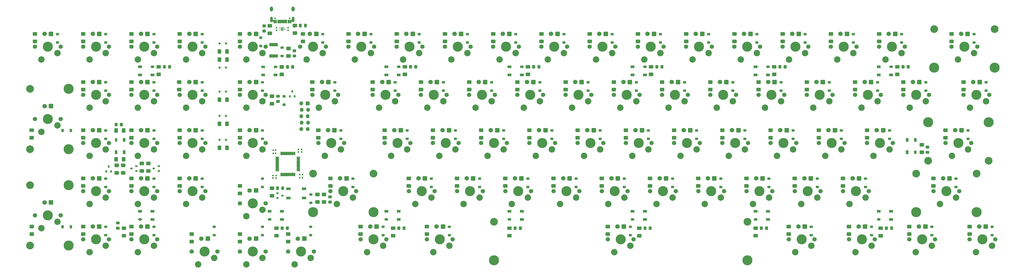
<source format=gbr>
G04 #@! TF.GenerationSoftware,KiCad,Pcbnew,(5.99.0-2660-g5096deeb3-dirty)*
G04 #@! TF.CreationDate,2020-08-13T15:03:32-04:00*
G04 #@! TF.ProjectId,Sinister,53696e69-7374-4657-922e-6b696361645f,rev?*
G04 #@! TF.SameCoordinates,Original*
G04 #@! TF.FileFunction,Soldermask,Bot*
G04 #@! TF.FilePolarity,Negative*
%FSLAX46Y46*%
G04 Gerber Fmt 4.6, Leading zero omitted, Abs format (unit mm)*
G04 Created by KiCad (PCBNEW (5.99.0-2660-g5096deeb3-dirty)) date 2020-08-13 15:03:32*
%MOMM*%
%LPD*%
G01*
G04 APERTURE LIST*
%ADD10C,3.987800*%
%ADD11C,3.048000*%
%ADD12C,1.701800*%
%ADD13C,2.540000*%
%ADD14C,0.889000*%
%ADD15R,0.250000X0.550000*%
%ADD16R,0.300000X0.550000*%
%ADD17C,1.778000*%
%ADD18R,0.800000X0.900000*%
%ADD19R,0.300000X1.475000*%
%ADD20R,1.800000X1.100000*%
%ADD21R,0.900000X0.800000*%
%ADD22O,1.524000X1.524000*%
%ADD23R,1.524000X1.524000*%
%ADD24O,1.100000X2.200000*%
%ADD25O,1.300000X1.900000*%
%ADD26C,0.650000*%
G04 APERTURE END LIST*
D10*
X305090449Y-98742500D03*
X281214449Y-98742500D03*
D11*
X281214449Y-83502500D03*
X305090449Y-83502500D03*
D12*
X288072449Y-90487500D03*
X298232449Y-90487500D03*
D13*
X290612449Y-95567500D03*
X296962449Y-93027500D03*
D10*
X293152449Y-90487500D03*
G36*
G01*
X409432601Y-104403800D02*
X410682599Y-104403800D01*
G75*
G02*
X410932600Y-104653801I0J-250001D01*
G01*
X410932600Y-105578799D01*
G75*
G02*
X410682599Y-105828800I-250001J0D01*
G01*
X409432601Y-105828800D01*
G75*
G02*
X409182600Y-105578799I0J250001D01*
G01*
X409182600Y-104653801D01*
G75*
G02*
X409432601Y-104403800I250001J0D01*
G01*
G37*
G36*
G01*
X409432601Y-107378800D02*
X410682599Y-107378800D01*
G75*
G02*
X410932600Y-107628801I0J-250001D01*
G01*
X410932600Y-108553799D01*
G75*
G02*
X410682599Y-108803800I-250001J0D01*
G01*
X409432601Y-108803800D01*
G75*
G02*
X409182600Y-108553799I0J250001D01*
G01*
X409182600Y-107628801D01*
G75*
G02*
X409432601Y-107378800I250001J0D01*
G01*
G37*
D12*
X469047449Y-109537500D03*
X479207449Y-109537500D03*
D13*
X471587449Y-114617500D03*
X477937449Y-112077500D03*
D10*
X474127449Y-109537500D03*
G36*
G01*
X243544949Y-73967499D02*
X243544949Y-72717501D01*
G75*
G02*
X243794950Y-72467500I250001J0D01*
G01*
X244719948Y-72467500D01*
G75*
G02*
X244969949Y-72717501I0J-250001D01*
G01*
X244969949Y-73967499D01*
G75*
G02*
X244719948Y-74217500I-250001J0D01*
G01*
X243794950Y-74217500D01*
G75*
G02*
X243544949Y-73967499I0J250001D01*
G01*
G37*
G36*
G01*
X246519949Y-73967499D02*
X246519949Y-72717501D01*
G75*
G02*
X246769950Y-72467500I250001J0D01*
G01*
X247694948Y-72467500D01*
G75*
G02*
X247944949Y-72717501I0J-250001D01*
G01*
X247944949Y-73967499D01*
G75*
G02*
X247694948Y-74217500I-250001J0D01*
G01*
X246769950Y-74217500D01*
G75*
G02*
X246519949Y-73967499I0J250001D01*
G01*
G37*
G36*
G01*
X243544949Y-64442499D02*
X243544949Y-63192501D01*
G75*
G02*
X243794950Y-62942500I250001J0D01*
G01*
X244719948Y-62942500D01*
G75*
G02*
X244969949Y-63192501I0J-250001D01*
G01*
X244969949Y-64442499D01*
G75*
G02*
X244719948Y-64692500I-250001J0D01*
G01*
X243794950Y-64692500D01*
G75*
G02*
X243544949Y-64442499I0J250001D01*
G01*
G37*
G36*
G01*
X246519949Y-64442499D02*
X246519949Y-63192501D01*
G75*
G02*
X246769950Y-62942500I250001J0D01*
G01*
X247694948Y-62942500D01*
G75*
G02*
X247944949Y-63192501I0J-250001D01*
G01*
X247944949Y-64442499D01*
G75*
G02*
X247694948Y-64692500I-250001J0D01*
G01*
X246769950Y-64692500D01*
G75*
G02*
X246519949Y-64442499I0J250001D01*
G01*
G37*
G36*
G01*
X243544949Y-54917499D02*
X243544949Y-53667501D01*
G75*
G02*
X243794950Y-53417500I250001J0D01*
G01*
X244719948Y-53417500D01*
G75*
G02*
X244969949Y-53667501I0J-250001D01*
G01*
X244969949Y-54917499D01*
G75*
G02*
X244719948Y-55167500I-250001J0D01*
G01*
X243794950Y-55167500D01*
G75*
G02*
X243544949Y-54917499I0J250001D01*
G01*
G37*
G36*
G01*
X246519949Y-54917499D02*
X246519949Y-53667501D01*
G75*
G02*
X246769950Y-53417500I250001J0D01*
G01*
X247694948Y-53417500D01*
G75*
G02*
X247944949Y-53667501I0J-250001D01*
G01*
X247944949Y-54917499D01*
G75*
G02*
X247694948Y-55167500I-250001J0D01*
G01*
X246769950Y-55167500D01*
G75*
G02*
X246519949Y-54917499I0J250001D01*
G01*
G37*
G36*
G01*
X243544949Y-39042499D02*
X243544949Y-37792501D01*
G75*
G02*
X243794950Y-37542500I250001J0D01*
G01*
X244719948Y-37542500D01*
G75*
G02*
X244969949Y-37792501I0J-250001D01*
G01*
X244969949Y-39042499D01*
G75*
G02*
X244719948Y-39292500I-250001J0D01*
G01*
X243794950Y-39292500D01*
G75*
G02*
X243544949Y-39042499I0J250001D01*
G01*
G37*
G36*
G01*
X246519949Y-39042499D02*
X246519949Y-37792501D01*
G75*
G02*
X246769950Y-37542500I250001J0D01*
G01*
X247694948Y-37542500D01*
G75*
G02*
X247944949Y-37792501I0J-250001D01*
G01*
X247944949Y-39042499D01*
G75*
G02*
X247694948Y-39292500I-250001J0D01*
G01*
X246769950Y-39292500D01*
G75*
G02*
X246519949Y-39042499I0J250001D01*
G01*
G37*
G36*
G01*
X243544949Y-35867499D02*
X243544949Y-34617501D01*
G75*
G02*
X243794950Y-34367500I250001J0D01*
G01*
X244719948Y-34367500D01*
G75*
G02*
X244969949Y-34617501I0J-250001D01*
G01*
X244969949Y-35867499D01*
G75*
G02*
X244719948Y-36117500I-250001J0D01*
G01*
X243794950Y-36117500D01*
G75*
G02*
X243544949Y-35867499I0J250001D01*
G01*
G37*
G36*
G01*
X246519949Y-35867499D02*
X246519949Y-34617501D01*
G75*
G02*
X246769950Y-34367500I250001J0D01*
G01*
X247694948Y-34367500D01*
G75*
G02*
X247944949Y-34617501I0J-250001D01*
G01*
X247944949Y-35867499D01*
G75*
G02*
X247694948Y-36117500I-250001J0D01*
G01*
X246769950Y-36117500D01*
G75*
G02*
X246519949Y-35867499I0J250001D01*
G01*
G37*
D14*
X244257449Y-70167500D03*
X246797449Y-70167500D03*
X244257449Y-60642500D03*
X246797449Y-60642500D03*
X244257449Y-51117500D03*
X246797449Y-51117500D03*
X244257449Y-41592500D03*
X246797449Y-41592500D03*
X244257449Y-32067500D03*
X246797449Y-32067500D03*
D10*
X352651949Y-117792500D03*
X452727949Y-117792500D03*
D11*
X452727949Y-102552500D03*
X352651949Y-102552500D03*
D12*
X397609949Y-109537500D03*
X407769949Y-109537500D03*
D13*
X400149949Y-114617500D03*
X406499949Y-112077500D03*
D10*
X402689949Y-109537500D03*
D13*
X346968699Y-93027500D03*
X340618699Y-95567500D03*
D12*
X338078699Y-90487500D03*
X348238699Y-90487500D03*
D10*
X343158699Y-90487500D03*
D12*
X283309949Y-71437500D03*
X293469949Y-71437500D03*
D13*
X285849949Y-76517500D03*
X292199949Y-73977500D03*
D10*
X288389949Y-71437500D03*
G36*
G01*
X274657598Y-28643000D02*
X273407600Y-28643000D01*
G75*
G02*
X273157599Y-28392999I0J250001D01*
G01*
X273157599Y-27468001D01*
G75*
G02*
X273407600Y-27218000I250001J0D01*
G01*
X274657598Y-27218000D01*
G75*
G02*
X274907599Y-27468001I0J-250001D01*
G01*
X274907599Y-28392999D01*
G75*
G02*
X274657598Y-28643000I-250001J0D01*
G01*
G37*
G36*
G01*
X274657598Y-25668000D02*
X273407600Y-25668000D01*
G75*
G02*
X273157599Y-25417999I0J250001D01*
G01*
X273157599Y-24493001D01*
G75*
G02*
X273407600Y-24243000I250001J0D01*
G01*
X274657598Y-24243000D01*
G75*
G02*
X274907599Y-24493001I0J-250001D01*
G01*
X274907599Y-25417999D01*
G75*
G02*
X274657598Y-25668000I-250001J0D01*
G01*
G37*
G36*
G01*
X264751598Y-28770000D02*
X263501600Y-28770000D01*
G75*
G02*
X263251599Y-28519999I0J250001D01*
G01*
X263251599Y-27595001D01*
G75*
G02*
X263501600Y-27345000I250001J0D01*
G01*
X264751598Y-27345000D01*
G75*
G02*
X265001599Y-27595001I0J-250001D01*
G01*
X265001599Y-28519999D01*
G75*
G02*
X264751598Y-28770000I-250001J0D01*
G01*
G37*
G36*
G01*
X264751598Y-25795000D02*
X263501600Y-25795000D01*
G75*
G02*
X263251599Y-25544999I0J250001D01*
G01*
X263251599Y-24620001D01*
G75*
G02*
X263501600Y-24370000I250001J0D01*
G01*
X264751598Y-24370000D01*
G75*
G02*
X265001599Y-24620001I0J-250001D01*
G01*
X265001599Y-25544999D01*
G75*
G02*
X264751598Y-25795000I-250001J0D01*
G01*
G37*
G36*
G01*
X267954600Y-26070699D02*
X267954600Y-25770699D01*
G75*
G02*
X268079600Y-25645699I125000J0D01*
G01*
X268079600Y-25645699D01*
G75*
G02*
X268204600Y-25770699I0J-125000D01*
G01*
X268204600Y-26070699D01*
G75*
G02*
X268079600Y-26195699I-125000J0D01*
G01*
X268079600Y-26195699D01*
G75*
G02*
X267954600Y-26070699I0J125000D01*
G01*
G37*
D15*
X268579600Y-25920699D03*
D16*
X269079600Y-25920699D03*
D15*
X269579600Y-25920699D03*
X270079600Y-25920699D03*
X268579600Y-26690699D03*
X270079600Y-26690699D03*
X269579600Y-26690699D03*
X268079600Y-26690699D03*
D16*
X269079600Y-26690699D03*
D17*
X175201199Y-94932500D03*
G36*
G01*
X176852199Y-95643700D02*
X176852199Y-94221300D01*
G75*
G02*
X177029999Y-94043500I177800J0D01*
G01*
X178452399Y-94043500D01*
G75*
G02*
X178630199Y-94221300I0J-177800D01*
G01*
X178630199Y-95643700D01*
G75*
G02*
X178452399Y-95821500I-177800J0D01*
G01*
X177029999Y-95821500D01*
G75*
G02*
X176852199Y-95643700I0J177800D01*
G01*
G37*
X175201199Y-56832500D03*
G36*
G01*
X176852199Y-57543700D02*
X176852199Y-56121300D01*
G75*
G02*
X177029999Y-55943500I177800J0D01*
G01*
X178452399Y-55943500D01*
G75*
G02*
X178630199Y-56121300I0J-177800D01*
G01*
X178630199Y-57543700D01*
G75*
G02*
X178452399Y-57721500I-177800J0D01*
G01*
X177029999Y-57721500D01*
G75*
G02*
X176852199Y-57543700I0J177800D01*
G01*
G37*
D10*
X184726199Y-88074500D03*
X184726199Y-111950500D03*
D11*
X169486199Y-111950500D03*
X169486199Y-88074500D03*
D12*
X171391199Y-100012500D03*
X181551199Y-100012500D03*
D13*
X173931199Y-105092500D03*
X180281199Y-102552500D03*
D10*
X176471199Y-100012500D03*
D13*
X180281199Y-35877500D03*
X173931199Y-38417500D03*
D12*
X171391199Y-33337500D03*
X181551199Y-33337500D03*
D10*
X176471199Y-33337500D03*
X184726199Y-49974500D03*
X184726199Y-73850500D03*
D11*
X169486199Y-73850500D03*
X169486199Y-49974500D03*
D12*
X171391199Y-61912500D03*
X181551199Y-61912500D03*
D13*
X173931199Y-66992500D03*
X180281199Y-64452500D03*
D10*
X176471199Y-61912500D03*
X526483199Y-41592500D03*
X550359199Y-41592500D03*
D11*
X550359199Y-26352500D03*
X526483199Y-26352500D03*
D12*
X533341199Y-33337500D03*
X543501199Y-33337500D03*
D13*
X535881199Y-38417500D03*
X542231199Y-35877500D03*
D10*
X538421199Y-33337500D03*
D18*
X272985194Y-50994998D03*
X272035194Y-52994998D03*
X273935194Y-52994998D03*
G36*
G01*
X275998794Y-82613198D02*
X274823794Y-82613198D01*
G75*
G02*
X274673794Y-82463198I0J150000D01*
G01*
X274673794Y-82463198D01*
G75*
G02*
X274823794Y-82313198I150000J0D01*
G01*
X275998794Y-82313198D01*
G75*
G02*
X276148794Y-82463198I0J-150000D01*
G01*
X276148794Y-82463198D01*
G75*
G02*
X275998794Y-82613198I-150000J0D01*
G01*
G37*
G36*
G01*
X275998794Y-82113198D02*
X274823794Y-82113198D01*
G75*
G02*
X274673794Y-81963198I0J150000D01*
G01*
X274673794Y-81963198D01*
G75*
G02*
X274823794Y-81813198I150000J0D01*
G01*
X275998794Y-81813198D01*
G75*
G02*
X276148794Y-81963198I0J-150000D01*
G01*
X276148794Y-81963198D01*
G75*
G02*
X275998794Y-82113198I-150000J0D01*
G01*
G37*
G36*
G01*
X275998794Y-81613198D02*
X274823794Y-81613198D01*
G75*
G02*
X274673794Y-81463198I0J150000D01*
G01*
X274673794Y-81463198D01*
G75*
G02*
X274823794Y-81313198I150000J0D01*
G01*
X275998794Y-81313198D01*
G75*
G02*
X276148794Y-81463198I0J-150000D01*
G01*
X276148794Y-81463198D01*
G75*
G02*
X275998794Y-81613198I-150000J0D01*
G01*
G37*
G36*
G01*
X275998794Y-81113198D02*
X274823794Y-81113198D01*
G75*
G02*
X274673794Y-80963198I0J150000D01*
G01*
X274673794Y-80963198D01*
G75*
G02*
X274823794Y-80813198I150000J0D01*
G01*
X275998794Y-80813198D01*
G75*
G02*
X276148794Y-80963198I0J-150000D01*
G01*
X276148794Y-80963198D01*
G75*
G02*
X275998794Y-81113198I-150000J0D01*
G01*
G37*
G36*
G01*
X275998794Y-80613198D02*
X274823794Y-80613198D01*
G75*
G02*
X274673794Y-80463198I0J150000D01*
G01*
X274673794Y-80463198D01*
G75*
G02*
X274823794Y-80313198I150000J0D01*
G01*
X275998794Y-80313198D01*
G75*
G02*
X276148794Y-80463198I0J-150000D01*
G01*
X276148794Y-80463198D01*
G75*
G02*
X275998794Y-80613198I-150000J0D01*
G01*
G37*
G36*
G01*
X275998794Y-80113198D02*
X274823794Y-80113198D01*
G75*
G02*
X274673794Y-79963198I0J150000D01*
G01*
X274673794Y-79963198D01*
G75*
G02*
X274823794Y-79813198I150000J0D01*
G01*
X275998794Y-79813198D01*
G75*
G02*
X276148794Y-79963198I0J-150000D01*
G01*
X276148794Y-79963198D01*
G75*
G02*
X275998794Y-80113198I-150000J0D01*
G01*
G37*
G36*
G01*
X275998794Y-79613198D02*
X274823794Y-79613198D01*
G75*
G02*
X274673794Y-79463198I0J150000D01*
G01*
X274673794Y-79463198D01*
G75*
G02*
X274823794Y-79313198I150000J0D01*
G01*
X275998794Y-79313198D01*
G75*
G02*
X276148794Y-79463198I0J-150000D01*
G01*
X276148794Y-79463198D01*
G75*
G02*
X275998794Y-79613198I-150000J0D01*
G01*
G37*
G36*
G01*
X275998794Y-79113198D02*
X274823794Y-79113198D01*
G75*
G02*
X274673794Y-78963198I0J150000D01*
G01*
X274673794Y-78963198D01*
G75*
G02*
X274823794Y-78813198I150000J0D01*
G01*
X275998794Y-78813198D01*
G75*
G02*
X276148794Y-78963198I0J-150000D01*
G01*
X276148794Y-78963198D01*
G75*
G02*
X275998794Y-79113198I-150000J0D01*
G01*
G37*
G36*
G01*
X275998794Y-78613198D02*
X274823794Y-78613198D01*
G75*
G02*
X274673794Y-78463198I0J150000D01*
G01*
X274673794Y-78463198D01*
G75*
G02*
X274823794Y-78313198I150000J0D01*
G01*
X275998794Y-78313198D01*
G75*
G02*
X276148794Y-78463198I0J-150000D01*
G01*
X276148794Y-78463198D01*
G75*
G02*
X275998794Y-78613198I-150000J0D01*
G01*
G37*
G36*
G01*
X275998794Y-78113198D02*
X274823794Y-78113198D01*
G75*
G02*
X274673794Y-77963198I0J150000D01*
G01*
X274673794Y-77963198D01*
G75*
G02*
X274823794Y-77813198I150000J0D01*
G01*
X275998794Y-77813198D01*
G75*
G02*
X276148794Y-77963198I0J-150000D01*
G01*
X276148794Y-77963198D01*
G75*
G02*
X275998794Y-78113198I-150000J0D01*
G01*
G37*
G36*
G01*
X275998794Y-77613198D02*
X274823794Y-77613198D01*
G75*
G02*
X274673794Y-77463198I0J150000D01*
G01*
X274673794Y-77463198D01*
G75*
G02*
X274823794Y-77313198I150000J0D01*
G01*
X275998794Y-77313198D01*
G75*
G02*
X276148794Y-77463198I0J-150000D01*
G01*
X276148794Y-77463198D01*
G75*
G02*
X275998794Y-77613198I-150000J0D01*
G01*
G37*
G36*
G01*
X275998794Y-77113198D02*
X274823794Y-77113198D01*
G75*
G02*
X274673794Y-76963198I0J150000D01*
G01*
X274673794Y-76963198D01*
G75*
G02*
X274823794Y-76813198I150000J0D01*
G01*
X275998794Y-76813198D01*
G75*
G02*
X276148794Y-76963198I0J-150000D01*
G01*
X276148794Y-76963198D01*
G75*
G02*
X275998794Y-77113198I-150000J0D01*
G01*
G37*
G36*
G01*
X273998794Y-76288198D02*
X273998794Y-76288198D01*
G75*
G02*
X273848794Y-76138198I0J150000D01*
G01*
X273848794Y-74963198D01*
G75*
G02*
X273998794Y-74813198I150000J0D01*
G01*
X273998794Y-74813198D01*
G75*
G02*
X274148794Y-74963198I0J-150000D01*
G01*
X274148794Y-76138198D01*
G75*
G02*
X273998794Y-76288198I-150000J0D01*
G01*
G37*
G36*
G01*
X273498794Y-76288198D02*
X273498794Y-76288198D01*
G75*
G02*
X273348794Y-76138198I0J150000D01*
G01*
X273348794Y-74963198D01*
G75*
G02*
X273498794Y-74813198I150000J0D01*
G01*
X273498794Y-74813198D01*
G75*
G02*
X273648794Y-74963198I0J-150000D01*
G01*
X273648794Y-76138198D01*
G75*
G02*
X273498794Y-76288198I-150000J0D01*
G01*
G37*
G36*
G01*
X272998794Y-76288198D02*
X272998794Y-76288198D01*
G75*
G02*
X272848794Y-76138198I0J150000D01*
G01*
X272848794Y-74963198D01*
G75*
G02*
X272998794Y-74813198I150000J0D01*
G01*
X272998794Y-74813198D01*
G75*
G02*
X273148794Y-74963198I0J-150000D01*
G01*
X273148794Y-76138198D01*
G75*
G02*
X272998794Y-76288198I-150000J0D01*
G01*
G37*
G36*
G01*
X272498794Y-76288198D02*
X272498794Y-76288198D01*
G75*
G02*
X272348794Y-76138198I0J150000D01*
G01*
X272348794Y-74963198D01*
G75*
G02*
X272498794Y-74813198I150000J0D01*
G01*
X272498794Y-74813198D01*
G75*
G02*
X272648794Y-74963198I0J-150000D01*
G01*
X272648794Y-76138198D01*
G75*
G02*
X272498794Y-76288198I-150000J0D01*
G01*
G37*
G36*
G01*
X271998794Y-76288198D02*
X271998794Y-76288198D01*
G75*
G02*
X271848794Y-76138198I0J150000D01*
G01*
X271848794Y-74963198D01*
G75*
G02*
X271998794Y-74813198I150000J0D01*
G01*
X271998794Y-74813198D01*
G75*
G02*
X272148794Y-74963198I0J-150000D01*
G01*
X272148794Y-76138198D01*
G75*
G02*
X271998794Y-76288198I-150000J0D01*
G01*
G37*
G36*
G01*
X271498794Y-76288198D02*
X271498794Y-76288198D01*
G75*
G02*
X271348794Y-76138198I0J150000D01*
G01*
X271348794Y-74963198D01*
G75*
G02*
X271498794Y-74813198I150000J0D01*
G01*
X271498794Y-74813198D01*
G75*
G02*
X271648794Y-74963198I0J-150000D01*
G01*
X271648794Y-76138198D01*
G75*
G02*
X271498794Y-76288198I-150000J0D01*
G01*
G37*
G36*
G01*
X270998794Y-76288198D02*
X270998794Y-76288198D01*
G75*
G02*
X270848794Y-76138198I0J150000D01*
G01*
X270848794Y-74963198D01*
G75*
G02*
X270998794Y-74813198I150000J0D01*
G01*
X270998794Y-74813198D01*
G75*
G02*
X271148794Y-74963198I0J-150000D01*
G01*
X271148794Y-76138198D01*
G75*
G02*
X270998794Y-76288198I-150000J0D01*
G01*
G37*
G36*
G01*
X270498794Y-76288198D02*
X270498794Y-76288198D01*
G75*
G02*
X270348794Y-76138198I0J150000D01*
G01*
X270348794Y-74963198D01*
G75*
G02*
X270498794Y-74813198I150000J0D01*
G01*
X270498794Y-74813198D01*
G75*
G02*
X270648794Y-74963198I0J-150000D01*
G01*
X270648794Y-76138198D01*
G75*
G02*
X270498794Y-76288198I-150000J0D01*
G01*
G37*
G36*
G01*
X269998794Y-76288198D02*
X269998794Y-76288198D01*
G75*
G02*
X269848794Y-76138198I0J150000D01*
G01*
X269848794Y-74963198D01*
G75*
G02*
X269998794Y-74813198I150000J0D01*
G01*
X269998794Y-74813198D01*
G75*
G02*
X270148794Y-74963198I0J-150000D01*
G01*
X270148794Y-76138198D01*
G75*
G02*
X269998794Y-76288198I-150000J0D01*
G01*
G37*
G36*
G01*
X269498794Y-76288198D02*
X269498794Y-76288198D01*
G75*
G02*
X269348794Y-76138198I0J150000D01*
G01*
X269348794Y-74963198D01*
G75*
G02*
X269498794Y-74813198I150000J0D01*
G01*
X269498794Y-74813198D01*
G75*
G02*
X269648794Y-74963198I0J-150000D01*
G01*
X269648794Y-76138198D01*
G75*
G02*
X269498794Y-76288198I-150000J0D01*
G01*
G37*
G36*
G01*
X268998794Y-76288198D02*
X268998794Y-76288198D01*
G75*
G02*
X268848794Y-76138198I0J150000D01*
G01*
X268848794Y-74963198D01*
G75*
G02*
X268998794Y-74813198I150000J0D01*
G01*
X268998794Y-74813198D01*
G75*
G02*
X269148794Y-74963198I0J-150000D01*
G01*
X269148794Y-76138198D01*
G75*
G02*
X268998794Y-76288198I-150000J0D01*
G01*
G37*
G36*
G01*
X268498794Y-76288198D02*
X268498794Y-76288198D01*
G75*
G02*
X268348794Y-76138198I0J150000D01*
G01*
X268348794Y-74963198D01*
G75*
G02*
X268498794Y-74813198I150000J0D01*
G01*
X268498794Y-74813198D01*
G75*
G02*
X268648794Y-74963198I0J-150000D01*
G01*
X268648794Y-76138198D01*
G75*
G02*
X268498794Y-76288198I-150000J0D01*
G01*
G37*
G36*
G01*
X267673794Y-77113198D02*
X266498794Y-77113198D01*
G75*
G02*
X266348794Y-76963198I0J150000D01*
G01*
X266348794Y-76963198D01*
G75*
G02*
X266498794Y-76813198I150000J0D01*
G01*
X267673794Y-76813198D01*
G75*
G02*
X267823794Y-76963198I0J-150000D01*
G01*
X267823794Y-76963198D01*
G75*
G02*
X267673794Y-77113198I-150000J0D01*
G01*
G37*
G36*
G01*
X267673794Y-77613198D02*
X266498794Y-77613198D01*
G75*
G02*
X266348794Y-77463198I0J150000D01*
G01*
X266348794Y-77463198D01*
G75*
G02*
X266498794Y-77313198I150000J0D01*
G01*
X267673794Y-77313198D01*
G75*
G02*
X267823794Y-77463198I0J-150000D01*
G01*
X267823794Y-77463198D01*
G75*
G02*
X267673794Y-77613198I-150000J0D01*
G01*
G37*
G36*
G01*
X267673794Y-78113198D02*
X266498794Y-78113198D01*
G75*
G02*
X266348794Y-77963198I0J150000D01*
G01*
X266348794Y-77963198D01*
G75*
G02*
X266498794Y-77813198I150000J0D01*
G01*
X267673794Y-77813198D01*
G75*
G02*
X267823794Y-77963198I0J-150000D01*
G01*
X267823794Y-77963198D01*
G75*
G02*
X267673794Y-78113198I-150000J0D01*
G01*
G37*
G36*
G01*
X267673794Y-78613198D02*
X266498794Y-78613198D01*
G75*
G02*
X266348794Y-78463198I0J150000D01*
G01*
X266348794Y-78463198D01*
G75*
G02*
X266498794Y-78313198I150000J0D01*
G01*
X267673794Y-78313198D01*
G75*
G02*
X267823794Y-78463198I0J-150000D01*
G01*
X267823794Y-78463198D01*
G75*
G02*
X267673794Y-78613198I-150000J0D01*
G01*
G37*
G36*
G01*
X267673794Y-79113198D02*
X266498794Y-79113198D01*
G75*
G02*
X266348794Y-78963198I0J150000D01*
G01*
X266348794Y-78963198D01*
G75*
G02*
X266498794Y-78813198I150000J0D01*
G01*
X267673794Y-78813198D01*
G75*
G02*
X267823794Y-78963198I0J-150000D01*
G01*
X267823794Y-78963198D01*
G75*
G02*
X267673794Y-79113198I-150000J0D01*
G01*
G37*
G36*
G01*
X267673794Y-79613198D02*
X266498794Y-79613198D01*
G75*
G02*
X266348794Y-79463198I0J150000D01*
G01*
X266348794Y-79463198D01*
G75*
G02*
X266498794Y-79313198I150000J0D01*
G01*
X267673794Y-79313198D01*
G75*
G02*
X267823794Y-79463198I0J-150000D01*
G01*
X267823794Y-79463198D01*
G75*
G02*
X267673794Y-79613198I-150000J0D01*
G01*
G37*
G36*
G01*
X267673794Y-80113198D02*
X266498794Y-80113198D01*
G75*
G02*
X266348794Y-79963198I0J150000D01*
G01*
X266348794Y-79963198D01*
G75*
G02*
X266498794Y-79813198I150000J0D01*
G01*
X267673794Y-79813198D01*
G75*
G02*
X267823794Y-79963198I0J-150000D01*
G01*
X267823794Y-79963198D01*
G75*
G02*
X267673794Y-80113198I-150000J0D01*
G01*
G37*
G36*
G01*
X267673794Y-80613198D02*
X266498794Y-80613198D01*
G75*
G02*
X266348794Y-80463198I0J150000D01*
G01*
X266348794Y-80463198D01*
G75*
G02*
X266498794Y-80313198I150000J0D01*
G01*
X267673794Y-80313198D01*
G75*
G02*
X267823794Y-80463198I0J-150000D01*
G01*
X267823794Y-80463198D01*
G75*
G02*
X267673794Y-80613198I-150000J0D01*
G01*
G37*
G36*
G01*
X267673794Y-81113198D02*
X266498794Y-81113198D01*
G75*
G02*
X266348794Y-80963198I0J150000D01*
G01*
X266348794Y-80963198D01*
G75*
G02*
X266498794Y-80813198I150000J0D01*
G01*
X267673794Y-80813198D01*
G75*
G02*
X267823794Y-80963198I0J-150000D01*
G01*
X267823794Y-80963198D01*
G75*
G02*
X267673794Y-81113198I-150000J0D01*
G01*
G37*
G36*
G01*
X267673794Y-81613198D02*
X266498794Y-81613198D01*
G75*
G02*
X266348794Y-81463198I0J150000D01*
G01*
X266348794Y-81463198D01*
G75*
G02*
X266498794Y-81313198I150000J0D01*
G01*
X267673794Y-81313198D01*
G75*
G02*
X267823794Y-81463198I0J-150000D01*
G01*
X267823794Y-81463198D01*
G75*
G02*
X267673794Y-81613198I-150000J0D01*
G01*
G37*
G36*
G01*
X267673794Y-82113198D02*
X266498794Y-82113198D01*
G75*
G02*
X266348794Y-81963198I0J150000D01*
G01*
X266348794Y-81963198D01*
G75*
G02*
X266498794Y-81813198I150000J0D01*
G01*
X267673794Y-81813198D01*
G75*
G02*
X267823794Y-81963198I0J-150000D01*
G01*
X267823794Y-81963198D01*
G75*
G02*
X267673794Y-82113198I-150000J0D01*
G01*
G37*
G36*
G01*
X267673794Y-82613198D02*
X266498794Y-82613198D01*
G75*
G02*
X266348794Y-82463198I0J150000D01*
G01*
X266348794Y-82463198D01*
G75*
G02*
X266498794Y-82313198I150000J0D01*
G01*
X267673794Y-82313198D01*
G75*
G02*
X267823794Y-82463198I0J-150000D01*
G01*
X267823794Y-82463198D01*
G75*
G02*
X267673794Y-82613198I-150000J0D01*
G01*
G37*
G36*
G01*
X268498794Y-84613198D02*
X268498794Y-84613198D01*
G75*
G02*
X268348794Y-84463198I0J150000D01*
G01*
X268348794Y-83288198D01*
G75*
G02*
X268498794Y-83138198I150000J0D01*
G01*
X268498794Y-83138198D01*
G75*
G02*
X268648794Y-83288198I0J-150000D01*
G01*
X268648794Y-84463198D01*
G75*
G02*
X268498794Y-84613198I-150000J0D01*
G01*
G37*
G36*
G01*
X268998794Y-84613198D02*
X268998794Y-84613198D01*
G75*
G02*
X268848794Y-84463198I0J150000D01*
G01*
X268848794Y-83288198D01*
G75*
G02*
X268998794Y-83138198I150000J0D01*
G01*
X268998794Y-83138198D01*
G75*
G02*
X269148794Y-83288198I0J-150000D01*
G01*
X269148794Y-84463198D01*
G75*
G02*
X268998794Y-84613198I-150000J0D01*
G01*
G37*
G36*
G01*
X269498794Y-84613198D02*
X269498794Y-84613198D01*
G75*
G02*
X269348794Y-84463198I0J150000D01*
G01*
X269348794Y-83288198D01*
G75*
G02*
X269498794Y-83138198I150000J0D01*
G01*
X269498794Y-83138198D01*
G75*
G02*
X269648794Y-83288198I0J-150000D01*
G01*
X269648794Y-84463198D01*
G75*
G02*
X269498794Y-84613198I-150000J0D01*
G01*
G37*
G36*
G01*
X269998794Y-84613198D02*
X269998794Y-84613198D01*
G75*
G02*
X269848794Y-84463198I0J150000D01*
G01*
X269848794Y-83288198D01*
G75*
G02*
X269998794Y-83138198I150000J0D01*
G01*
X269998794Y-83138198D01*
G75*
G02*
X270148794Y-83288198I0J-150000D01*
G01*
X270148794Y-84463198D01*
G75*
G02*
X269998794Y-84613198I-150000J0D01*
G01*
G37*
G36*
G01*
X270498794Y-84613198D02*
X270498794Y-84613198D01*
G75*
G02*
X270348794Y-84463198I0J150000D01*
G01*
X270348794Y-83288198D01*
G75*
G02*
X270498794Y-83138198I150000J0D01*
G01*
X270498794Y-83138198D01*
G75*
G02*
X270648794Y-83288198I0J-150000D01*
G01*
X270648794Y-84463198D01*
G75*
G02*
X270498794Y-84613198I-150000J0D01*
G01*
G37*
G36*
G01*
X270998794Y-84613198D02*
X270998794Y-84613198D01*
G75*
G02*
X270848794Y-84463198I0J150000D01*
G01*
X270848794Y-83288198D01*
G75*
G02*
X270998794Y-83138198I150000J0D01*
G01*
X270998794Y-83138198D01*
G75*
G02*
X271148794Y-83288198I0J-150000D01*
G01*
X271148794Y-84463198D01*
G75*
G02*
X270998794Y-84613198I-150000J0D01*
G01*
G37*
G36*
G01*
X271498794Y-84613198D02*
X271498794Y-84613198D01*
G75*
G02*
X271348794Y-84463198I0J150000D01*
G01*
X271348794Y-83288198D01*
G75*
G02*
X271498794Y-83138198I150000J0D01*
G01*
X271498794Y-83138198D01*
G75*
G02*
X271648794Y-83288198I0J-150000D01*
G01*
X271648794Y-84463198D01*
G75*
G02*
X271498794Y-84613198I-150000J0D01*
G01*
G37*
G36*
G01*
X271998794Y-84613198D02*
X271998794Y-84613198D01*
G75*
G02*
X271848794Y-84463198I0J150000D01*
G01*
X271848794Y-83288198D01*
G75*
G02*
X271998794Y-83138198I150000J0D01*
G01*
X271998794Y-83138198D01*
G75*
G02*
X272148794Y-83288198I0J-150000D01*
G01*
X272148794Y-84463198D01*
G75*
G02*
X271998794Y-84613198I-150000J0D01*
G01*
G37*
G36*
G01*
X272498794Y-84613198D02*
X272498794Y-84613198D01*
G75*
G02*
X272348794Y-84463198I0J150000D01*
G01*
X272348794Y-83288198D01*
G75*
G02*
X272498794Y-83138198I150000J0D01*
G01*
X272498794Y-83138198D01*
G75*
G02*
X272648794Y-83288198I0J-150000D01*
G01*
X272648794Y-84463198D01*
G75*
G02*
X272498794Y-84613198I-150000J0D01*
G01*
G37*
G36*
G01*
X272998794Y-84613198D02*
X272998794Y-84613198D01*
G75*
G02*
X272848794Y-84463198I0J150000D01*
G01*
X272848794Y-83288198D01*
G75*
G02*
X272998794Y-83138198I150000J0D01*
G01*
X272998794Y-83138198D01*
G75*
G02*
X273148794Y-83288198I0J-150000D01*
G01*
X273148794Y-84463198D01*
G75*
G02*
X272998794Y-84613198I-150000J0D01*
G01*
G37*
G36*
G01*
X273498794Y-84613198D02*
X273498794Y-84613198D01*
G75*
G02*
X273348794Y-84463198I0J150000D01*
G01*
X273348794Y-83288198D01*
G75*
G02*
X273498794Y-83138198I150000J0D01*
G01*
X273498794Y-83138198D01*
G75*
G02*
X273648794Y-83288198I0J-150000D01*
G01*
X273648794Y-84463198D01*
G75*
G02*
X273498794Y-84613198I-150000J0D01*
G01*
G37*
D19*
X273998794Y-83875698D03*
D20*
X277633392Y-89505598D03*
X271433392Y-89505598D03*
X277633392Y-93205598D03*
X271433392Y-93205598D03*
D12*
X540484949Y-109537500D03*
X550644949Y-109537500D03*
D13*
X543024949Y-114617500D03*
X549374949Y-112077500D03*
D10*
X545564949Y-109537500D03*
D12*
X516672449Y-109537500D03*
X526832449Y-109537500D03*
D13*
X519212449Y-114617500D03*
X525562449Y-112077500D03*
D10*
X521752449Y-109537500D03*
D12*
X492859949Y-109537500D03*
X503019949Y-109537500D03*
D13*
X495399949Y-114617500D03*
X501749949Y-112077500D03*
D10*
X497939949Y-109537500D03*
D12*
X326172449Y-109537500D03*
X336332449Y-109537500D03*
D13*
X328712449Y-114617500D03*
X335062449Y-112077500D03*
D10*
X331252449Y-109537500D03*
D12*
X299978699Y-109537500D03*
X310138699Y-109537500D03*
D13*
X302518699Y-114617500D03*
X308868699Y-112077500D03*
D10*
X305058699Y-109537500D03*
D13*
X280293699Y-116840000D03*
X273943699Y-119380000D03*
D12*
X271403699Y-114300000D03*
X281563699Y-114300000D03*
D10*
X276483699Y-114300000D03*
D13*
X261243699Y-116840000D03*
X254893699Y-119380000D03*
D12*
X252353699Y-114300000D03*
X262513699Y-114300000D03*
D10*
X257433699Y-114300000D03*
D13*
X242193699Y-116840000D03*
X235843699Y-119380000D03*
D12*
X233303699Y-114300000D03*
X243463699Y-114300000D03*
D10*
X238383699Y-114300000D03*
D13*
X218381199Y-112077500D03*
X212031199Y-114617500D03*
D12*
X209491199Y-109537500D03*
X219651199Y-109537500D03*
D10*
X214571199Y-109537500D03*
D13*
X199331199Y-112077500D03*
X192981199Y-114617500D03*
D12*
X190441199Y-109537500D03*
X200601199Y-109537500D03*
D10*
X195521199Y-109537500D03*
X543215449Y-98742500D03*
X519339449Y-98742500D03*
D11*
X519339449Y-83502500D03*
X543215449Y-83502500D03*
D12*
X526197449Y-90487500D03*
X536357449Y-90487500D03*
D13*
X528737449Y-95567500D03*
X535087449Y-93027500D03*
D10*
X531277449Y-90487500D03*
D13*
X499368699Y-93027500D03*
X493018699Y-95567500D03*
D12*
X490478699Y-90487500D03*
X500638699Y-90487500D03*
D10*
X495558699Y-90487500D03*
D13*
X480318699Y-93027500D03*
X473968699Y-95567500D03*
D12*
X471428699Y-90487500D03*
X481588699Y-90487500D03*
D10*
X476508699Y-90487500D03*
D13*
X461268699Y-93027500D03*
X454918699Y-95567500D03*
D12*
X452378699Y-90487500D03*
X462538699Y-90487500D03*
D10*
X457458699Y-90487500D03*
D13*
X442218699Y-93027500D03*
X435868699Y-95567500D03*
D12*
X433328699Y-90487500D03*
X443488699Y-90487500D03*
D10*
X438408699Y-90487500D03*
D13*
X423168699Y-93027500D03*
X416818699Y-95567500D03*
D12*
X414278699Y-90487500D03*
X424438699Y-90487500D03*
D10*
X419358699Y-90487500D03*
D13*
X404118699Y-93027500D03*
X397768699Y-95567500D03*
D12*
X395228699Y-90487500D03*
X405388699Y-90487500D03*
D10*
X400308699Y-90487500D03*
D13*
X385068699Y-93027500D03*
X378718699Y-95567500D03*
D12*
X376178699Y-90487500D03*
X386338699Y-90487500D03*
D10*
X381258699Y-90487500D03*
D13*
X366018699Y-93027500D03*
X359668699Y-95567500D03*
D12*
X357128699Y-90487500D03*
X367288699Y-90487500D03*
D10*
X362208699Y-90487500D03*
D13*
X327918699Y-93027500D03*
X321568699Y-95567500D03*
D12*
X319028699Y-90487500D03*
X329188699Y-90487500D03*
D10*
X324108699Y-90487500D03*
D13*
X261243699Y-97790000D03*
X254893699Y-100330000D03*
D12*
X252353699Y-95250000D03*
X262513699Y-95250000D03*
D10*
X257433699Y-95250000D03*
D13*
X237431199Y-93027500D03*
X231081199Y-95567500D03*
D12*
X228541199Y-90487500D03*
X238701199Y-90487500D03*
D10*
X233621199Y-90487500D03*
D13*
X218381199Y-93027500D03*
X212031199Y-95567500D03*
D12*
X209491199Y-90487500D03*
X219651199Y-90487500D03*
D10*
X214571199Y-90487500D03*
D13*
X199331199Y-93027500D03*
X192981199Y-95567500D03*
D12*
X190441199Y-90487500D03*
X200601199Y-90487500D03*
D10*
X195521199Y-90487500D03*
X524101949Y-63182500D03*
X547977949Y-63182500D03*
D11*
X547977949Y-78422500D03*
X524101949Y-78422500D03*
D12*
X530959949Y-71437500D03*
X541119949Y-71437500D03*
D13*
X533499949Y-76517500D03*
X539849949Y-73977500D03*
D10*
X536039949Y-71437500D03*
D13*
X508893699Y-73977500D03*
X502543699Y-76517500D03*
D12*
X500003699Y-71437500D03*
X510163699Y-71437500D03*
D10*
X505083699Y-71437500D03*
D13*
X489843699Y-73977500D03*
X483493699Y-76517500D03*
D12*
X480953699Y-71437500D03*
X491113699Y-71437500D03*
D10*
X486033699Y-71437500D03*
D13*
X470793699Y-73977500D03*
X464443699Y-76517500D03*
D12*
X461903699Y-71437500D03*
X472063699Y-71437500D03*
D10*
X466983699Y-71437500D03*
D13*
X451743699Y-73977500D03*
X445393699Y-76517500D03*
D12*
X442853699Y-71437500D03*
X453013699Y-71437500D03*
D10*
X447933699Y-71437500D03*
D13*
X432693699Y-73977500D03*
X426343699Y-76517500D03*
D12*
X423803699Y-71437500D03*
X433963699Y-71437500D03*
D10*
X428883699Y-71437500D03*
D13*
X413643699Y-73977500D03*
X407293699Y-76517500D03*
D12*
X404753699Y-71437500D03*
X414913699Y-71437500D03*
D10*
X409833699Y-71437500D03*
D13*
X394593699Y-73977500D03*
X388243699Y-76517500D03*
D12*
X385703699Y-71437500D03*
X395863699Y-71437500D03*
D10*
X390783699Y-71437500D03*
D13*
X375543699Y-73977500D03*
X369193699Y-76517500D03*
D12*
X366653699Y-71437500D03*
X376813699Y-71437500D03*
D10*
X371733699Y-71437500D03*
D13*
X356493699Y-73977500D03*
X350143699Y-76517500D03*
D12*
X347603699Y-71437500D03*
X357763699Y-71437500D03*
D10*
X352683699Y-71437500D03*
D13*
X337443699Y-73977500D03*
X331093699Y-76517500D03*
D12*
X328553699Y-71437500D03*
X338713699Y-71437500D03*
D10*
X333633699Y-71437500D03*
D13*
X318393699Y-73977500D03*
X312043699Y-76517500D03*
D12*
X309503699Y-71437500D03*
X319663699Y-71437500D03*
D10*
X314583699Y-71437500D03*
D13*
X261243699Y-73977500D03*
X254893699Y-76517500D03*
D12*
X252353699Y-71437500D03*
X262513699Y-71437500D03*
D10*
X257433699Y-71437500D03*
D13*
X237431199Y-73977500D03*
X231081199Y-76517500D03*
D12*
X228541199Y-71437500D03*
X238701199Y-71437500D03*
D10*
X233621199Y-71437500D03*
D13*
X218381199Y-73977500D03*
X212031199Y-76517500D03*
D12*
X209491199Y-71437500D03*
X219651199Y-71437500D03*
D10*
X214571199Y-71437500D03*
D13*
X199331199Y-73977500D03*
X192981199Y-76517500D03*
D12*
X190441199Y-71437500D03*
X200601199Y-71437500D03*
D10*
X195521199Y-71437500D03*
D12*
X538103699Y-52387500D03*
X548263699Y-52387500D03*
D13*
X540643699Y-57467500D03*
X546993699Y-54927500D03*
D10*
X543183699Y-52387500D03*
D13*
X523181199Y-54927500D03*
X516831199Y-57467500D03*
D12*
X514291199Y-52387500D03*
X524451199Y-52387500D03*
D10*
X519371199Y-52387500D03*
D13*
X504131199Y-54927500D03*
X497781199Y-57467500D03*
D12*
X495241199Y-52387500D03*
X505401199Y-52387500D03*
D10*
X500321199Y-52387500D03*
D13*
X485081199Y-54927500D03*
X478731199Y-57467500D03*
D12*
X476191199Y-52387500D03*
X486351199Y-52387500D03*
D10*
X481271199Y-52387500D03*
D13*
X466031199Y-54927500D03*
X459681199Y-57467500D03*
D12*
X457141199Y-52387500D03*
X467301199Y-52387500D03*
D10*
X462221199Y-52387500D03*
D13*
X446981199Y-54927500D03*
X440631199Y-57467500D03*
D12*
X438091199Y-52387500D03*
X448251199Y-52387500D03*
D10*
X443171199Y-52387500D03*
D13*
X427931199Y-54927500D03*
X421581199Y-57467500D03*
D12*
X419041199Y-52387500D03*
X429201199Y-52387500D03*
D10*
X424121199Y-52387500D03*
D13*
X408881199Y-54927500D03*
X402531199Y-57467500D03*
D12*
X399991199Y-52387500D03*
X410151199Y-52387500D03*
D10*
X405071199Y-52387500D03*
D13*
X389831199Y-54927500D03*
X383481199Y-57467500D03*
D12*
X380941199Y-52387500D03*
X391101199Y-52387500D03*
D10*
X386021199Y-52387500D03*
D13*
X370781199Y-54927500D03*
X364431199Y-57467500D03*
D12*
X361891199Y-52387500D03*
X372051199Y-52387500D03*
D10*
X366971199Y-52387500D03*
D13*
X351731199Y-54927500D03*
X345381199Y-57467500D03*
D12*
X342841199Y-52387500D03*
X353001199Y-52387500D03*
D10*
X347921199Y-52387500D03*
D13*
X332681199Y-54927500D03*
X326331199Y-57467500D03*
D12*
X323791199Y-52387500D03*
X333951199Y-52387500D03*
D10*
X328871199Y-52387500D03*
D13*
X313631199Y-54927500D03*
X307281199Y-57467500D03*
D12*
X304741199Y-52387500D03*
X314901199Y-52387500D03*
D10*
X309821199Y-52387500D03*
D12*
X280928699Y-52387500D03*
X291088699Y-52387500D03*
D13*
X283468699Y-57467500D03*
X289818699Y-54927500D03*
D10*
X286008699Y-52387500D03*
D13*
X261243699Y-54927500D03*
X254893699Y-57467500D03*
D12*
X252353699Y-52387500D03*
X262513699Y-52387500D03*
D10*
X257433699Y-52387500D03*
D13*
X237431199Y-54927500D03*
X231081199Y-57467500D03*
D12*
X228541199Y-52387500D03*
X238701199Y-52387500D03*
D10*
X233621199Y-52387500D03*
D13*
X218381199Y-54927500D03*
X212031199Y-57467500D03*
D12*
X209491199Y-52387500D03*
X219651199Y-52387500D03*
D10*
X214571199Y-52387500D03*
D13*
X199331199Y-54927500D03*
X192981199Y-57467500D03*
D12*
X190441199Y-52387500D03*
X200601199Y-52387500D03*
D10*
X195521199Y-52387500D03*
D13*
X513656199Y-35877500D03*
X507306199Y-38417500D03*
D12*
X504766199Y-33337500D03*
X514926199Y-33337500D03*
D10*
X509846199Y-33337500D03*
D13*
X494606199Y-35877500D03*
X488256199Y-38417500D03*
D12*
X485716199Y-33337500D03*
X495876199Y-33337500D03*
D10*
X490796199Y-33337500D03*
D13*
X475556199Y-35877500D03*
X469206199Y-38417500D03*
D12*
X466666199Y-33337500D03*
X476826199Y-33337500D03*
D10*
X471746199Y-33337500D03*
D13*
X456506199Y-35877500D03*
X450156199Y-38417500D03*
D12*
X447616199Y-33337500D03*
X457776199Y-33337500D03*
D10*
X452696199Y-33337500D03*
D13*
X437456199Y-35877500D03*
X431106199Y-38417500D03*
D12*
X428566199Y-33337500D03*
X438726199Y-33337500D03*
D10*
X433646199Y-33337500D03*
D13*
X418406199Y-35877500D03*
X412056199Y-38417500D03*
D12*
X409516199Y-33337500D03*
X419676199Y-33337500D03*
D10*
X414596199Y-33337500D03*
D13*
X399356199Y-35877500D03*
X393006199Y-38417500D03*
D12*
X390466199Y-33337500D03*
X400626199Y-33337500D03*
D10*
X395546199Y-33337500D03*
D13*
X380306199Y-35877500D03*
X373956199Y-38417500D03*
D12*
X371416199Y-33337500D03*
X381576199Y-33337500D03*
D10*
X376496199Y-33337500D03*
D13*
X361256199Y-35877500D03*
X354906199Y-38417500D03*
D12*
X352366199Y-33337500D03*
X362526199Y-33337500D03*
D10*
X357446199Y-33337500D03*
D13*
X342206199Y-35877500D03*
X335856199Y-38417500D03*
D12*
X333316199Y-33337500D03*
X343476199Y-33337500D03*
D10*
X338396199Y-33337500D03*
D13*
X323156199Y-35877500D03*
X316806199Y-38417500D03*
D12*
X314266199Y-33337500D03*
X324426199Y-33337500D03*
D10*
X319346199Y-33337500D03*
D13*
X304106199Y-35877500D03*
X297756199Y-38417500D03*
D12*
X295216199Y-33337500D03*
X305376199Y-33337500D03*
D10*
X300296199Y-33337500D03*
D13*
X285056199Y-35877500D03*
X278706199Y-38417500D03*
D12*
X276166199Y-33337500D03*
X286326199Y-33337500D03*
D10*
X281246199Y-33337500D03*
D13*
X261243699Y-35877500D03*
X254893699Y-38417500D03*
D12*
X252353699Y-33337500D03*
X262513699Y-33337500D03*
D10*
X257433699Y-33337500D03*
D13*
X237431199Y-35877500D03*
X231081199Y-38417500D03*
D12*
X228541199Y-33337500D03*
X238701199Y-33337500D03*
D10*
X233621199Y-33337500D03*
D13*
X218381199Y-35877500D03*
X212031199Y-38417500D03*
D12*
X209491199Y-33337500D03*
X219651199Y-33337500D03*
D10*
X214571199Y-33337500D03*
D13*
X199331199Y-35877500D03*
X192981199Y-38417500D03*
D12*
X190441199Y-33337500D03*
X200601199Y-33337500D03*
D10*
X195521199Y-33337500D03*
G36*
G01*
X207152399Y-108792700D02*
X205902401Y-108792700D01*
G75*
G02*
X205652400Y-108542699I0J250001D01*
G01*
X205652400Y-107617701D01*
G75*
G02*
X205902401Y-107367700I250001J0D01*
G01*
X207152399Y-107367700D01*
G75*
G02*
X207402400Y-107617701I0J-250001D01*
G01*
X207402400Y-108542699D01*
G75*
G02*
X207152399Y-108792700I-250001J0D01*
G01*
G37*
G36*
G01*
X207152399Y-105817700D02*
X205902401Y-105817700D01*
G75*
G02*
X205652400Y-105567699I0J250001D01*
G01*
X205652400Y-104642701D01*
G75*
G02*
X205902401Y-104392700I250001J0D01*
G01*
X207152399Y-104392700D01*
G75*
G02*
X207402400Y-104642701I0J-250001D01*
G01*
X207402400Y-105567699D01*
G75*
G02*
X207152399Y-105817700I-250001J0D01*
G01*
G37*
G36*
G01*
X267375799Y-108792700D02*
X266125801Y-108792700D01*
G75*
G02*
X265875800Y-108542699I0J250001D01*
G01*
X265875800Y-107617701D01*
G75*
G02*
X266125801Y-107367700I250001J0D01*
G01*
X267375799Y-107367700D01*
G75*
G02*
X267625800Y-107617701I0J-250001D01*
G01*
X267625800Y-108542699D01*
G75*
G02*
X267375799Y-108792700I-250001J0D01*
G01*
G37*
G36*
G01*
X267375799Y-105817700D02*
X266125801Y-105817700D01*
G75*
G02*
X265875800Y-105567699I0J250001D01*
G01*
X265875800Y-104642701D01*
G75*
G02*
X266125801Y-104392700I250001J0D01*
G01*
X267375799Y-104392700D01*
G75*
G02*
X267625800Y-104642701I0J-250001D01*
G01*
X267625800Y-105567699D01*
G75*
G02*
X267375799Y-105817700I-250001J0D01*
G01*
G37*
G36*
G01*
X313451399Y-108792700D02*
X312201401Y-108792700D01*
G75*
G02*
X311951400Y-108542699I0J250001D01*
G01*
X311951400Y-107617701D01*
G75*
G02*
X312201401Y-107367700I250001J0D01*
G01*
X313451399Y-107367700D01*
G75*
G02*
X313701400Y-107617701I0J-250001D01*
G01*
X313701400Y-108542699D01*
G75*
G02*
X313451399Y-108792700I-250001J0D01*
G01*
G37*
G36*
G01*
X313451399Y-105817700D02*
X312201401Y-105817700D01*
G75*
G02*
X311951400Y-105567699I0J250001D01*
G01*
X311951400Y-104642701D01*
G75*
G02*
X312201401Y-104392700I250001J0D01*
G01*
X313451399Y-104392700D01*
G75*
G02*
X313701400Y-104642701I0J-250001D01*
G01*
X313701400Y-105567699D01*
G75*
G02*
X313451399Y-105817700I-250001J0D01*
G01*
G37*
G36*
G01*
X359399999Y-108792700D02*
X358150001Y-108792700D01*
G75*
G02*
X357900000Y-108542699I0J250001D01*
G01*
X357900000Y-107617701D01*
G75*
G02*
X358150001Y-107367700I250001J0D01*
G01*
X359399999Y-107367700D01*
G75*
G02*
X359650000Y-107617701I0J-250001D01*
G01*
X359650000Y-108542699D01*
G75*
G02*
X359399999Y-108792700I-250001J0D01*
G01*
G37*
G36*
G01*
X359399999Y-105817700D02*
X358150001Y-105817700D01*
G75*
G02*
X357900000Y-105567699I0J250001D01*
G01*
X357900000Y-104642701D01*
G75*
G02*
X358150001Y-104392700I250001J0D01*
G01*
X359399999Y-104392700D01*
G75*
G02*
X359650000Y-104642701I0J-250001D01*
G01*
X359650000Y-105567699D01*
G75*
G02*
X359399999Y-105817700I-250001J0D01*
G01*
G37*
G36*
G01*
X456605799Y-108792700D02*
X455355801Y-108792700D01*
G75*
G02*
X455105800Y-108542699I0J250001D01*
G01*
X455105800Y-107617701D01*
G75*
G02*
X455355801Y-107367700I250001J0D01*
G01*
X456605799Y-107367700D01*
G75*
G02*
X456855800Y-107617701I0J-250001D01*
G01*
X456855800Y-108542699D01*
G75*
G02*
X456605799Y-108792700I-250001J0D01*
G01*
G37*
G36*
G01*
X456605799Y-105817700D02*
X455355801Y-105817700D01*
G75*
G02*
X455105800Y-105567699I0J250001D01*
G01*
X455105800Y-104642701D01*
G75*
G02*
X455355801Y-104392700I250001J0D01*
G01*
X456605799Y-104392700D01*
G75*
G02*
X456855800Y-104642701I0J-250001D01*
G01*
X456855800Y-105567699D01*
G75*
G02*
X456605799Y-105817700I-250001J0D01*
G01*
G37*
G36*
G01*
X506008799Y-108803800D02*
X504758801Y-108803800D01*
G75*
G02*
X504508800Y-108553799I0J250001D01*
G01*
X504508800Y-107628801D01*
G75*
G02*
X504758801Y-107378800I250001J0D01*
G01*
X506008799Y-107378800D01*
G75*
G02*
X506258800Y-107628801I0J-250001D01*
G01*
X506258800Y-108553799D01*
G75*
G02*
X506008799Y-108803800I-250001J0D01*
G01*
G37*
G36*
G01*
X506008799Y-105828800D02*
X504758801Y-105828800D01*
G75*
G02*
X504508800Y-105578799I0J250001D01*
G01*
X504508800Y-104653801D01*
G75*
G02*
X504758801Y-104403800I250001J0D01*
G01*
X506008799Y-104403800D01*
G75*
G02*
X506258800Y-104653801I0J-250001D01*
G01*
X506258800Y-105578799D01*
G75*
G02*
X506008799Y-105828800I-250001J0D01*
G01*
G37*
G36*
G01*
X520989401Y-71394900D02*
X522239399Y-71394900D01*
G75*
G02*
X522489400Y-71644901I0J-250001D01*
G01*
X522489400Y-72569899D01*
G75*
G02*
X522239399Y-72819900I-250001J0D01*
G01*
X520989401Y-72819900D01*
G75*
G02*
X520739400Y-72569899I0J250001D01*
G01*
X520739400Y-71644901D01*
G75*
G02*
X520989401Y-71394900I250001J0D01*
G01*
G37*
G36*
G01*
X520989401Y-74369900D02*
X522239399Y-74369900D01*
G75*
G02*
X522489400Y-74619901I0J-250001D01*
G01*
X522489400Y-75544899D01*
G75*
G02*
X522239399Y-75794900I-250001J0D01*
G01*
X520989401Y-75794900D01*
G75*
G02*
X520739400Y-75544899I0J250001D01*
G01*
X520739400Y-74619901D01*
G75*
G02*
X520989401Y-74369900I250001J0D01*
G01*
G37*
G36*
G01*
X204307599Y-83926100D02*
X203057601Y-83926100D01*
G75*
G02*
X202807600Y-83676099I0J250001D01*
G01*
X202807600Y-82751101D01*
G75*
G02*
X203057601Y-82501100I250001J0D01*
G01*
X204307599Y-82501100D01*
G75*
G02*
X204557600Y-82751101I0J-250001D01*
G01*
X204557600Y-83676099D01*
G75*
G02*
X204307599Y-83926100I-250001J0D01*
G01*
G37*
G36*
G01*
X204307599Y-80951100D02*
X203057601Y-80951100D01*
G75*
G02*
X202807600Y-80701099I0J250001D01*
G01*
X202807600Y-79776101D01*
G75*
G02*
X203057601Y-79526100I250001J0D01*
G01*
X204307599Y-79526100D01*
G75*
G02*
X204557600Y-79776101I0J-250001D01*
G01*
X204557600Y-80701099D01*
G75*
G02*
X204307599Y-80951100I-250001J0D01*
G01*
G37*
G36*
G01*
X205597601Y-79526100D02*
X206847599Y-79526100D01*
G75*
G02*
X207097600Y-79776101I0J-250001D01*
G01*
X207097600Y-80701099D01*
G75*
G02*
X206847599Y-80951100I-250001J0D01*
G01*
X205597601Y-80951100D01*
G75*
G02*
X205347600Y-80701099I0J250001D01*
G01*
X205347600Y-79776101D01*
G75*
G02*
X205597601Y-79526100I250001J0D01*
G01*
G37*
G36*
G01*
X205597601Y-82501100D02*
X206847599Y-82501100D01*
G75*
G02*
X207097600Y-82751101I0J-250001D01*
G01*
X207097600Y-83676099D01*
G75*
G02*
X206847599Y-83926100I-250001J0D01*
G01*
X205597601Y-83926100D01*
G75*
G02*
X205347600Y-83676099I0J250001D01*
G01*
X205347600Y-82751101D01*
G75*
G02*
X205597601Y-82501100I250001J0D01*
G01*
G37*
G36*
G01*
X207141500Y-77226001D02*
X207141500Y-78475999D01*
G75*
G02*
X206891499Y-78726000I-250001J0D01*
G01*
X205966501Y-78726000D01*
G75*
G02*
X205716500Y-78475999I0J250001D01*
G01*
X205716500Y-77226001D01*
G75*
G02*
X205966501Y-76976000I250001J0D01*
G01*
X206891499Y-76976000D01*
G75*
G02*
X207141500Y-77226001I0J-250001D01*
G01*
G37*
G36*
G01*
X204166500Y-77226001D02*
X204166500Y-78475999D01*
G75*
G02*
X203916499Y-78726000I-250001J0D01*
G01*
X202991501Y-78726000D01*
G75*
G02*
X202741500Y-78475999I0J250001D01*
G01*
X202741500Y-77226001D01*
G75*
G02*
X202991501Y-76976000I250001J0D01*
G01*
X203916499Y-76976000D01*
G75*
G02*
X204166500Y-77226001I0J-250001D01*
G01*
G37*
G36*
G01*
X512561999Y-44962500D02*
X511312001Y-44962500D01*
G75*
G02*
X511062000Y-44712499I0J250001D01*
G01*
X511062000Y-43787501D01*
G75*
G02*
X511312001Y-43537500I250001J0D01*
G01*
X512561999Y-43537500D01*
G75*
G02*
X512812000Y-43787501I0J-250001D01*
G01*
X512812000Y-44712499D01*
G75*
G02*
X512561999Y-44962500I-250001J0D01*
G01*
G37*
G36*
G01*
X512561999Y-41987500D02*
X511312001Y-41987500D01*
G75*
G02*
X511062000Y-41737499I0J250001D01*
G01*
X511062000Y-40812501D01*
G75*
G02*
X511312001Y-40562500I250001J0D01*
G01*
X512561999Y-40562500D01*
G75*
G02*
X512812000Y-40812501I0J-250001D01*
G01*
X512812000Y-41737499D01*
G75*
G02*
X512561999Y-41987500I-250001J0D01*
G01*
G37*
G36*
G01*
X463946399Y-44962500D02*
X462696401Y-44962500D01*
G75*
G02*
X462446400Y-44712499I0J250001D01*
G01*
X462446400Y-43787501D01*
G75*
G02*
X462696401Y-43537500I250001J0D01*
G01*
X463946399Y-43537500D01*
G75*
G02*
X464196400Y-43787501I0J-250001D01*
G01*
X464196400Y-44712499D01*
G75*
G02*
X463946399Y-44962500I-250001J0D01*
G01*
G37*
G36*
G01*
X463946399Y-41987500D02*
X462696401Y-41987500D01*
G75*
G02*
X462446400Y-41737499I0J250001D01*
G01*
X462446400Y-40812501D01*
G75*
G02*
X462696401Y-40562500I250001J0D01*
G01*
X463946399Y-40562500D01*
G75*
G02*
X464196400Y-40812501I0J-250001D01*
G01*
X464196400Y-41737499D01*
G75*
G02*
X463946399Y-41987500I-250001J0D01*
G01*
G37*
G36*
G01*
X415330799Y-44962500D02*
X414080801Y-44962500D01*
G75*
G02*
X413830800Y-44712499I0J250001D01*
G01*
X413830800Y-43787501D01*
G75*
G02*
X414080801Y-43537500I250001J0D01*
G01*
X415330799Y-43537500D01*
G75*
G02*
X415580800Y-43787501I0J-250001D01*
G01*
X415580800Y-44712499D01*
G75*
G02*
X415330799Y-44962500I-250001J0D01*
G01*
G37*
G36*
G01*
X415330799Y-41987500D02*
X414080801Y-41987500D01*
G75*
G02*
X413830800Y-41737499I0J250001D01*
G01*
X413830800Y-40812501D01*
G75*
G02*
X414080801Y-40562500I250001J0D01*
G01*
X415330799Y-40562500D01*
G75*
G02*
X415580800Y-40812501I0J-250001D01*
G01*
X415580800Y-41737499D01*
G75*
G02*
X415330799Y-41987500I-250001J0D01*
G01*
G37*
G36*
G01*
X366715199Y-44962500D02*
X365465201Y-44962500D01*
G75*
G02*
X365215200Y-44712499I0J250001D01*
G01*
X365215200Y-43787501D01*
G75*
G02*
X365465201Y-43537500I250001J0D01*
G01*
X366715199Y-43537500D01*
G75*
G02*
X366965200Y-43787501I0J-250001D01*
G01*
X366965200Y-44712499D01*
G75*
G02*
X366715199Y-44962500I-250001J0D01*
G01*
G37*
G36*
G01*
X366715199Y-41987500D02*
X365465201Y-41987500D01*
G75*
G02*
X365215200Y-41737499I0J250001D01*
G01*
X365215200Y-40812501D01*
G75*
G02*
X365465201Y-40562500I250001J0D01*
G01*
X366715199Y-40562500D01*
G75*
G02*
X366965200Y-40812501I0J-250001D01*
G01*
X366965200Y-41737499D01*
G75*
G02*
X366715199Y-41987500I-250001J0D01*
G01*
G37*
G36*
G01*
X318091598Y-44962500D02*
X316841600Y-44962500D01*
G75*
G02*
X316591599Y-44712499I0J250001D01*
G01*
X316591599Y-43787501D01*
G75*
G02*
X316841600Y-43537500I250001J0D01*
G01*
X318091598Y-43537500D01*
G75*
G02*
X318341599Y-43787501I0J-250001D01*
G01*
X318341599Y-44712499D01*
G75*
G02*
X318091598Y-44962500I-250001J0D01*
G01*
G37*
G36*
G01*
X318091598Y-41987500D02*
X316841600Y-41987500D01*
G75*
G02*
X316591599Y-41737499I0J250001D01*
G01*
X316591599Y-40812501D01*
G75*
G02*
X316841600Y-40562500I250001J0D01*
G01*
X318091598Y-40562500D01*
G75*
G02*
X318341599Y-40812501I0J-250001D01*
G01*
X318341599Y-41737499D01*
G75*
G02*
X318091598Y-41987500I-250001J0D01*
G01*
G37*
G36*
G01*
X269483999Y-45013300D02*
X268234001Y-45013300D01*
G75*
G02*
X267984000Y-44763299I0J250001D01*
G01*
X267984000Y-43838301D01*
G75*
G02*
X268234001Y-43588300I250001J0D01*
G01*
X269483999Y-43588300D01*
G75*
G02*
X269734000Y-43838301I0J-250001D01*
G01*
X269734000Y-44763299D01*
G75*
G02*
X269483999Y-45013300I-250001J0D01*
G01*
G37*
G36*
G01*
X269483999Y-42038300D02*
X268234001Y-42038300D01*
G75*
G02*
X267984000Y-41788299I0J250001D01*
G01*
X267984000Y-40863301D01*
G75*
G02*
X268234001Y-40613300I250001J0D01*
G01*
X269483999Y-40613300D01*
G75*
G02*
X269734000Y-40863301I0J-250001D01*
G01*
X269734000Y-41788299D01*
G75*
G02*
X269483999Y-42038300I-250001J0D01*
G01*
G37*
G36*
G01*
X220868399Y-44962500D02*
X219618401Y-44962500D01*
G75*
G02*
X219368400Y-44712499I0J250001D01*
G01*
X219368400Y-43787501D01*
G75*
G02*
X219618401Y-43537500I250001J0D01*
G01*
X220868399Y-43537500D01*
G75*
G02*
X221118400Y-43787501I0J-250001D01*
G01*
X221118400Y-44712499D01*
G75*
G02*
X220868399Y-44962500I-250001J0D01*
G01*
G37*
G36*
G01*
X220868399Y-41987500D02*
X219618401Y-41987500D01*
G75*
G02*
X219368400Y-41737499I0J250001D01*
G01*
X219368400Y-40812501D01*
G75*
G02*
X219618401Y-40562500I250001J0D01*
G01*
X220868399Y-40562500D01*
G75*
G02*
X221118400Y-40812501I0J-250001D01*
G01*
X221118400Y-41737499D01*
G75*
G02*
X220868399Y-41987500I-250001J0D01*
G01*
G37*
G36*
G01*
X207141500Y-65846801D02*
X207141500Y-67096799D01*
G75*
G02*
X206891499Y-67346800I-250001J0D01*
G01*
X205966501Y-67346800D01*
G75*
G02*
X205716500Y-67096799I0J250001D01*
G01*
X205716500Y-65846801D01*
G75*
G02*
X205966501Y-65596800I250001J0D01*
G01*
X206891499Y-65596800D01*
G75*
G02*
X207141500Y-65846801I0J-250001D01*
G01*
G37*
G36*
G01*
X204166500Y-65846801D02*
X204166500Y-67096799D01*
G75*
G02*
X203916499Y-67346800I-250001J0D01*
G01*
X202991501Y-67346800D01*
G75*
G02*
X202741500Y-67096799I0J250001D01*
G01*
X202741500Y-65846801D01*
G75*
G02*
X202991501Y-65596800I250001J0D01*
G01*
X203916499Y-65596800D01*
G75*
G02*
X204166500Y-65846801I0J-250001D01*
G01*
G37*
G36*
G01*
X539859950Y-103745000D02*
X541109948Y-103745000D01*
G75*
G02*
X541359949Y-103995001I0J-250001D01*
G01*
X541359949Y-104919999D01*
G75*
G02*
X541109948Y-105170000I-250001J0D01*
G01*
X539859950Y-105170000D01*
G75*
G02*
X539609949Y-104919999I0J250001D01*
G01*
X539609949Y-103995001D01*
G75*
G02*
X539859950Y-103745000I250001J0D01*
G01*
G37*
G36*
G01*
X539859950Y-106720000D02*
X541109948Y-106720000D01*
G75*
G02*
X541359949Y-106970001I0J-250001D01*
G01*
X541359949Y-107894999D01*
G75*
G02*
X541109948Y-108145000I-250001J0D01*
G01*
X539859950Y-108145000D01*
G75*
G02*
X539609949Y-107894999I0J250001D01*
G01*
X539609949Y-106970001D01*
G75*
G02*
X539859950Y-106720000I250001J0D01*
G01*
G37*
G36*
G01*
X516047450Y-103745000D02*
X517297448Y-103745000D01*
G75*
G02*
X517547449Y-103995001I0J-250001D01*
G01*
X517547449Y-104919999D01*
G75*
G02*
X517297448Y-105170000I-250001J0D01*
G01*
X516047450Y-105170000D01*
G75*
G02*
X515797449Y-104919999I0J250001D01*
G01*
X515797449Y-103995001D01*
G75*
G02*
X516047450Y-103745000I250001J0D01*
G01*
G37*
G36*
G01*
X516047450Y-106720000D02*
X517297448Y-106720000D01*
G75*
G02*
X517547449Y-106970001I0J-250001D01*
G01*
X517547449Y-107894999D01*
G75*
G02*
X517297448Y-108145000I-250001J0D01*
G01*
X516047450Y-108145000D01*
G75*
G02*
X515797449Y-107894999I0J250001D01*
G01*
X515797449Y-106970001D01*
G75*
G02*
X516047450Y-106720000I250001J0D01*
G01*
G37*
G36*
G01*
X492234950Y-103745000D02*
X493484948Y-103745000D01*
G75*
G02*
X493734949Y-103995001I0J-250001D01*
G01*
X493734949Y-104919999D01*
G75*
G02*
X493484948Y-105170000I-250001J0D01*
G01*
X492234950Y-105170000D01*
G75*
G02*
X491984949Y-104919999I0J250001D01*
G01*
X491984949Y-103995001D01*
G75*
G02*
X492234950Y-103745000I250001J0D01*
G01*
G37*
G36*
G01*
X492234950Y-106720000D02*
X493484948Y-106720000D01*
G75*
G02*
X493734949Y-106970001I0J-250001D01*
G01*
X493734949Y-107894999D01*
G75*
G02*
X493484948Y-108145000I-250001J0D01*
G01*
X492234950Y-108145000D01*
G75*
G02*
X491984949Y-107894999I0J250001D01*
G01*
X491984949Y-106970001D01*
G75*
G02*
X492234950Y-106720000I250001J0D01*
G01*
G37*
G36*
G01*
X468422450Y-103745000D02*
X469672448Y-103745000D01*
G75*
G02*
X469922449Y-103995001I0J-250001D01*
G01*
X469922449Y-104919999D01*
G75*
G02*
X469672448Y-105170000I-250001J0D01*
G01*
X468422450Y-105170000D01*
G75*
G02*
X468172449Y-104919999I0J250001D01*
G01*
X468172449Y-103995001D01*
G75*
G02*
X468422450Y-103745000I250001J0D01*
G01*
G37*
G36*
G01*
X468422450Y-106720000D02*
X469672448Y-106720000D01*
G75*
G02*
X469922449Y-106970001I0J-250001D01*
G01*
X469922449Y-107894999D01*
G75*
G02*
X469672448Y-108145000I-250001J0D01*
G01*
X468422450Y-108145000D01*
G75*
G02*
X468172449Y-107894999I0J250001D01*
G01*
X468172449Y-106970001D01*
G75*
G02*
X468422450Y-106720000I250001J0D01*
G01*
G37*
G36*
G01*
X396984950Y-103745000D02*
X398234948Y-103745000D01*
G75*
G02*
X398484949Y-103995001I0J-250001D01*
G01*
X398484949Y-104919999D01*
G75*
G02*
X398234948Y-105170000I-250001J0D01*
G01*
X396984950Y-105170000D01*
G75*
G02*
X396734949Y-104919999I0J250001D01*
G01*
X396734949Y-103995001D01*
G75*
G02*
X396984950Y-103745000I250001J0D01*
G01*
G37*
G36*
G01*
X396984950Y-106720000D02*
X398234948Y-106720000D01*
G75*
G02*
X398484949Y-106970001I0J-250001D01*
G01*
X398484949Y-107894999D01*
G75*
G02*
X398234948Y-108145000I-250001J0D01*
G01*
X396984950Y-108145000D01*
G75*
G02*
X396734949Y-107894999I0J250001D01*
G01*
X396734949Y-106970001D01*
G75*
G02*
X396984950Y-106720000I250001J0D01*
G01*
G37*
G36*
G01*
X325547450Y-103745000D02*
X326797448Y-103745000D01*
G75*
G02*
X327047449Y-103995001I0J-250001D01*
G01*
X327047449Y-104919999D01*
G75*
G02*
X326797448Y-105170000I-250001J0D01*
G01*
X325547450Y-105170000D01*
G75*
G02*
X325297449Y-104919999I0J250001D01*
G01*
X325297449Y-103995001D01*
G75*
G02*
X325547450Y-103745000I250001J0D01*
G01*
G37*
G36*
G01*
X325547450Y-106720000D02*
X326797448Y-106720000D01*
G75*
G02*
X327047449Y-106970001I0J-250001D01*
G01*
X327047449Y-107894999D01*
G75*
G02*
X326797448Y-108145000I-250001J0D01*
G01*
X325547450Y-108145000D01*
G75*
G02*
X325297449Y-107894999I0J250001D01*
G01*
X325297449Y-106970001D01*
G75*
G02*
X325547450Y-106720000I250001J0D01*
G01*
G37*
G36*
G01*
X299353700Y-103745000D02*
X300603698Y-103745000D01*
G75*
G02*
X300853699Y-103995001I0J-250001D01*
G01*
X300853699Y-104919999D01*
G75*
G02*
X300603698Y-105170000I-250001J0D01*
G01*
X299353700Y-105170000D01*
G75*
G02*
X299103699Y-104919999I0J250001D01*
G01*
X299103699Y-103995001D01*
G75*
G02*
X299353700Y-103745000I250001J0D01*
G01*
G37*
G36*
G01*
X299353700Y-106720000D02*
X300603698Y-106720000D01*
G75*
G02*
X300853699Y-106970001I0J-250001D01*
G01*
X300853699Y-107894999D01*
G75*
G02*
X300603698Y-108145000I-250001J0D01*
G01*
X299353700Y-108145000D01*
G75*
G02*
X299103699Y-107894999I0J250001D01*
G01*
X299103699Y-106970001D01*
G75*
G02*
X299353700Y-106720000I250001J0D01*
G01*
G37*
G36*
G01*
X272028698Y-111116800D02*
X270778700Y-111116800D01*
G75*
G02*
X270528699Y-110866799I0J250001D01*
G01*
X270528699Y-109941801D01*
G75*
G02*
X270778700Y-109691800I250001J0D01*
G01*
X272028698Y-109691800D01*
G75*
G02*
X272278699Y-109941801I0J-250001D01*
G01*
X272278699Y-110866799D01*
G75*
G02*
X272028698Y-111116800I-250001J0D01*
G01*
G37*
G36*
G01*
X272028698Y-108141800D02*
X270778700Y-108141800D01*
G75*
G02*
X270528699Y-107891799I0J250001D01*
G01*
X270528699Y-106966801D01*
G75*
G02*
X270778700Y-106716800I250001J0D01*
G01*
X272028698Y-106716800D01*
G75*
G02*
X272278699Y-106966801I0J-250001D01*
G01*
X272278699Y-107891799D01*
G75*
G02*
X272028698Y-108141800I-250001J0D01*
G01*
G37*
G36*
G01*
X252978698Y-111116800D02*
X251728700Y-111116800D01*
G75*
G02*
X251478699Y-110866799I0J250001D01*
G01*
X251478699Y-109941801D01*
G75*
G02*
X251728700Y-109691800I250001J0D01*
G01*
X252978698Y-109691800D01*
G75*
G02*
X253228699Y-109941801I0J-250001D01*
G01*
X253228699Y-110866799D01*
G75*
G02*
X252978698Y-111116800I-250001J0D01*
G01*
G37*
G36*
G01*
X252978698Y-108141800D02*
X251728700Y-108141800D01*
G75*
G02*
X251478699Y-107891799I0J250001D01*
G01*
X251478699Y-106966801D01*
G75*
G02*
X251728700Y-106716800I250001J0D01*
G01*
X252978698Y-106716800D01*
G75*
G02*
X253228699Y-106966801I0J-250001D01*
G01*
X253228699Y-107891799D01*
G75*
G02*
X252978698Y-108141800I-250001J0D01*
G01*
G37*
G36*
G01*
X233928698Y-111116800D02*
X232678700Y-111116800D01*
G75*
G02*
X232428699Y-110866799I0J250001D01*
G01*
X232428699Y-109941801D01*
G75*
G02*
X232678700Y-109691800I250001J0D01*
G01*
X233928698Y-109691800D01*
G75*
G02*
X234178699Y-109941801I0J-250001D01*
G01*
X234178699Y-110866799D01*
G75*
G02*
X233928698Y-111116800I-250001J0D01*
G01*
G37*
G36*
G01*
X233928698Y-108141800D02*
X232678700Y-108141800D01*
G75*
G02*
X232428699Y-107891799I0J250001D01*
G01*
X232428699Y-106966801D01*
G75*
G02*
X232678700Y-106716800I250001J0D01*
G01*
X233928698Y-106716800D01*
G75*
G02*
X234178699Y-106966801I0J-250001D01*
G01*
X234178699Y-107891799D01*
G75*
G02*
X233928698Y-108141800I-250001J0D01*
G01*
G37*
G36*
G01*
X208866200Y-103745000D02*
X210116198Y-103745000D01*
G75*
G02*
X210366199Y-103995001I0J-250001D01*
G01*
X210366199Y-104919999D01*
G75*
G02*
X210116198Y-105170000I-250001J0D01*
G01*
X208866200Y-105170000D01*
G75*
G02*
X208616199Y-104919999I0J250001D01*
G01*
X208616199Y-103995001D01*
G75*
G02*
X208866200Y-103745000I250001J0D01*
G01*
G37*
G36*
G01*
X208866200Y-106720000D02*
X210116198Y-106720000D01*
G75*
G02*
X210366199Y-106970001I0J-250001D01*
G01*
X210366199Y-107894999D01*
G75*
G02*
X210116198Y-108145000I-250001J0D01*
G01*
X208866200Y-108145000D01*
G75*
G02*
X208616199Y-107894999I0J250001D01*
G01*
X208616199Y-106970001D01*
G75*
G02*
X208866200Y-106720000I250001J0D01*
G01*
G37*
G36*
G01*
X189816200Y-103745000D02*
X191066198Y-103745000D01*
G75*
G02*
X191316199Y-103995001I0J-250001D01*
G01*
X191316199Y-104919999D01*
G75*
G02*
X191066198Y-105170000I-250001J0D01*
G01*
X189816200Y-105170000D01*
G75*
G02*
X189566199Y-104919999I0J250001D01*
G01*
X189566199Y-103995001D01*
G75*
G02*
X189816200Y-103745000I250001J0D01*
G01*
G37*
G36*
G01*
X189816200Y-106720000D02*
X191066198Y-106720000D01*
G75*
G02*
X191316199Y-106970001I0J-250001D01*
G01*
X191316199Y-107894999D01*
G75*
G02*
X191066198Y-108145000I-250001J0D01*
G01*
X189816200Y-108145000D01*
G75*
G02*
X189566199Y-107894999I0J250001D01*
G01*
X189566199Y-106970001D01*
G75*
G02*
X189816200Y-106720000I250001J0D01*
G01*
G37*
G36*
G01*
X169496200Y-103741800D02*
X170746198Y-103741800D01*
G75*
G02*
X170996199Y-103991801I0J-250001D01*
G01*
X170996199Y-104916799D01*
G75*
G02*
X170746198Y-105166800I-250001J0D01*
G01*
X169496200Y-105166800D01*
G75*
G02*
X169246199Y-104916799I0J250001D01*
G01*
X169246199Y-103991801D01*
G75*
G02*
X169496200Y-103741800I250001J0D01*
G01*
G37*
G36*
G01*
X169496200Y-106716800D02*
X170746198Y-106716800D01*
G75*
G02*
X170996199Y-106966801I0J-250001D01*
G01*
X170996199Y-107891799D01*
G75*
G02*
X170746198Y-108141800I-250001J0D01*
G01*
X169496200Y-108141800D01*
G75*
G02*
X169246199Y-107891799I0J250001D01*
G01*
X169246199Y-106966801D01*
G75*
G02*
X169496200Y-106716800I250001J0D01*
G01*
G37*
G36*
G01*
X525572450Y-84695000D02*
X526822448Y-84695000D01*
G75*
G02*
X527072449Y-84945001I0J-250001D01*
G01*
X527072449Y-85869999D01*
G75*
G02*
X526822448Y-86120000I-250001J0D01*
G01*
X525572450Y-86120000D01*
G75*
G02*
X525322449Y-85869999I0J250001D01*
G01*
X525322449Y-84945001D01*
G75*
G02*
X525572450Y-84695000I250001J0D01*
G01*
G37*
G36*
G01*
X525572450Y-87670000D02*
X526822448Y-87670000D01*
G75*
G02*
X527072449Y-87920001I0J-250001D01*
G01*
X527072449Y-88844999D01*
G75*
G02*
X526822448Y-89095000I-250001J0D01*
G01*
X525572450Y-89095000D01*
G75*
G02*
X525322449Y-88844999I0J250001D01*
G01*
X525322449Y-87920001D01*
G75*
G02*
X525572450Y-87670000I250001J0D01*
G01*
G37*
G36*
G01*
X489853700Y-84695000D02*
X491103698Y-84695000D01*
G75*
G02*
X491353699Y-84945001I0J-250001D01*
G01*
X491353699Y-85869999D01*
G75*
G02*
X491103698Y-86120000I-250001J0D01*
G01*
X489853700Y-86120000D01*
G75*
G02*
X489603699Y-85869999I0J250001D01*
G01*
X489603699Y-84945001D01*
G75*
G02*
X489853700Y-84695000I250001J0D01*
G01*
G37*
G36*
G01*
X489853700Y-87670000D02*
X491103698Y-87670000D01*
G75*
G02*
X491353699Y-87920001I0J-250001D01*
G01*
X491353699Y-88844999D01*
G75*
G02*
X491103698Y-89095000I-250001J0D01*
G01*
X489853700Y-89095000D01*
G75*
G02*
X489603699Y-88844999I0J250001D01*
G01*
X489603699Y-87920001D01*
G75*
G02*
X489853700Y-87670000I250001J0D01*
G01*
G37*
G36*
G01*
X470803700Y-84695000D02*
X472053698Y-84695000D01*
G75*
G02*
X472303699Y-84945001I0J-250001D01*
G01*
X472303699Y-85869999D01*
G75*
G02*
X472053698Y-86120000I-250001J0D01*
G01*
X470803700Y-86120000D01*
G75*
G02*
X470553699Y-85869999I0J250001D01*
G01*
X470553699Y-84945001D01*
G75*
G02*
X470803700Y-84695000I250001J0D01*
G01*
G37*
G36*
G01*
X470803700Y-87670000D02*
X472053698Y-87670000D01*
G75*
G02*
X472303699Y-87920001I0J-250001D01*
G01*
X472303699Y-88844999D01*
G75*
G02*
X472053698Y-89095000I-250001J0D01*
G01*
X470803700Y-89095000D01*
G75*
G02*
X470553699Y-88844999I0J250001D01*
G01*
X470553699Y-87920001D01*
G75*
G02*
X470803700Y-87670000I250001J0D01*
G01*
G37*
G36*
G01*
X451753700Y-84695000D02*
X453003698Y-84695000D01*
G75*
G02*
X453253699Y-84945001I0J-250001D01*
G01*
X453253699Y-85869999D01*
G75*
G02*
X453003698Y-86120000I-250001J0D01*
G01*
X451753700Y-86120000D01*
G75*
G02*
X451503699Y-85869999I0J250001D01*
G01*
X451503699Y-84945001D01*
G75*
G02*
X451753700Y-84695000I250001J0D01*
G01*
G37*
G36*
G01*
X451753700Y-87670000D02*
X453003698Y-87670000D01*
G75*
G02*
X453253699Y-87920001I0J-250001D01*
G01*
X453253699Y-88844999D01*
G75*
G02*
X453003698Y-89095000I-250001J0D01*
G01*
X451753700Y-89095000D01*
G75*
G02*
X451503699Y-88844999I0J250001D01*
G01*
X451503699Y-87920001D01*
G75*
G02*
X451753700Y-87670000I250001J0D01*
G01*
G37*
G36*
G01*
X432703700Y-84695000D02*
X433953698Y-84695000D01*
G75*
G02*
X434203699Y-84945001I0J-250001D01*
G01*
X434203699Y-85869999D01*
G75*
G02*
X433953698Y-86120000I-250001J0D01*
G01*
X432703700Y-86120000D01*
G75*
G02*
X432453699Y-85869999I0J250001D01*
G01*
X432453699Y-84945001D01*
G75*
G02*
X432703700Y-84695000I250001J0D01*
G01*
G37*
G36*
G01*
X432703700Y-87670000D02*
X433953698Y-87670000D01*
G75*
G02*
X434203699Y-87920001I0J-250001D01*
G01*
X434203699Y-88844999D01*
G75*
G02*
X433953698Y-89095000I-250001J0D01*
G01*
X432703700Y-89095000D01*
G75*
G02*
X432453699Y-88844999I0J250001D01*
G01*
X432453699Y-87920001D01*
G75*
G02*
X432703700Y-87670000I250001J0D01*
G01*
G37*
G36*
G01*
X413653700Y-84695000D02*
X414903698Y-84695000D01*
G75*
G02*
X415153699Y-84945001I0J-250001D01*
G01*
X415153699Y-85869999D01*
G75*
G02*
X414903698Y-86120000I-250001J0D01*
G01*
X413653700Y-86120000D01*
G75*
G02*
X413403699Y-85869999I0J250001D01*
G01*
X413403699Y-84945001D01*
G75*
G02*
X413653700Y-84695000I250001J0D01*
G01*
G37*
G36*
G01*
X413653700Y-87670000D02*
X414903698Y-87670000D01*
G75*
G02*
X415153699Y-87920001I0J-250001D01*
G01*
X415153699Y-88844999D01*
G75*
G02*
X414903698Y-89095000I-250001J0D01*
G01*
X413653700Y-89095000D01*
G75*
G02*
X413403699Y-88844999I0J250001D01*
G01*
X413403699Y-87920001D01*
G75*
G02*
X413653700Y-87670000I250001J0D01*
G01*
G37*
G36*
G01*
X394603700Y-84695000D02*
X395853698Y-84695000D01*
G75*
G02*
X396103699Y-84945001I0J-250001D01*
G01*
X396103699Y-85869999D01*
G75*
G02*
X395853698Y-86120000I-250001J0D01*
G01*
X394603700Y-86120000D01*
G75*
G02*
X394353699Y-85869999I0J250001D01*
G01*
X394353699Y-84945001D01*
G75*
G02*
X394603700Y-84695000I250001J0D01*
G01*
G37*
G36*
G01*
X394603700Y-87670000D02*
X395853698Y-87670000D01*
G75*
G02*
X396103699Y-87920001I0J-250001D01*
G01*
X396103699Y-88844999D01*
G75*
G02*
X395853698Y-89095000I-250001J0D01*
G01*
X394603700Y-89095000D01*
G75*
G02*
X394353699Y-88844999I0J250001D01*
G01*
X394353699Y-87920001D01*
G75*
G02*
X394603700Y-87670000I250001J0D01*
G01*
G37*
G36*
G01*
X375553700Y-84695000D02*
X376803698Y-84695000D01*
G75*
G02*
X377053699Y-84945001I0J-250001D01*
G01*
X377053699Y-85869999D01*
G75*
G02*
X376803698Y-86120000I-250001J0D01*
G01*
X375553700Y-86120000D01*
G75*
G02*
X375303699Y-85869999I0J250001D01*
G01*
X375303699Y-84945001D01*
G75*
G02*
X375553700Y-84695000I250001J0D01*
G01*
G37*
G36*
G01*
X375553700Y-87670000D02*
X376803698Y-87670000D01*
G75*
G02*
X377053699Y-87920001I0J-250001D01*
G01*
X377053699Y-88844999D01*
G75*
G02*
X376803698Y-89095000I-250001J0D01*
G01*
X375553700Y-89095000D01*
G75*
G02*
X375303699Y-88844999I0J250001D01*
G01*
X375303699Y-87920001D01*
G75*
G02*
X375553700Y-87670000I250001J0D01*
G01*
G37*
G36*
G01*
X356503700Y-84695000D02*
X357753698Y-84695000D01*
G75*
G02*
X358003699Y-84945001I0J-250001D01*
G01*
X358003699Y-85869999D01*
G75*
G02*
X357753698Y-86120000I-250001J0D01*
G01*
X356503700Y-86120000D01*
G75*
G02*
X356253699Y-85869999I0J250001D01*
G01*
X356253699Y-84945001D01*
G75*
G02*
X356503700Y-84695000I250001J0D01*
G01*
G37*
G36*
G01*
X356503700Y-87670000D02*
X357753698Y-87670000D01*
G75*
G02*
X358003699Y-87920001I0J-250001D01*
G01*
X358003699Y-88844999D01*
G75*
G02*
X357753698Y-89095000I-250001J0D01*
G01*
X356503700Y-89095000D01*
G75*
G02*
X356253699Y-88844999I0J250001D01*
G01*
X356253699Y-87920001D01*
G75*
G02*
X356503700Y-87670000I250001J0D01*
G01*
G37*
G36*
G01*
X337453700Y-84695000D02*
X338703698Y-84695000D01*
G75*
G02*
X338953699Y-84945001I0J-250001D01*
G01*
X338953699Y-85869999D01*
G75*
G02*
X338703698Y-86120000I-250001J0D01*
G01*
X337453700Y-86120000D01*
G75*
G02*
X337203699Y-85869999I0J250001D01*
G01*
X337203699Y-84945001D01*
G75*
G02*
X337453700Y-84695000I250001J0D01*
G01*
G37*
G36*
G01*
X337453700Y-87670000D02*
X338703698Y-87670000D01*
G75*
G02*
X338953699Y-87920001I0J-250001D01*
G01*
X338953699Y-88844999D01*
G75*
G02*
X338703698Y-89095000I-250001J0D01*
G01*
X337453700Y-89095000D01*
G75*
G02*
X337203699Y-88844999I0J250001D01*
G01*
X337203699Y-87920001D01*
G75*
G02*
X337453700Y-87670000I250001J0D01*
G01*
G37*
G36*
G01*
X318403700Y-84695000D02*
X319653698Y-84695000D01*
G75*
G02*
X319903699Y-84945001I0J-250001D01*
G01*
X319903699Y-85869999D01*
G75*
G02*
X319653698Y-86120000I-250001J0D01*
G01*
X318403700Y-86120000D01*
G75*
G02*
X318153699Y-85869999I0J250001D01*
G01*
X318153699Y-84945001D01*
G75*
G02*
X318403700Y-84695000I250001J0D01*
G01*
G37*
G36*
G01*
X318403700Y-87670000D02*
X319653698Y-87670000D01*
G75*
G02*
X319903699Y-87920001I0J-250001D01*
G01*
X319903699Y-88844999D01*
G75*
G02*
X319653698Y-89095000I-250001J0D01*
G01*
X318403700Y-89095000D01*
G75*
G02*
X318153699Y-88844999I0J250001D01*
G01*
X318153699Y-87920001D01*
G75*
G02*
X318403700Y-87670000I250001J0D01*
G01*
G37*
G36*
G01*
X287447450Y-84695000D02*
X288697448Y-84695000D01*
G75*
G02*
X288947449Y-84945001I0J-250001D01*
G01*
X288947449Y-85869999D01*
G75*
G02*
X288697448Y-86120000I-250001J0D01*
G01*
X287447450Y-86120000D01*
G75*
G02*
X287197449Y-85869999I0J250001D01*
G01*
X287197449Y-84945001D01*
G75*
G02*
X287447450Y-84695000I250001J0D01*
G01*
G37*
G36*
G01*
X287447450Y-87670000D02*
X288697448Y-87670000D01*
G75*
G02*
X288947449Y-87920001I0J-250001D01*
G01*
X288947449Y-88844999D01*
G75*
G02*
X288697448Y-89095000I-250001J0D01*
G01*
X287447450Y-89095000D01*
G75*
G02*
X287197449Y-88844999I0J250001D01*
G01*
X287197449Y-87920001D01*
G75*
G02*
X287447450Y-87670000I250001J0D01*
G01*
G37*
G36*
G01*
X252978698Y-92066800D02*
X251728700Y-92066800D01*
G75*
G02*
X251478699Y-91816799I0J250001D01*
G01*
X251478699Y-90891801D01*
G75*
G02*
X251728700Y-90641800I250001J0D01*
G01*
X252978698Y-90641800D01*
G75*
G02*
X253228699Y-90891801I0J-250001D01*
G01*
X253228699Y-91816799D01*
G75*
G02*
X252978698Y-92066800I-250001J0D01*
G01*
G37*
G36*
G01*
X252978698Y-89091800D02*
X251728700Y-89091800D01*
G75*
G02*
X251478699Y-88841799I0J250001D01*
G01*
X251478699Y-87916801D01*
G75*
G02*
X251728700Y-87666800I250001J0D01*
G01*
X252978698Y-87666800D01*
G75*
G02*
X253228699Y-87916801I0J-250001D01*
G01*
X253228699Y-88841799D01*
G75*
G02*
X252978698Y-89091800I-250001J0D01*
G01*
G37*
G36*
G01*
X227916200Y-84695000D02*
X229166198Y-84695000D01*
G75*
G02*
X229416199Y-84945001I0J-250001D01*
G01*
X229416199Y-85869999D01*
G75*
G02*
X229166198Y-86120000I-250001J0D01*
G01*
X227916200Y-86120000D01*
G75*
G02*
X227666199Y-85869999I0J250001D01*
G01*
X227666199Y-84945001D01*
G75*
G02*
X227916200Y-84695000I250001J0D01*
G01*
G37*
G36*
G01*
X227916200Y-87670000D02*
X229166198Y-87670000D01*
G75*
G02*
X229416199Y-87920001I0J-250001D01*
G01*
X229416199Y-88844999D01*
G75*
G02*
X229166198Y-89095000I-250001J0D01*
G01*
X227916200Y-89095000D01*
G75*
G02*
X227666199Y-88844999I0J250001D01*
G01*
X227666199Y-87920001D01*
G75*
G02*
X227916200Y-87670000I250001J0D01*
G01*
G37*
G36*
G01*
X208866200Y-84695000D02*
X210116198Y-84695000D01*
G75*
G02*
X210366199Y-84945001I0J-250001D01*
G01*
X210366199Y-85869999D01*
G75*
G02*
X210116198Y-86120000I-250001J0D01*
G01*
X208866200Y-86120000D01*
G75*
G02*
X208616199Y-85869999I0J250001D01*
G01*
X208616199Y-84945001D01*
G75*
G02*
X208866200Y-84695000I250001J0D01*
G01*
G37*
G36*
G01*
X208866200Y-87670000D02*
X210116198Y-87670000D01*
G75*
G02*
X210366199Y-87920001I0J-250001D01*
G01*
X210366199Y-88844999D01*
G75*
G02*
X210116198Y-89095000I-250001J0D01*
G01*
X208866200Y-89095000D01*
G75*
G02*
X208616199Y-88844999I0J250001D01*
G01*
X208616199Y-87920001D01*
G75*
G02*
X208866200Y-87670000I250001J0D01*
G01*
G37*
G36*
G01*
X189816200Y-84695000D02*
X191066198Y-84695000D01*
G75*
G02*
X191316199Y-84945001I0J-250001D01*
G01*
X191316199Y-85869999D01*
G75*
G02*
X191066198Y-86120000I-250001J0D01*
G01*
X189816200Y-86120000D01*
G75*
G02*
X189566199Y-85869999I0J250001D01*
G01*
X189566199Y-84945001D01*
G75*
G02*
X189816200Y-84695000I250001J0D01*
G01*
G37*
G36*
G01*
X189816200Y-87670000D02*
X191066198Y-87670000D01*
G75*
G02*
X191316199Y-87920001I0J-250001D01*
G01*
X191316199Y-88844999D01*
G75*
G02*
X191066198Y-89095000I-250001J0D01*
G01*
X189816200Y-89095000D01*
G75*
G02*
X189566199Y-88844999I0J250001D01*
G01*
X189566199Y-87920001D01*
G75*
G02*
X189816200Y-87670000I250001J0D01*
G01*
G37*
G36*
G01*
X530334950Y-65645000D02*
X531584948Y-65645000D01*
G75*
G02*
X531834949Y-65895001I0J-250001D01*
G01*
X531834949Y-66819999D01*
G75*
G02*
X531584948Y-67070000I-250001J0D01*
G01*
X530334950Y-67070000D01*
G75*
G02*
X530084949Y-66819999I0J250001D01*
G01*
X530084949Y-65895001D01*
G75*
G02*
X530334950Y-65645000I250001J0D01*
G01*
G37*
G36*
G01*
X530334950Y-68620000D02*
X531584948Y-68620000D01*
G75*
G02*
X531834949Y-68870001I0J-250001D01*
G01*
X531834949Y-69794999D01*
G75*
G02*
X531584948Y-70045000I-250001J0D01*
G01*
X530334950Y-70045000D01*
G75*
G02*
X530084949Y-69794999I0J250001D01*
G01*
X530084949Y-68870001D01*
G75*
G02*
X530334950Y-68620000I250001J0D01*
G01*
G37*
G36*
G01*
X499378700Y-65645000D02*
X500628698Y-65645000D01*
G75*
G02*
X500878699Y-65895001I0J-250001D01*
G01*
X500878699Y-66819999D01*
G75*
G02*
X500628698Y-67070000I-250001J0D01*
G01*
X499378700Y-67070000D01*
G75*
G02*
X499128699Y-66819999I0J250001D01*
G01*
X499128699Y-65895001D01*
G75*
G02*
X499378700Y-65645000I250001J0D01*
G01*
G37*
G36*
G01*
X499378700Y-68620000D02*
X500628698Y-68620000D01*
G75*
G02*
X500878699Y-68870001I0J-250001D01*
G01*
X500878699Y-69794999D01*
G75*
G02*
X500628698Y-70045000I-250001J0D01*
G01*
X499378700Y-70045000D01*
G75*
G02*
X499128699Y-69794999I0J250001D01*
G01*
X499128699Y-68870001D01*
G75*
G02*
X499378700Y-68620000I250001J0D01*
G01*
G37*
G36*
G01*
X480328700Y-65645000D02*
X481578698Y-65645000D01*
G75*
G02*
X481828699Y-65895001I0J-250001D01*
G01*
X481828699Y-66819999D01*
G75*
G02*
X481578698Y-67070000I-250001J0D01*
G01*
X480328700Y-67070000D01*
G75*
G02*
X480078699Y-66819999I0J250001D01*
G01*
X480078699Y-65895001D01*
G75*
G02*
X480328700Y-65645000I250001J0D01*
G01*
G37*
G36*
G01*
X480328700Y-68620000D02*
X481578698Y-68620000D01*
G75*
G02*
X481828699Y-68870001I0J-250001D01*
G01*
X481828699Y-69794999D01*
G75*
G02*
X481578698Y-70045000I-250001J0D01*
G01*
X480328700Y-70045000D01*
G75*
G02*
X480078699Y-69794999I0J250001D01*
G01*
X480078699Y-68870001D01*
G75*
G02*
X480328700Y-68620000I250001J0D01*
G01*
G37*
G36*
G01*
X461278700Y-65645000D02*
X462528698Y-65645000D01*
G75*
G02*
X462778699Y-65895001I0J-250001D01*
G01*
X462778699Y-66819999D01*
G75*
G02*
X462528698Y-67070000I-250001J0D01*
G01*
X461278700Y-67070000D01*
G75*
G02*
X461028699Y-66819999I0J250001D01*
G01*
X461028699Y-65895001D01*
G75*
G02*
X461278700Y-65645000I250001J0D01*
G01*
G37*
G36*
G01*
X461278700Y-68620000D02*
X462528698Y-68620000D01*
G75*
G02*
X462778699Y-68870001I0J-250001D01*
G01*
X462778699Y-69794999D01*
G75*
G02*
X462528698Y-70045000I-250001J0D01*
G01*
X461278700Y-70045000D01*
G75*
G02*
X461028699Y-69794999I0J250001D01*
G01*
X461028699Y-68870001D01*
G75*
G02*
X461278700Y-68620000I250001J0D01*
G01*
G37*
G36*
G01*
X442228700Y-65645000D02*
X443478698Y-65645000D01*
G75*
G02*
X443728699Y-65895001I0J-250001D01*
G01*
X443728699Y-66819999D01*
G75*
G02*
X443478698Y-67070000I-250001J0D01*
G01*
X442228700Y-67070000D01*
G75*
G02*
X441978699Y-66819999I0J250001D01*
G01*
X441978699Y-65895001D01*
G75*
G02*
X442228700Y-65645000I250001J0D01*
G01*
G37*
G36*
G01*
X442228700Y-68620000D02*
X443478698Y-68620000D01*
G75*
G02*
X443728699Y-68870001I0J-250001D01*
G01*
X443728699Y-69794999D01*
G75*
G02*
X443478698Y-70045000I-250001J0D01*
G01*
X442228700Y-70045000D01*
G75*
G02*
X441978699Y-69794999I0J250001D01*
G01*
X441978699Y-68870001D01*
G75*
G02*
X442228700Y-68620000I250001J0D01*
G01*
G37*
G36*
G01*
X423178700Y-65645000D02*
X424428698Y-65645000D01*
G75*
G02*
X424678699Y-65895001I0J-250001D01*
G01*
X424678699Y-66819999D01*
G75*
G02*
X424428698Y-67070000I-250001J0D01*
G01*
X423178700Y-67070000D01*
G75*
G02*
X422928699Y-66819999I0J250001D01*
G01*
X422928699Y-65895001D01*
G75*
G02*
X423178700Y-65645000I250001J0D01*
G01*
G37*
G36*
G01*
X423178700Y-68620000D02*
X424428698Y-68620000D01*
G75*
G02*
X424678699Y-68870001I0J-250001D01*
G01*
X424678699Y-69794999D01*
G75*
G02*
X424428698Y-70045000I-250001J0D01*
G01*
X423178700Y-70045000D01*
G75*
G02*
X422928699Y-69794999I0J250001D01*
G01*
X422928699Y-68870001D01*
G75*
G02*
X423178700Y-68620000I250001J0D01*
G01*
G37*
G36*
G01*
X404128700Y-65645000D02*
X405378698Y-65645000D01*
G75*
G02*
X405628699Y-65895001I0J-250001D01*
G01*
X405628699Y-66819999D01*
G75*
G02*
X405378698Y-67070000I-250001J0D01*
G01*
X404128700Y-67070000D01*
G75*
G02*
X403878699Y-66819999I0J250001D01*
G01*
X403878699Y-65895001D01*
G75*
G02*
X404128700Y-65645000I250001J0D01*
G01*
G37*
G36*
G01*
X404128700Y-68620000D02*
X405378698Y-68620000D01*
G75*
G02*
X405628699Y-68870001I0J-250001D01*
G01*
X405628699Y-69794999D01*
G75*
G02*
X405378698Y-70045000I-250001J0D01*
G01*
X404128700Y-70045000D01*
G75*
G02*
X403878699Y-69794999I0J250001D01*
G01*
X403878699Y-68870001D01*
G75*
G02*
X404128700Y-68620000I250001J0D01*
G01*
G37*
G36*
G01*
X385078700Y-65645000D02*
X386328698Y-65645000D01*
G75*
G02*
X386578699Y-65895001I0J-250001D01*
G01*
X386578699Y-66819999D01*
G75*
G02*
X386328698Y-67070000I-250001J0D01*
G01*
X385078700Y-67070000D01*
G75*
G02*
X384828699Y-66819999I0J250001D01*
G01*
X384828699Y-65895001D01*
G75*
G02*
X385078700Y-65645000I250001J0D01*
G01*
G37*
G36*
G01*
X385078700Y-68620000D02*
X386328698Y-68620000D01*
G75*
G02*
X386578699Y-68870001I0J-250001D01*
G01*
X386578699Y-69794999D01*
G75*
G02*
X386328698Y-70045000I-250001J0D01*
G01*
X385078700Y-70045000D01*
G75*
G02*
X384828699Y-69794999I0J250001D01*
G01*
X384828699Y-68870001D01*
G75*
G02*
X385078700Y-68620000I250001J0D01*
G01*
G37*
G36*
G01*
X366028700Y-65645000D02*
X367278698Y-65645000D01*
G75*
G02*
X367528699Y-65895001I0J-250001D01*
G01*
X367528699Y-66819999D01*
G75*
G02*
X367278698Y-67070000I-250001J0D01*
G01*
X366028700Y-67070000D01*
G75*
G02*
X365778699Y-66819999I0J250001D01*
G01*
X365778699Y-65895001D01*
G75*
G02*
X366028700Y-65645000I250001J0D01*
G01*
G37*
G36*
G01*
X366028700Y-68620000D02*
X367278698Y-68620000D01*
G75*
G02*
X367528699Y-68870001I0J-250001D01*
G01*
X367528699Y-69794999D01*
G75*
G02*
X367278698Y-70045000I-250001J0D01*
G01*
X366028700Y-70045000D01*
G75*
G02*
X365778699Y-69794999I0J250001D01*
G01*
X365778699Y-68870001D01*
G75*
G02*
X366028700Y-68620000I250001J0D01*
G01*
G37*
G36*
G01*
X346978700Y-65645000D02*
X348228698Y-65645000D01*
G75*
G02*
X348478699Y-65895001I0J-250001D01*
G01*
X348478699Y-66819999D01*
G75*
G02*
X348228698Y-67070000I-250001J0D01*
G01*
X346978700Y-67070000D01*
G75*
G02*
X346728699Y-66819999I0J250001D01*
G01*
X346728699Y-65895001D01*
G75*
G02*
X346978700Y-65645000I250001J0D01*
G01*
G37*
G36*
G01*
X346978700Y-68620000D02*
X348228698Y-68620000D01*
G75*
G02*
X348478699Y-68870001I0J-250001D01*
G01*
X348478699Y-69794999D01*
G75*
G02*
X348228698Y-70045000I-250001J0D01*
G01*
X346978700Y-70045000D01*
G75*
G02*
X346728699Y-69794999I0J250001D01*
G01*
X346728699Y-68870001D01*
G75*
G02*
X346978700Y-68620000I250001J0D01*
G01*
G37*
G36*
G01*
X327928700Y-65645000D02*
X329178698Y-65645000D01*
G75*
G02*
X329428699Y-65895001I0J-250001D01*
G01*
X329428699Y-66819999D01*
G75*
G02*
X329178698Y-67070000I-250001J0D01*
G01*
X327928700Y-67070000D01*
G75*
G02*
X327678699Y-66819999I0J250001D01*
G01*
X327678699Y-65895001D01*
G75*
G02*
X327928700Y-65645000I250001J0D01*
G01*
G37*
G36*
G01*
X327928700Y-68620000D02*
X329178698Y-68620000D01*
G75*
G02*
X329428699Y-68870001I0J-250001D01*
G01*
X329428699Y-69794999D01*
G75*
G02*
X329178698Y-70045000I-250001J0D01*
G01*
X327928700Y-70045000D01*
G75*
G02*
X327678699Y-69794999I0J250001D01*
G01*
X327678699Y-68870001D01*
G75*
G02*
X327928700Y-68620000I250001J0D01*
G01*
G37*
G36*
G01*
X308878700Y-65645000D02*
X310128698Y-65645000D01*
G75*
G02*
X310378699Y-65895001I0J-250001D01*
G01*
X310378699Y-66819999D01*
G75*
G02*
X310128698Y-67070000I-250001J0D01*
G01*
X308878700Y-67070000D01*
G75*
G02*
X308628699Y-66819999I0J250001D01*
G01*
X308628699Y-65895001D01*
G75*
G02*
X308878700Y-65645000I250001J0D01*
G01*
G37*
G36*
G01*
X308878700Y-68620000D02*
X310128698Y-68620000D01*
G75*
G02*
X310378699Y-68870001I0J-250001D01*
G01*
X310378699Y-69794999D01*
G75*
G02*
X310128698Y-70045000I-250001J0D01*
G01*
X308878700Y-70045000D01*
G75*
G02*
X308628699Y-69794999I0J250001D01*
G01*
X308628699Y-68870001D01*
G75*
G02*
X308878700Y-68620000I250001J0D01*
G01*
G37*
G36*
G01*
X282684950Y-65645000D02*
X283934948Y-65645000D01*
G75*
G02*
X284184949Y-65895001I0J-250001D01*
G01*
X284184949Y-66819999D01*
G75*
G02*
X283934948Y-67070000I-250001J0D01*
G01*
X282684950Y-67070000D01*
G75*
G02*
X282434949Y-66819999I0J250001D01*
G01*
X282434949Y-65895001D01*
G75*
G02*
X282684950Y-65645000I250001J0D01*
G01*
G37*
G36*
G01*
X282684950Y-68620000D02*
X283934948Y-68620000D01*
G75*
G02*
X284184949Y-68870001I0J-250001D01*
G01*
X284184949Y-69794999D01*
G75*
G02*
X283934948Y-70045000I-250001J0D01*
G01*
X282684950Y-70045000D01*
G75*
G02*
X282434949Y-69794999I0J250001D01*
G01*
X282434949Y-68870001D01*
G75*
G02*
X282684950Y-68620000I250001J0D01*
G01*
G37*
G36*
G01*
X251728700Y-65645000D02*
X252978698Y-65645000D01*
G75*
G02*
X253228699Y-65895001I0J-250001D01*
G01*
X253228699Y-66819999D01*
G75*
G02*
X252978698Y-67070000I-250001J0D01*
G01*
X251728700Y-67070000D01*
G75*
G02*
X251478699Y-66819999I0J250001D01*
G01*
X251478699Y-65895001D01*
G75*
G02*
X251728700Y-65645000I250001J0D01*
G01*
G37*
G36*
G01*
X251728700Y-68620000D02*
X252978698Y-68620000D01*
G75*
G02*
X253228699Y-68870001I0J-250001D01*
G01*
X253228699Y-69794999D01*
G75*
G02*
X252978698Y-70045000I-250001J0D01*
G01*
X251728700Y-70045000D01*
G75*
G02*
X251478699Y-69794999I0J250001D01*
G01*
X251478699Y-68870001D01*
G75*
G02*
X251728700Y-68620000I250001J0D01*
G01*
G37*
G36*
G01*
X227916200Y-65645000D02*
X229166198Y-65645000D01*
G75*
G02*
X229416199Y-65895001I0J-250001D01*
G01*
X229416199Y-66819999D01*
G75*
G02*
X229166198Y-67070000I-250001J0D01*
G01*
X227916200Y-67070000D01*
G75*
G02*
X227666199Y-66819999I0J250001D01*
G01*
X227666199Y-65895001D01*
G75*
G02*
X227916200Y-65645000I250001J0D01*
G01*
G37*
G36*
G01*
X227916200Y-68620000D02*
X229166198Y-68620000D01*
G75*
G02*
X229416199Y-68870001I0J-250001D01*
G01*
X229416199Y-69794999D01*
G75*
G02*
X229166198Y-70045000I-250001J0D01*
G01*
X227916200Y-70045000D01*
G75*
G02*
X227666199Y-69794999I0J250001D01*
G01*
X227666199Y-68870001D01*
G75*
G02*
X227916200Y-68620000I250001J0D01*
G01*
G37*
G36*
G01*
X208866200Y-65645000D02*
X210116198Y-65645000D01*
G75*
G02*
X210366199Y-65895001I0J-250001D01*
G01*
X210366199Y-66819999D01*
G75*
G02*
X210116198Y-67070000I-250001J0D01*
G01*
X208866200Y-67070000D01*
G75*
G02*
X208616199Y-66819999I0J250001D01*
G01*
X208616199Y-65895001D01*
G75*
G02*
X208866200Y-65645000I250001J0D01*
G01*
G37*
G36*
G01*
X208866200Y-68620000D02*
X210116198Y-68620000D01*
G75*
G02*
X210366199Y-68870001I0J-250001D01*
G01*
X210366199Y-69794999D01*
G75*
G02*
X210116198Y-70045000I-250001J0D01*
G01*
X208866200Y-70045000D01*
G75*
G02*
X208616199Y-69794999I0J250001D01*
G01*
X208616199Y-68870001D01*
G75*
G02*
X208866200Y-68620000I250001J0D01*
G01*
G37*
G36*
G01*
X189816200Y-65645000D02*
X191066198Y-65645000D01*
G75*
G02*
X191316199Y-65895001I0J-250001D01*
G01*
X191316199Y-66819999D01*
G75*
G02*
X191066198Y-67070000I-250001J0D01*
G01*
X189816200Y-67070000D01*
G75*
G02*
X189566199Y-66819999I0J250001D01*
G01*
X189566199Y-65895001D01*
G75*
G02*
X189816200Y-65645000I250001J0D01*
G01*
G37*
G36*
G01*
X189816200Y-68620000D02*
X191066198Y-68620000D01*
G75*
G02*
X191316199Y-68870001I0J-250001D01*
G01*
X191316199Y-69794999D01*
G75*
G02*
X191066198Y-70045000I-250001J0D01*
G01*
X189816200Y-70045000D01*
G75*
G02*
X189566199Y-69794999I0J250001D01*
G01*
X189566199Y-68870001D01*
G75*
G02*
X189816200Y-68620000I250001J0D01*
G01*
G37*
G36*
G01*
X169470800Y-65629100D02*
X170720798Y-65629100D01*
G75*
G02*
X170970799Y-65879101I0J-250001D01*
G01*
X170970799Y-66804099D01*
G75*
G02*
X170720798Y-67054100I-250001J0D01*
G01*
X169470800Y-67054100D01*
G75*
G02*
X169220799Y-66804099I0J250001D01*
G01*
X169220799Y-65879101D01*
G75*
G02*
X169470800Y-65629100I250001J0D01*
G01*
G37*
G36*
G01*
X169470800Y-68604100D02*
X170720798Y-68604100D01*
G75*
G02*
X170970799Y-68854101I0J-250001D01*
G01*
X170970799Y-69779099D01*
G75*
G02*
X170720798Y-70029100I-250001J0D01*
G01*
X169470800Y-70029100D01*
G75*
G02*
X169220799Y-69779099I0J250001D01*
G01*
X169220799Y-68854101D01*
G75*
G02*
X169470800Y-68604100I250001J0D01*
G01*
G37*
G36*
G01*
X272142998Y-37707600D02*
X270893000Y-37707600D01*
G75*
G02*
X270642999Y-37457599I0J250001D01*
G01*
X270642999Y-36532601D01*
G75*
G02*
X270893000Y-36282600I250001J0D01*
G01*
X272142998Y-36282600D01*
G75*
G02*
X272392999Y-36532601I0J-250001D01*
G01*
X272392999Y-37457599D01*
G75*
G02*
X272142998Y-37707600I-250001J0D01*
G01*
G37*
G36*
G01*
X272142998Y-34732600D02*
X270893000Y-34732600D01*
G75*
G02*
X270642999Y-34482599I0J250001D01*
G01*
X270642999Y-33557601D01*
G75*
G02*
X270893000Y-33307600I250001J0D01*
G01*
X272142998Y-33307600D01*
G75*
G02*
X272392999Y-33557601I0J-250001D01*
G01*
X272392999Y-34482599D01*
G75*
G02*
X272142998Y-34732600I-250001J0D01*
G01*
G37*
G36*
G01*
X264347277Y-52204631D02*
X265597275Y-52204631D01*
G75*
G02*
X265847276Y-52454632I0J-250001D01*
G01*
X265847276Y-53379630D01*
G75*
G02*
X265597275Y-53629631I-250001J0D01*
G01*
X264347277Y-53629631D01*
G75*
G02*
X264097276Y-53379630I0J250001D01*
G01*
X264097276Y-52454632D01*
G75*
G02*
X264347277Y-52204631I250001J0D01*
G01*
G37*
G36*
G01*
X264347277Y-55179631D02*
X265597275Y-55179631D01*
G75*
G02*
X265847276Y-55429632I0J-250001D01*
G01*
X265847276Y-56354630D01*
G75*
G02*
X265597275Y-56604631I-250001J0D01*
G01*
X264347277Y-56604631D01*
G75*
G02*
X264097276Y-56354630I0J250001D01*
G01*
X264097276Y-55429632D01*
G75*
G02*
X264347277Y-55179631I250001J0D01*
G01*
G37*
G36*
G01*
X537478700Y-46595000D02*
X538728698Y-46595000D01*
G75*
G02*
X538978699Y-46845001I0J-250001D01*
G01*
X538978699Y-47769999D01*
G75*
G02*
X538728698Y-48020000I-250001J0D01*
G01*
X537478700Y-48020000D01*
G75*
G02*
X537228699Y-47769999I0J250001D01*
G01*
X537228699Y-46845001D01*
G75*
G02*
X537478700Y-46595000I250001J0D01*
G01*
G37*
G36*
G01*
X537478700Y-49570000D02*
X538728698Y-49570000D01*
G75*
G02*
X538978699Y-49820001I0J-250001D01*
G01*
X538978699Y-50744999D01*
G75*
G02*
X538728698Y-50995000I-250001J0D01*
G01*
X537478700Y-50995000D01*
G75*
G02*
X537228699Y-50744999I0J250001D01*
G01*
X537228699Y-49820001D01*
G75*
G02*
X537478700Y-49570000I250001J0D01*
G01*
G37*
G36*
G01*
X513666200Y-46595000D02*
X514916198Y-46595000D01*
G75*
G02*
X515166199Y-46845001I0J-250001D01*
G01*
X515166199Y-47769999D01*
G75*
G02*
X514916198Y-48020000I-250001J0D01*
G01*
X513666200Y-48020000D01*
G75*
G02*
X513416199Y-47769999I0J250001D01*
G01*
X513416199Y-46845001D01*
G75*
G02*
X513666200Y-46595000I250001J0D01*
G01*
G37*
G36*
G01*
X513666200Y-49570000D02*
X514916198Y-49570000D01*
G75*
G02*
X515166199Y-49820001I0J-250001D01*
G01*
X515166199Y-50744999D01*
G75*
G02*
X514916198Y-50995000I-250001J0D01*
G01*
X513666200Y-50995000D01*
G75*
G02*
X513416199Y-50744999I0J250001D01*
G01*
X513416199Y-49820001D01*
G75*
G02*
X513666200Y-49570000I250001J0D01*
G01*
G37*
G36*
G01*
X494616200Y-46595000D02*
X495866198Y-46595000D01*
G75*
G02*
X496116199Y-46845001I0J-250001D01*
G01*
X496116199Y-47769999D01*
G75*
G02*
X495866198Y-48020000I-250001J0D01*
G01*
X494616200Y-48020000D01*
G75*
G02*
X494366199Y-47769999I0J250001D01*
G01*
X494366199Y-46845001D01*
G75*
G02*
X494616200Y-46595000I250001J0D01*
G01*
G37*
G36*
G01*
X494616200Y-49570000D02*
X495866198Y-49570000D01*
G75*
G02*
X496116199Y-49820001I0J-250001D01*
G01*
X496116199Y-50744999D01*
G75*
G02*
X495866198Y-50995000I-250001J0D01*
G01*
X494616200Y-50995000D01*
G75*
G02*
X494366199Y-50744999I0J250001D01*
G01*
X494366199Y-49820001D01*
G75*
G02*
X494616200Y-49570000I250001J0D01*
G01*
G37*
G36*
G01*
X475566200Y-46595000D02*
X476816198Y-46595000D01*
G75*
G02*
X477066199Y-46845001I0J-250001D01*
G01*
X477066199Y-47769999D01*
G75*
G02*
X476816198Y-48020000I-250001J0D01*
G01*
X475566200Y-48020000D01*
G75*
G02*
X475316199Y-47769999I0J250001D01*
G01*
X475316199Y-46845001D01*
G75*
G02*
X475566200Y-46595000I250001J0D01*
G01*
G37*
G36*
G01*
X475566200Y-49570000D02*
X476816198Y-49570000D01*
G75*
G02*
X477066199Y-49820001I0J-250001D01*
G01*
X477066199Y-50744999D01*
G75*
G02*
X476816198Y-50995000I-250001J0D01*
G01*
X475566200Y-50995000D01*
G75*
G02*
X475316199Y-50744999I0J250001D01*
G01*
X475316199Y-49820001D01*
G75*
G02*
X475566200Y-49570000I250001J0D01*
G01*
G37*
G36*
G01*
X456516200Y-46595000D02*
X457766198Y-46595000D01*
G75*
G02*
X458016199Y-46845001I0J-250001D01*
G01*
X458016199Y-47769999D01*
G75*
G02*
X457766198Y-48020000I-250001J0D01*
G01*
X456516200Y-48020000D01*
G75*
G02*
X456266199Y-47769999I0J250001D01*
G01*
X456266199Y-46845001D01*
G75*
G02*
X456516200Y-46595000I250001J0D01*
G01*
G37*
G36*
G01*
X456516200Y-49570000D02*
X457766198Y-49570000D01*
G75*
G02*
X458016199Y-49820001I0J-250001D01*
G01*
X458016199Y-50744999D01*
G75*
G02*
X457766198Y-50995000I-250001J0D01*
G01*
X456516200Y-50995000D01*
G75*
G02*
X456266199Y-50744999I0J250001D01*
G01*
X456266199Y-49820001D01*
G75*
G02*
X456516200Y-49570000I250001J0D01*
G01*
G37*
G36*
G01*
X437466200Y-46595000D02*
X438716198Y-46595000D01*
G75*
G02*
X438966199Y-46845001I0J-250001D01*
G01*
X438966199Y-47769999D01*
G75*
G02*
X438716198Y-48020000I-250001J0D01*
G01*
X437466200Y-48020000D01*
G75*
G02*
X437216199Y-47769999I0J250001D01*
G01*
X437216199Y-46845001D01*
G75*
G02*
X437466200Y-46595000I250001J0D01*
G01*
G37*
G36*
G01*
X437466200Y-49570000D02*
X438716198Y-49570000D01*
G75*
G02*
X438966199Y-49820001I0J-250001D01*
G01*
X438966199Y-50744999D01*
G75*
G02*
X438716198Y-50995000I-250001J0D01*
G01*
X437466200Y-50995000D01*
G75*
G02*
X437216199Y-50744999I0J250001D01*
G01*
X437216199Y-49820001D01*
G75*
G02*
X437466200Y-49570000I250001J0D01*
G01*
G37*
G36*
G01*
X418416200Y-46591800D02*
X419666198Y-46591800D01*
G75*
G02*
X419916199Y-46841801I0J-250001D01*
G01*
X419916199Y-47766799D01*
G75*
G02*
X419666198Y-48016800I-250001J0D01*
G01*
X418416200Y-48016800D01*
G75*
G02*
X418166199Y-47766799I0J250001D01*
G01*
X418166199Y-46841801D01*
G75*
G02*
X418416200Y-46591800I250001J0D01*
G01*
G37*
G36*
G01*
X418416200Y-49566800D02*
X419666198Y-49566800D01*
G75*
G02*
X419916199Y-49816801I0J-250001D01*
G01*
X419916199Y-50741799D01*
G75*
G02*
X419666198Y-50991800I-250001J0D01*
G01*
X418416200Y-50991800D01*
G75*
G02*
X418166199Y-50741799I0J250001D01*
G01*
X418166199Y-49816801D01*
G75*
G02*
X418416200Y-49566800I250001J0D01*
G01*
G37*
G36*
G01*
X399366200Y-46591800D02*
X400616198Y-46591800D01*
G75*
G02*
X400866199Y-46841801I0J-250001D01*
G01*
X400866199Y-47766799D01*
G75*
G02*
X400616198Y-48016800I-250001J0D01*
G01*
X399366200Y-48016800D01*
G75*
G02*
X399116199Y-47766799I0J250001D01*
G01*
X399116199Y-46841801D01*
G75*
G02*
X399366200Y-46591800I250001J0D01*
G01*
G37*
G36*
G01*
X399366200Y-49566800D02*
X400616198Y-49566800D01*
G75*
G02*
X400866199Y-49816801I0J-250001D01*
G01*
X400866199Y-50741799D01*
G75*
G02*
X400616198Y-50991800I-250001J0D01*
G01*
X399366200Y-50991800D01*
G75*
G02*
X399116199Y-50741799I0J250001D01*
G01*
X399116199Y-49816801D01*
G75*
G02*
X399366200Y-49566800I250001J0D01*
G01*
G37*
G36*
G01*
X380341600Y-46595000D02*
X381591598Y-46595000D01*
G75*
G02*
X381841599Y-46845001I0J-250001D01*
G01*
X381841599Y-47769999D01*
G75*
G02*
X381591598Y-48020000I-250001J0D01*
G01*
X380341600Y-48020000D01*
G75*
G02*
X380091599Y-47769999I0J250001D01*
G01*
X380091599Y-46845001D01*
G75*
G02*
X380341600Y-46595000I250001J0D01*
G01*
G37*
G36*
G01*
X380341600Y-49570000D02*
X381591598Y-49570000D01*
G75*
G02*
X381841599Y-49820001I0J-250001D01*
G01*
X381841599Y-50744999D01*
G75*
G02*
X381591598Y-50995000I-250001J0D01*
G01*
X380341600Y-50995000D01*
G75*
G02*
X380091599Y-50744999I0J250001D01*
G01*
X380091599Y-49820001D01*
G75*
G02*
X380341600Y-49570000I250001J0D01*
G01*
G37*
G36*
G01*
X361266200Y-46595000D02*
X362516198Y-46595000D01*
G75*
G02*
X362766199Y-46845001I0J-250001D01*
G01*
X362766199Y-47769999D01*
G75*
G02*
X362516198Y-48020000I-250001J0D01*
G01*
X361266200Y-48020000D01*
G75*
G02*
X361016199Y-47769999I0J250001D01*
G01*
X361016199Y-46845001D01*
G75*
G02*
X361266200Y-46595000I250001J0D01*
G01*
G37*
G36*
G01*
X361266200Y-49570000D02*
X362516198Y-49570000D01*
G75*
G02*
X362766199Y-49820001I0J-250001D01*
G01*
X362766199Y-50744999D01*
G75*
G02*
X362516198Y-50995000I-250001J0D01*
G01*
X361266200Y-50995000D01*
G75*
G02*
X361016199Y-50744999I0J250001D01*
G01*
X361016199Y-49820001D01*
G75*
G02*
X361266200Y-49570000I250001J0D01*
G01*
G37*
G36*
G01*
X342267000Y-46595000D02*
X343516998Y-46595000D01*
G75*
G02*
X343766999Y-46845001I0J-250001D01*
G01*
X343766999Y-47769999D01*
G75*
G02*
X343516998Y-48020000I-250001J0D01*
G01*
X342267000Y-48020000D01*
G75*
G02*
X342016999Y-47769999I0J250001D01*
G01*
X342016999Y-46845001D01*
G75*
G02*
X342267000Y-46595000I250001J0D01*
G01*
G37*
G36*
G01*
X342267000Y-49570000D02*
X343516998Y-49570000D01*
G75*
G02*
X343766999Y-49820001I0J-250001D01*
G01*
X343766999Y-50744999D01*
G75*
G02*
X343516998Y-50995000I-250001J0D01*
G01*
X342267000Y-50995000D01*
G75*
G02*
X342016999Y-50744999I0J250001D01*
G01*
X342016999Y-49820001D01*
G75*
G02*
X342267000Y-49570000I250001J0D01*
G01*
G37*
G36*
G01*
X323217000Y-46595000D02*
X324466998Y-46595000D01*
G75*
G02*
X324716999Y-46845001I0J-250001D01*
G01*
X324716999Y-47769999D01*
G75*
G02*
X324466998Y-48020000I-250001J0D01*
G01*
X323217000Y-48020000D01*
G75*
G02*
X322966999Y-47769999I0J250001D01*
G01*
X322966999Y-46845001D01*
G75*
G02*
X323217000Y-46595000I250001J0D01*
G01*
G37*
G36*
G01*
X323217000Y-49570000D02*
X324466998Y-49570000D01*
G75*
G02*
X324716999Y-49820001I0J-250001D01*
G01*
X324716999Y-50744999D01*
G75*
G02*
X324466998Y-50995000I-250001J0D01*
G01*
X323217000Y-50995000D01*
G75*
G02*
X322966999Y-50744999I0J250001D01*
G01*
X322966999Y-49820001D01*
G75*
G02*
X323217000Y-49570000I250001J0D01*
G01*
G37*
G36*
G01*
X304116200Y-46595000D02*
X305366198Y-46595000D01*
G75*
G02*
X305616199Y-46845001I0J-250001D01*
G01*
X305616199Y-47769999D01*
G75*
G02*
X305366198Y-48020000I-250001J0D01*
G01*
X304116200Y-48020000D01*
G75*
G02*
X303866199Y-47769999I0J250001D01*
G01*
X303866199Y-46845001D01*
G75*
G02*
X304116200Y-46595000I250001J0D01*
G01*
G37*
G36*
G01*
X304116200Y-49570000D02*
X305366198Y-49570000D01*
G75*
G02*
X305616199Y-49820001I0J-250001D01*
G01*
X305616199Y-50744999D01*
G75*
G02*
X305366198Y-50995000I-250001J0D01*
G01*
X304116200Y-50995000D01*
G75*
G02*
X303866199Y-50744999I0J250001D01*
G01*
X303866199Y-49820001D01*
G75*
G02*
X304116200Y-49570000I250001J0D01*
G01*
G37*
G36*
G01*
X280303700Y-46595000D02*
X281553698Y-46595000D01*
G75*
G02*
X281803699Y-46845001I0J-250001D01*
G01*
X281803699Y-47769999D01*
G75*
G02*
X281553698Y-48020000I-250001J0D01*
G01*
X280303700Y-48020000D01*
G75*
G02*
X280053699Y-47769999I0J250001D01*
G01*
X280053699Y-46845001D01*
G75*
G02*
X280303700Y-46595000I250001J0D01*
G01*
G37*
G36*
G01*
X280303700Y-49570000D02*
X281553698Y-49570000D01*
G75*
G02*
X281803699Y-49820001I0J-250001D01*
G01*
X281803699Y-50744999D01*
G75*
G02*
X281553698Y-50995000I-250001J0D01*
G01*
X280303700Y-50995000D01*
G75*
G02*
X280053699Y-50744999I0J250001D01*
G01*
X280053699Y-49820001D01*
G75*
G02*
X280303700Y-49570000I250001J0D01*
G01*
G37*
G36*
G01*
X251728700Y-46595000D02*
X252978698Y-46595000D01*
G75*
G02*
X253228699Y-46845001I0J-250001D01*
G01*
X253228699Y-47769999D01*
G75*
G02*
X252978698Y-48020000I-250001J0D01*
G01*
X251728700Y-48020000D01*
G75*
G02*
X251478699Y-47769999I0J250001D01*
G01*
X251478699Y-46845001D01*
G75*
G02*
X251728700Y-46595000I250001J0D01*
G01*
G37*
G36*
G01*
X251728700Y-49570000D02*
X252978698Y-49570000D01*
G75*
G02*
X253228699Y-49820001I0J-250001D01*
G01*
X253228699Y-50744999D01*
G75*
G02*
X252978698Y-50995000I-250001J0D01*
G01*
X251728700Y-50995000D01*
G75*
G02*
X251478699Y-50744999I0J250001D01*
G01*
X251478699Y-49820001D01*
G75*
G02*
X251728700Y-49570000I250001J0D01*
G01*
G37*
G36*
G01*
X227738400Y-46595000D02*
X228988398Y-46595000D01*
G75*
G02*
X229238399Y-46845001I0J-250001D01*
G01*
X229238399Y-47769999D01*
G75*
G02*
X228988398Y-48020000I-250001J0D01*
G01*
X227738400Y-48020000D01*
G75*
G02*
X227488399Y-47769999I0J250001D01*
G01*
X227488399Y-46845001D01*
G75*
G02*
X227738400Y-46595000I250001J0D01*
G01*
G37*
G36*
G01*
X227738400Y-49570000D02*
X228988398Y-49570000D01*
G75*
G02*
X229238399Y-49820001I0J-250001D01*
G01*
X229238399Y-50744999D01*
G75*
G02*
X228988398Y-50995000I-250001J0D01*
G01*
X227738400Y-50995000D01*
G75*
G02*
X227488399Y-50744999I0J250001D01*
G01*
X227488399Y-49820001D01*
G75*
G02*
X227738400Y-49570000I250001J0D01*
G01*
G37*
G36*
G01*
X208866200Y-46591800D02*
X210116198Y-46591800D01*
G75*
G02*
X210366199Y-46841801I0J-250001D01*
G01*
X210366199Y-47766799D01*
G75*
G02*
X210116198Y-48016800I-250001J0D01*
G01*
X208866200Y-48016800D01*
G75*
G02*
X208616199Y-47766799I0J250001D01*
G01*
X208616199Y-46841801D01*
G75*
G02*
X208866200Y-46591800I250001J0D01*
G01*
G37*
G36*
G01*
X208866200Y-49566800D02*
X210116198Y-49566800D01*
G75*
G02*
X210366199Y-49816801I0J-250001D01*
G01*
X210366199Y-50741799D01*
G75*
G02*
X210116198Y-50991800I-250001J0D01*
G01*
X208866200Y-50991800D01*
G75*
G02*
X208616199Y-50741799I0J250001D01*
G01*
X208616199Y-49816801D01*
G75*
G02*
X208866200Y-49566800I250001J0D01*
G01*
G37*
G36*
G01*
X189816200Y-46595000D02*
X191066198Y-46595000D01*
G75*
G02*
X191316199Y-46845001I0J-250001D01*
G01*
X191316199Y-47769999D01*
G75*
G02*
X191066198Y-48020000I-250001J0D01*
G01*
X189816200Y-48020000D01*
G75*
G02*
X189566199Y-47769999I0J250001D01*
G01*
X189566199Y-46845001D01*
G75*
G02*
X189816200Y-46595000I250001J0D01*
G01*
G37*
G36*
G01*
X189816200Y-49570000D02*
X191066198Y-49570000D01*
G75*
G02*
X191316199Y-49820001I0J-250001D01*
G01*
X191316199Y-50744999D01*
G75*
G02*
X191066198Y-50995000I-250001J0D01*
G01*
X189816200Y-50995000D01*
G75*
G02*
X189566199Y-50744999I0J250001D01*
G01*
X189566199Y-49820001D01*
G75*
G02*
X189816200Y-49570000I250001J0D01*
G01*
G37*
G36*
G01*
X271193099Y-26519500D02*
X271538099Y-26519500D01*
G75*
G02*
X271685599Y-26667000I0J-147500D01*
G01*
X271685599Y-26962000D01*
G75*
G02*
X271538099Y-27109500I-147500J0D01*
G01*
X271193099Y-27109500D01*
G75*
G02*
X271045599Y-26962000I0J147500D01*
G01*
X271045599Y-26667000D01*
G75*
G02*
X271193099Y-26519500I147500J0D01*
G01*
G37*
G36*
G01*
X271193099Y-25549500D02*
X271538099Y-25549500D01*
G75*
G02*
X271685599Y-25697000I0J-147500D01*
G01*
X271685599Y-25992000D01*
G75*
G02*
X271538099Y-26139500I-147500J0D01*
G01*
X271193099Y-26139500D01*
G75*
G02*
X271045599Y-25992000I0J147500D01*
G01*
X271045599Y-25697000D01*
G75*
G02*
X271193099Y-25549500I147500J0D01*
G01*
G37*
G36*
G01*
X265633391Y-92982497D02*
X264383393Y-92982497D01*
G75*
G02*
X264133392Y-92732496I0J250001D01*
G01*
X264133392Y-91807498D01*
G75*
G02*
X264383393Y-91557497I250001J0D01*
G01*
X265633391Y-91557497D01*
G75*
G02*
X265883392Y-91807498I0J-250001D01*
G01*
X265883392Y-92732496D01*
G75*
G02*
X265633391Y-92982497I-250001J0D01*
G01*
G37*
G36*
G01*
X265633391Y-90007497D02*
X264383393Y-90007497D01*
G75*
G02*
X264133392Y-89757496I0J250001D01*
G01*
X264133392Y-88832498D01*
G75*
G02*
X264383393Y-88582497I250001J0D01*
G01*
X265633391Y-88582497D01*
G75*
G02*
X265883392Y-88832498I0J-250001D01*
G01*
X265883392Y-89757496D01*
G75*
G02*
X265633391Y-90007497I-250001J0D01*
G01*
G37*
G36*
G01*
X266621099Y-25549500D02*
X266966099Y-25549500D01*
G75*
G02*
X267113599Y-25697000I0J-147500D01*
G01*
X267113599Y-25992000D01*
G75*
G02*
X266966099Y-26139500I-147500J0D01*
G01*
X266621099Y-26139500D01*
G75*
G02*
X266473599Y-25992000I0J147500D01*
G01*
X266473599Y-25697000D01*
G75*
G02*
X266621099Y-25549500I147500J0D01*
G01*
G37*
G36*
G01*
X266621099Y-26519500D02*
X266966099Y-26519500D01*
G75*
G02*
X267113599Y-26667000I0J-147500D01*
G01*
X267113599Y-26962000D01*
G75*
G02*
X266966099Y-27109500I-147500J0D01*
G01*
X266621099Y-27109500D01*
G75*
G02*
X266473599Y-26962000I0J147500D01*
G01*
X266473599Y-26667000D01*
G75*
G02*
X266621099Y-26519500I147500J0D01*
G01*
G37*
G36*
G01*
X532716200Y-27545000D02*
X533966198Y-27545000D01*
G75*
G02*
X534216199Y-27795001I0J-250001D01*
G01*
X534216199Y-28719999D01*
G75*
G02*
X533966198Y-28970000I-250001J0D01*
G01*
X532716200Y-28970000D01*
G75*
G02*
X532466199Y-28719999I0J250001D01*
G01*
X532466199Y-27795001D01*
G75*
G02*
X532716200Y-27545000I250001J0D01*
G01*
G37*
G36*
G01*
X532716200Y-30520000D02*
X533966198Y-30520000D01*
G75*
G02*
X534216199Y-30770001I0J-250001D01*
G01*
X534216199Y-31694999D01*
G75*
G02*
X533966198Y-31945000I-250001J0D01*
G01*
X532716200Y-31945000D01*
G75*
G02*
X532466199Y-31694999I0J250001D01*
G01*
X532466199Y-30770001D01*
G75*
G02*
X532716200Y-30520000I250001J0D01*
G01*
G37*
G36*
G01*
X504141200Y-27545000D02*
X505391198Y-27545000D01*
G75*
G02*
X505641199Y-27795001I0J-250001D01*
G01*
X505641199Y-28719999D01*
G75*
G02*
X505391198Y-28970000I-250001J0D01*
G01*
X504141200Y-28970000D01*
G75*
G02*
X503891199Y-28719999I0J250001D01*
G01*
X503891199Y-27795001D01*
G75*
G02*
X504141200Y-27545000I250001J0D01*
G01*
G37*
G36*
G01*
X504141200Y-30520000D02*
X505391198Y-30520000D01*
G75*
G02*
X505641199Y-30770001I0J-250001D01*
G01*
X505641199Y-31694999D01*
G75*
G02*
X505391198Y-31945000I-250001J0D01*
G01*
X504141200Y-31945000D01*
G75*
G02*
X503891199Y-31694999I0J250001D01*
G01*
X503891199Y-30770001D01*
G75*
G02*
X504141200Y-30520000I250001J0D01*
G01*
G37*
G36*
G01*
X485091200Y-27545000D02*
X486341198Y-27545000D01*
G75*
G02*
X486591199Y-27795001I0J-250001D01*
G01*
X486591199Y-28719999D01*
G75*
G02*
X486341198Y-28970000I-250001J0D01*
G01*
X485091200Y-28970000D01*
G75*
G02*
X484841199Y-28719999I0J250001D01*
G01*
X484841199Y-27795001D01*
G75*
G02*
X485091200Y-27545000I250001J0D01*
G01*
G37*
G36*
G01*
X485091200Y-30520000D02*
X486341198Y-30520000D01*
G75*
G02*
X486591199Y-30770001I0J-250001D01*
G01*
X486591199Y-31694999D01*
G75*
G02*
X486341198Y-31945000I-250001J0D01*
G01*
X485091200Y-31945000D01*
G75*
G02*
X484841199Y-31694999I0J250001D01*
G01*
X484841199Y-30770001D01*
G75*
G02*
X485091200Y-30520000I250001J0D01*
G01*
G37*
G36*
G01*
X466041200Y-27545000D02*
X467291198Y-27545000D01*
G75*
G02*
X467541199Y-27795001I0J-250001D01*
G01*
X467541199Y-28719999D01*
G75*
G02*
X467291198Y-28970000I-250001J0D01*
G01*
X466041200Y-28970000D01*
G75*
G02*
X465791199Y-28719999I0J250001D01*
G01*
X465791199Y-27795001D01*
G75*
G02*
X466041200Y-27545000I250001J0D01*
G01*
G37*
G36*
G01*
X466041200Y-30520000D02*
X467291198Y-30520000D01*
G75*
G02*
X467541199Y-30770001I0J-250001D01*
G01*
X467541199Y-31694999D01*
G75*
G02*
X467291198Y-31945000I-250001J0D01*
G01*
X466041200Y-31945000D01*
G75*
G02*
X465791199Y-31694999I0J250001D01*
G01*
X465791199Y-30770001D01*
G75*
G02*
X466041200Y-30520000I250001J0D01*
G01*
G37*
G36*
G01*
X446991200Y-27545000D02*
X448241198Y-27545000D01*
G75*
G02*
X448491199Y-27795001I0J-250001D01*
G01*
X448491199Y-28719999D01*
G75*
G02*
X448241198Y-28970000I-250001J0D01*
G01*
X446991200Y-28970000D01*
G75*
G02*
X446741199Y-28719999I0J250001D01*
G01*
X446741199Y-27795001D01*
G75*
G02*
X446991200Y-27545000I250001J0D01*
G01*
G37*
G36*
G01*
X446991200Y-30520000D02*
X448241198Y-30520000D01*
G75*
G02*
X448491199Y-30770001I0J-250001D01*
G01*
X448491199Y-31694999D01*
G75*
G02*
X448241198Y-31945000I-250001J0D01*
G01*
X446991200Y-31945000D01*
G75*
G02*
X446741199Y-31694999I0J250001D01*
G01*
X446741199Y-30770001D01*
G75*
G02*
X446991200Y-30520000I250001J0D01*
G01*
G37*
G36*
G01*
X427941200Y-27545000D02*
X429191198Y-27545000D01*
G75*
G02*
X429441199Y-27795001I0J-250001D01*
G01*
X429441199Y-28719999D01*
G75*
G02*
X429191198Y-28970000I-250001J0D01*
G01*
X427941200Y-28970000D01*
G75*
G02*
X427691199Y-28719999I0J250001D01*
G01*
X427691199Y-27795001D01*
G75*
G02*
X427941200Y-27545000I250001J0D01*
G01*
G37*
G36*
G01*
X427941200Y-30520000D02*
X429191198Y-30520000D01*
G75*
G02*
X429441199Y-30770001I0J-250001D01*
G01*
X429441199Y-31694999D01*
G75*
G02*
X429191198Y-31945000I-250001J0D01*
G01*
X427941200Y-31945000D01*
G75*
G02*
X427691199Y-31694999I0J250001D01*
G01*
X427691199Y-30770001D01*
G75*
G02*
X427941200Y-30520000I250001J0D01*
G01*
G37*
G36*
G01*
X408891200Y-27545000D02*
X410141198Y-27545000D01*
G75*
G02*
X410391199Y-27795001I0J-250001D01*
G01*
X410391199Y-28719999D01*
G75*
G02*
X410141198Y-28970000I-250001J0D01*
G01*
X408891200Y-28970000D01*
G75*
G02*
X408641199Y-28719999I0J250001D01*
G01*
X408641199Y-27795001D01*
G75*
G02*
X408891200Y-27545000I250001J0D01*
G01*
G37*
G36*
G01*
X408891200Y-30520000D02*
X410141198Y-30520000D01*
G75*
G02*
X410391199Y-30770001I0J-250001D01*
G01*
X410391199Y-31694999D01*
G75*
G02*
X410141198Y-31945000I-250001J0D01*
G01*
X408891200Y-31945000D01*
G75*
G02*
X408641199Y-31694999I0J250001D01*
G01*
X408641199Y-30770001D01*
G75*
G02*
X408891200Y-30520000I250001J0D01*
G01*
G37*
G36*
G01*
X389841200Y-27545000D02*
X391091198Y-27545000D01*
G75*
G02*
X391341199Y-27795001I0J-250001D01*
G01*
X391341199Y-28719999D01*
G75*
G02*
X391091198Y-28970000I-250001J0D01*
G01*
X389841200Y-28970000D01*
G75*
G02*
X389591199Y-28719999I0J250001D01*
G01*
X389591199Y-27795001D01*
G75*
G02*
X389841200Y-27545000I250001J0D01*
G01*
G37*
G36*
G01*
X389841200Y-30520000D02*
X391091198Y-30520000D01*
G75*
G02*
X391341199Y-30770001I0J-250001D01*
G01*
X391341199Y-31694999D01*
G75*
G02*
X391091198Y-31945000I-250001J0D01*
G01*
X389841200Y-31945000D01*
G75*
G02*
X389591199Y-31694999I0J250001D01*
G01*
X389591199Y-30770001D01*
G75*
G02*
X389841200Y-30520000I250001J0D01*
G01*
G37*
G36*
G01*
X370791200Y-27545000D02*
X372041198Y-27545000D01*
G75*
G02*
X372291199Y-27795001I0J-250001D01*
G01*
X372291199Y-28719999D01*
G75*
G02*
X372041198Y-28970000I-250001J0D01*
G01*
X370791200Y-28970000D01*
G75*
G02*
X370541199Y-28719999I0J250001D01*
G01*
X370541199Y-27795001D01*
G75*
G02*
X370791200Y-27545000I250001J0D01*
G01*
G37*
G36*
G01*
X370791200Y-30520000D02*
X372041198Y-30520000D01*
G75*
G02*
X372291199Y-30770001I0J-250001D01*
G01*
X372291199Y-31694999D01*
G75*
G02*
X372041198Y-31945000I-250001J0D01*
G01*
X370791200Y-31945000D01*
G75*
G02*
X370541199Y-31694999I0J250001D01*
G01*
X370541199Y-30770001D01*
G75*
G02*
X370791200Y-30520000I250001J0D01*
G01*
G37*
G36*
G01*
X351741200Y-27545000D02*
X352991198Y-27545000D01*
G75*
G02*
X353241199Y-27795001I0J-250001D01*
G01*
X353241199Y-28719999D01*
G75*
G02*
X352991198Y-28970000I-250001J0D01*
G01*
X351741200Y-28970000D01*
G75*
G02*
X351491199Y-28719999I0J250001D01*
G01*
X351491199Y-27795001D01*
G75*
G02*
X351741200Y-27545000I250001J0D01*
G01*
G37*
G36*
G01*
X351741200Y-30520000D02*
X352991198Y-30520000D01*
G75*
G02*
X353241199Y-30770001I0J-250001D01*
G01*
X353241199Y-31694999D01*
G75*
G02*
X352991198Y-31945000I-250001J0D01*
G01*
X351741200Y-31945000D01*
G75*
G02*
X351491199Y-31694999I0J250001D01*
G01*
X351491199Y-30770001D01*
G75*
G02*
X351741200Y-30520000I250001J0D01*
G01*
G37*
G36*
G01*
X332691200Y-27545000D02*
X333941198Y-27545000D01*
G75*
G02*
X334191199Y-27795001I0J-250001D01*
G01*
X334191199Y-28719999D01*
G75*
G02*
X333941198Y-28970000I-250001J0D01*
G01*
X332691200Y-28970000D01*
G75*
G02*
X332441199Y-28719999I0J250001D01*
G01*
X332441199Y-27795001D01*
G75*
G02*
X332691200Y-27545000I250001J0D01*
G01*
G37*
G36*
G01*
X332691200Y-30520000D02*
X333941198Y-30520000D01*
G75*
G02*
X334191199Y-30770001I0J-250001D01*
G01*
X334191199Y-31694999D01*
G75*
G02*
X333941198Y-31945000I-250001J0D01*
G01*
X332691200Y-31945000D01*
G75*
G02*
X332441199Y-31694999I0J250001D01*
G01*
X332441199Y-30770001D01*
G75*
G02*
X332691200Y-30520000I250001J0D01*
G01*
G37*
G36*
G01*
X313641200Y-27545000D02*
X314891198Y-27545000D01*
G75*
G02*
X315141199Y-27795001I0J-250001D01*
G01*
X315141199Y-28719999D01*
G75*
G02*
X314891198Y-28970000I-250001J0D01*
G01*
X313641200Y-28970000D01*
G75*
G02*
X313391199Y-28719999I0J250001D01*
G01*
X313391199Y-27795001D01*
G75*
G02*
X313641200Y-27545000I250001J0D01*
G01*
G37*
G36*
G01*
X313641200Y-30520000D02*
X314891198Y-30520000D01*
G75*
G02*
X315141199Y-30770001I0J-250001D01*
G01*
X315141199Y-31694999D01*
G75*
G02*
X314891198Y-31945000I-250001J0D01*
G01*
X313641200Y-31945000D01*
G75*
G02*
X313391199Y-31694999I0J250001D01*
G01*
X313391199Y-30770001D01*
G75*
G02*
X313641200Y-30520000I250001J0D01*
G01*
G37*
G36*
G01*
X294591200Y-27545000D02*
X295841198Y-27545000D01*
G75*
G02*
X296091199Y-27795001I0J-250001D01*
G01*
X296091199Y-28719999D01*
G75*
G02*
X295841198Y-28970000I-250001J0D01*
G01*
X294591200Y-28970000D01*
G75*
G02*
X294341199Y-28719999I0J250001D01*
G01*
X294341199Y-27795001D01*
G75*
G02*
X294591200Y-27545000I250001J0D01*
G01*
G37*
G36*
G01*
X294591200Y-30520000D02*
X295841198Y-30520000D01*
G75*
G02*
X296091199Y-30770001I0J-250001D01*
G01*
X296091199Y-31694999D01*
G75*
G02*
X295841198Y-31945000I-250001J0D01*
G01*
X294591200Y-31945000D01*
G75*
G02*
X294341199Y-31694999I0J250001D01*
G01*
X294341199Y-30770001D01*
G75*
G02*
X294591200Y-30520000I250001J0D01*
G01*
G37*
G36*
G01*
X276608000Y-27541800D02*
X277857998Y-27541800D01*
G75*
G02*
X278107999Y-27791801I0J-250001D01*
G01*
X278107999Y-28716799D01*
G75*
G02*
X277857998Y-28966800I-250001J0D01*
G01*
X276608000Y-28966800D01*
G75*
G02*
X276357999Y-28716799I0J250001D01*
G01*
X276357999Y-27791801D01*
G75*
G02*
X276608000Y-27541800I250001J0D01*
G01*
G37*
G36*
G01*
X276608000Y-30516800D02*
X277857998Y-30516800D01*
G75*
G02*
X278107999Y-30766801I0J-250001D01*
G01*
X278107999Y-31691799D01*
G75*
G02*
X277857998Y-31941800I-250001J0D01*
G01*
X276608000Y-31941800D01*
G75*
G02*
X276357999Y-31691799I0J250001D01*
G01*
X276357999Y-30766801D01*
G75*
G02*
X276608000Y-30516800I250001J0D01*
G01*
G37*
G36*
G01*
X251728700Y-27545000D02*
X252978698Y-27545000D01*
G75*
G02*
X253228699Y-27795001I0J-250001D01*
G01*
X253228699Y-28719999D01*
G75*
G02*
X252978698Y-28970000I-250001J0D01*
G01*
X251728700Y-28970000D01*
G75*
G02*
X251478699Y-28719999I0J250001D01*
G01*
X251478699Y-27795001D01*
G75*
G02*
X251728700Y-27545000I250001J0D01*
G01*
G37*
G36*
G01*
X251728700Y-30520000D02*
X252978698Y-30520000D01*
G75*
G02*
X253228699Y-30770001I0J-250001D01*
G01*
X253228699Y-31694999D01*
G75*
G02*
X252978698Y-31945000I-250001J0D01*
G01*
X251728700Y-31945000D01*
G75*
G02*
X251478699Y-31694999I0J250001D01*
G01*
X251478699Y-30770001D01*
G75*
G02*
X251728700Y-30520000I250001J0D01*
G01*
G37*
G36*
G01*
X227916200Y-27545000D02*
X229166198Y-27545000D01*
G75*
G02*
X229416199Y-27795001I0J-250001D01*
G01*
X229416199Y-28719999D01*
G75*
G02*
X229166198Y-28970000I-250001J0D01*
G01*
X227916200Y-28970000D01*
G75*
G02*
X227666199Y-28719999I0J250001D01*
G01*
X227666199Y-27795001D01*
G75*
G02*
X227916200Y-27545000I250001J0D01*
G01*
G37*
G36*
G01*
X227916200Y-30520000D02*
X229166198Y-30520000D01*
G75*
G02*
X229416199Y-30770001I0J-250001D01*
G01*
X229416199Y-31694999D01*
G75*
G02*
X229166198Y-31945000I-250001J0D01*
G01*
X227916200Y-31945000D01*
G75*
G02*
X227666199Y-31694999I0J250001D01*
G01*
X227666199Y-30770001D01*
G75*
G02*
X227916200Y-30520000I250001J0D01*
G01*
G37*
G36*
G01*
X208866200Y-27545000D02*
X210116198Y-27545000D01*
G75*
G02*
X210366199Y-27795001I0J-250001D01*
G01*
X210366199Y-28719999D01*
G75*
G02*
X210116198Y-28970000I-250001J0D01*
G01*
X208866200Y-28970000D01*
G75*
G02*
X208616199Y-28719999I0J250001D01*
G01*
X208616199Y-27795001D01*
G75*
G02*
X208866200Y-27545000I250001J0D01*
G01*
G37*
G36*
G01*
X208866200Y-30520000D02*
X210116198Y-30520000D01*
G75*
G02*
X210366199Y-30770001I0J-250001D01*
G01*
X210366199Y-31694999D01*
G75*
G02*
X210116198Y-31945000I-250001J0D01*
G01*
X208866200Y-31945000D01*
G75*
G02*
X208616199Y-31694999I0J250001D01*
G01*
X208616199Y-30770001D01*
G75*
G02*
X208866200Y-30520000I250001J0D01*
G01*
G37*
G36*
G01*
X189816200Y-27541800D02*
X191066198Y-27541800D01*
G75*
G02*
X191316199Y-27791801I0J-250001D01*
G01*
X191316199Y-28716799D01*
G75*
G02*
X191066198Y-28966800I-250001J0D01*
G01*
X189816200Y-28966800D01*
G75*
G02*
X189566199Y-28716799I0J250001D01*
G01*
X189566199Y-27791801D01*
G75*
G02*
X189816200Y-27541800I250001J0D01*
G01*
G37*
G36*
G01*
X189816200Y-30516800D02*
X191066198Y-30516800D01*
G75*
G02*
X191316199Y-30766801I0J-250001D01*
G01*
X191316199Y-31691799D01*
G75*
G02*
X191066198Y-31941800I-250001J0D01*
G01*
X189816200Y-31941800D01*
G75*
G02*
X189566199Y-31691799I0J250001D01*
G01*
X189566199Y-30766801D01*
G75*
G02*
X189816200Y-30516800I250001J0D01*
G01*
G37*
G36*
G01*
X170766200Y-27545000D02*
X172016198Y-27545000D01*
G75*
G02*
X172266199Y-27795001I0J-250001D01*
G01*
X172266199Y-28719999D01*
G75*
G02*
X172016198Y-28970000I-250001J0D01*
G01*
X170766200Y-28970000D01*
G75*
G02*
X170516199Y-28719999I0J250001D01*
G01*
X170516199Y-27795001D01*
G75*
G02*
X170766200Y-27545000I250001J0D01*
G01*
G37*
G36*
G01*
X170766200Y-30520000D02*
X172016198Y-30520000D01*
G75*
G02*
X172266199Y-30770001I0J-250001D01*
G01*
X172266199Y-31694999D01*
G75*
G02*
X172016198Y-31945000I-250001J0D01*
G01*
X170766200Y-31945000D01*
G75*
G02*
X170516199Y-31694999I0J250001D01*
G01*
X170516199Y-30770001D01*
G75*
G02*
X170766200Y-30520000I250001J0D01*
G01*
G37*
G36*
G01*
X286157792Y-95461133D02*
X284907794Y-95461133D01*
G75*
G02*
X284657793Y-95211132I0J250001D01*
G01*
X284657793Y-94286134D01*
G75*
G02*
X284907794Y-94036133I250001J0D01*
G01*
X286157792Y-94036133D01*
G75*
G02*
X286407793Y-94286134I0J-250001D01*
G01*
X286407793Y-95211132D01*
G75*
G02*
X286157792Y-95461133I-250001J0D01*
G01*
G37*
G36*
G01*
X286157792Y-92486133D02*
X284907794Y-92486133D01*
G75*
G02*
X284657793Y-92236132I0J250001D01*
G01*
X284657793Y-91311134D01*
G75*
G02*
X284907794Y-91061133I250001J0D01*
G01*
X286157792Y-91061133D01*
G75*
G02*
X286407793Y-91311134I0J-250001D01*
G01*
X286407793Y-92236132D01*
G75*
G02*
X286157792Y-92486133I-250001J0D01*
G01*
G37*
G36*
G01*
X216803598Y-83195100D02*
X215553600Y-83195100D01*
G75*
G02*
X215303599Y-82945099I0J250001D01*
G01*
X215303599Y-82020101D01*
G75*
G02*
X215553600Y-81770100I250001J0D01*
G01*
X216803598Y-81770100D01*
G75*
G02*
X217053599Y-82020101I0J-250001D01*
G01*
X217053599Y-82945099D01*
G75*
G02*
X216803598Y-83195100I-250001J0D01*
G01*
G37*
G36*
G01*
X216803598Y-80220100D02*
X215553600Y-80220100D01*
G75*
G02*
X215303599Y-79970099I0J250001D01*
G01*
X215303599Y-79045101D01*
G75*
G02*
X215553600Y-78795100I250001J0D01*
G01*
X216803598Y-78795100D01*
G75*
G02*
X217053599Y-79045101I0J-250001D01*
G01*
X217053599Y-79970099D01*
G75*
G02*
X216803598Y-80220100I-250001J0D01*
G01*
G37*
G36*
G01*
X214238198Y-83195100D02*
X212988200Y-83195100D01*
G75*
G02*
X212738199Y-82945099I0J250001D01*
G01*
X212738199Y-82020101D01*
G75*
G02*
X212988200Y-81770100I250001J0D01*
G01*
X214238198Y-81770100D01*
G75*
G02*
X214488199Y-82020101I0J-250001D01*
G01*
X214488199Y-82945099D01*
G75*
G02*
X214238198Y-83195100I-250001J0D01*
G01*
G37*
G36*
G01*
X214238198Y-80220100D02*
X212988200Y-80220100D01*
G75*
G02*
X212738199Y-79970099I0J250001D01*
G01*
X212738199Y-79045101D01*
G75*
G02*
X212988200Y-78795100I250001J0D01*
G01*
X214238198Y-78795100D01*
G75*
G02*
X214488199Y-79045101I0J-250001D01*
G01*
X214488199Y-79970099D01*
G75*
G02*
X214238198Y-80220100I-250001J0D01*
G01*
G37*
G36*
G01*
X283592392Y-95464332D02*
X282342394Y-95464332D01*
G75*
G02*
X282092393Y-95214331I0J250001D01*
G01*
X282092393Y-94289333D01*
G75*
G02*
X282342394Y-94039332I250001J0D01*
G01*
X283592392Y-94039332D01*
G75*
G02*
X283842393Y-94289333I0J-250001D01*
G01*
X283842393Y-95214331D01*
G75*
G02*
X283592392Y-95464332I-250001J0D01*
G01*
G37*
G36*
G01*
X283592392Y-92489332D02*
X282342394Y-92489332D01*
G75*
G02*
X282092393Y-92239331I0J250001D01*
G01*
X282092393Y-91314333D01*
G75*
G02*
X282342394Y-91064332I250001J0D01*
G01*
X283592392Y-91064332D01*
G75*
G02*
X283842393Y-91314333I0J-250001D01*
G01*
X283842393Y-92239331D01*
G75*
G02*
X283592392Y-92489332I-250001J0D01*
G01*
G37*
D18*
X200507600Y-80711800D03*
X199557600Y-82711800D03*
X201457600Y-82711800D03*
D21*
X269141992Y-92259798D03*
X267141992Y-91309798D03*
X267141992Y-93209798D03*
X218302797Y-81514200D03*
X220302797Y-82464200D03*
X220302797Y-80564200D03*
X209479597Y-81529400D03*
X211479597Y-82479400D03*
X211479597Y-80579400D03*
D17*
X544294949Y-104457500D03*
G36*
G01*
X545945949Y-105168700D02*
X545945949Y-103746300D01*
G75*
G02*
X546123749Y-103568500I177800J0D01*
G01*
X547546149Y-103568500D01*
G75*
G02*
X547723949Y-103746300I0J-177800D01*
G01*
X547723949Y-105168700D01*
G75*
G02*
X547546149Y-105346500I-177800J0D01*
G01*
X546123749Y-105346500D01*
G75*
G02*
X545945949Y-105168700I0J177800D01*
G01*
G37*
X520482449Y-104457500D03*
G36*
G01*
X522133449Y-105168700D02*
X522133449Y-103746300D01*
G75*
G02*
X522311249Y-103568500I177800J0D01*
G01*
X523733649Y-103568500D01*
G75*
G02*
X523911449Y-103746300I0J-177800D01*
G01*
X523911449Y-105168700D01*
G75*
G02*
X523733649Y-105346500I-177800J0D01*
G01*
X522311249Y-105346500D01*
G75*
G02*
X522133449Y-105168700I0J177800D01*
G01*
G37*
X496669949Y-104457500D03*
G36*
G01*
X498320949Y-105168700D02*
X498320949Y-103746300D01*
G75*
G02*
X498498749Y-103568500I177800J0D01*
G01*
X499921149Y-103568500D01*
G75*
G02*
X500098949Y-103746300I0J-177800D01*
G01*
X500098949Y-105168700D01*
G75*
G02*
X499921149Y-105346500I-177800J0D01*
G01*
X498498749Y-105346500D01*
G75*
G02*
X498320949Y-105168700I0J177800D01*
G01*
G37*
X472857449Y-104457500D03*
G36*
G01*
X474508449Y-105168700D02*
X474508449Y-103746300D01*
G75*
G02*
X474686249Y-103568500I177800J0D01*
G01*
X476108649Y-103568500D01*
G75*
G02*
X476286449Y-103746300I0J-177800D01*
G01*
X476286449Y-105168700D01*
G75*
G02*
X476108649Y-105346500I-177800J0D01*
G01*
X474686249Y-105346500D01*
G75*
G02*
X474508449Y-105168700I0J177800D01*
G01*
G37*
X401419949Y-104457500D03*
G36*
G01*
X403070949Y-105168700D02*
X403070949Y-103746300D01*
G75*
G02*
X403248749Y-103568500I177800J0D01*
G01*
X404671149Y-103568500D01*
G75*
G02*
X404848949Y-103746300I0J-177800D01*
G01*
X404848949Y-105168700D01*
G75*
G02*
X404671149Y-105346500I-177800J0D01*
G01*
X403248749Y-105346500D01*
G75*
G02*
X403070949Y-105168700I0J177800D01*
G01*
G37*
X329982449Y-104457500D03*
G36*
G01*
X331633449Y-105168700D02*
X331633449Y-103746300D01*
G75*
G02*
X331811249Y-103568500I177800J0D01*
G01*
X333233649Y-103568500D01*
G75*
G02*
X333411449Y-103746300I0J-177800D01*
G01*
X333411449Y-105168700D01*
G75*
G02*
X333233649Y-105346500I-177800J0D01*
G01*
X331811249Y-105346500D01*
G75*
G02*
X331633449Y-105168700I0J177800D01*
G01*
G37*
X303788699Y-104457500D03*
G36*
G01*
X305439699Y-105168700D02*
X305439699Y-103746300D01*
G75*
G02*
X305617499Y-103568500I177800J0D01*
G01*
X307039899Y-103568500D01*
G75*
G02*
X307217699Y-103746300I0J-177800D01*
G01*
X307217699Y-105168700D01*
G75*
G02*
X307039899Y-105346500I-177800J0D01*
G01*
X305617499Y-105346500D01*
G75*
G02*
X305439699Y-105168700I0J177800D01*
G01*
G37*
X275213699Y-109220000D03*
G36*
G01*
X276864699Y-109931200D02*
X276864699Y-108508800D01*
G75*
G02*
X277042499Y-108331000I177800J0D01*
G01*
X278464899Y-108331000D01*
G75*
G02*
X278642699Y-108508800I0J-177800D01*
G01*
X278642699Y-109931200D01*
G75*
G02*
X278464899Y-110109000I-177800J0D01*
G01*
X277042499Y-110109000D01*
G75*
G02*
X276864699Y-109931200I0J177800D01*
G01*
G37*
X256163699Y-109220000D03*
G36*
G01*
X257814699Y-109931200D02*
X257814699Y-108508800D01*
G75*
G02*
X257992499Y-108331000I177800J0D01*
G01*
X259414899Y-108331000D01*
G75*
G02*
X259592699Y-108508800I0J-177800D01*
G01*
X259592699Y-109931200D01*
G75*
G02*
X259414899Y-110109000I-177800J0D01*
G01*
X257992499Y-110109000D01*
G75*
G02*
X257814699Y-109931200I0J177800D01*
G01*
G37*
X237113699Y-109220000D03*
G36*
G01*
X238764699Y-109931200D02*
X238764699Y-108508800D01*
G75*
G02*
X238942499Y-108331000I177800J0D01*
G01*
X240364899Y-108331000D01*
G75*
G02*
X240542699Y-108508800I0J-177800D01*
G01*
X240542699Y-109931200D01*
G75*
G02*
X240364899Y-110109000I-177800J0D01*
G01*
X238942499Y-110109000D01*
G75*
G02*
X238764699Y-109931200I0J177800D01*
G01*
G37*
X213301199Y-104457500D03*
G36*
G01*
X214952199Y-105168700D02*
X214952199Y-103746300D01*
G75*
G02*
X215129999Y-103568500I177800J0D01*
G01*
X216552399Y-103568500D01*
G75*
G02*
X216730199Y-103746300I0J-177800D01*
G01*
X216730199Y-105168700D01*
G75*
G02*
X216552399Y-105346500I-177800J0D01*
G01*
X215129999Y-105346500D01*
G75*
G02*
X214952199Y-105168700I0J177800D01*
G01*
G37*
X194251199Y-104457500D03*
G36*
G01*
X195902199Y-105168700D02*
X195902199Y-103746300D01*
G75*
G02*
X196079999Y-103568500I177800J0D01*
G01*
X197502399Y-103568500D01*
G75*
G02*
X197680199Y-103746300I0J-177800D01*
G01*
X197680199Y-105168700D01*
G75*
G02*
X197502399Y-105346500I-177800J0D01*
G01*
X196079999Y-105346500D01*
G75*
G02*
X195902199Y-105168700I0J177800D01*
G01*
G37*
X530007449Y-85407500D03*
G36*
G01*
X531658449Y-86118700D02*
X531658449Y-84696300D01*
G75*
G02*
X531836249Y-84518500I177800J0D01*
G01*
X533258649Y-84518500D01*
G75*
G02*
X533436449Y-84696300I0J-177800D01*
G01*
X533436449Y-86118700D01*
G75*
G02*
X533258649Y-86296500I-177800J0D01*
G01*
X531836249Y-86296500D01*
G75*
G02*
X531658449Y-86118700I0J177800D01*
G01*
G37*
X494288699Y-85407500D03*
G36*
G01*
X495939699Y-86118700D02*
X495939699Y-84696300D01*
G75*
G02*
X496117499Y-84518500I177800J0D01*
G01*
X497539899Y-84518500D01*
G75*
G02*
X497717699Y-84696300I0J-177800D01*
G01*
X497717699Y-86118700D01*
G75*
G02*
X497539899Y-86296500I-177800J0D01*
G01*
X496117499Y-86296500D01*
G75*
G02*
X495939699Y-86118700I0J177800D01*
G01*
G37*
X475238699Y-85407500D03*
G36*
G01*
X476889699Y-86118700D02*
X476889699Y-84696300D01*
G75*
G02*
X477067499Y-84518500I177800J0D01*
G01*
X478489899Y-84518500D01*
G75*
G02*
X478667699Y-84696300I0J-177800D01*
G01*
X478667699Y-86118700D01*
G75*
G02*
X478489899Y-86296500I-177800J0D01*
G01*
X477067499Y-86296500D01*
G75*
G02*
X476889699Y-86118700I0J177800D01*
G01*
G37*
X456188699Y-85407500D03*
G36*
G01*
X457839699Y-86118700D02*
X457839699Y-84696300D01*
G75*
G02*
X458017499Y-84518500I177800J0D01*
G01*
X459439899Y-84518500D01*
G75*
G02*
X459617699Y-84696300I0J-177800D01*
G01*
X459617699Y-86118700D01*
G75*
G02*
X459439899Y-86296500I-177800J0D01*
G01*
X458017499Y-86296500D01*
G75*
G02*
X457839699Y-86118700I0J177800D01*
G01*
G37*
X437138699Y-85407500D03*
G36*
G01*
X438789699Y-86118700D02*
X438789699Y-84696300D01*
G75*
G02*
X438967499Y-84518500I177800J0D01*
G01*
X440389899Y-84518500D01*
G75*
G02*
X440567699Y-84696300I0J-177800D01*
G01*
X440567699Y-86118700D01*
G75*
G02*
X440389899Y-86296500I-177800J0D01*
G01*
X438967499Y-86296500D01*
G75*
G02*
X438789699Y-86118700I0J177800D01*
G01*
G37*
X418088699Y-85407500D03*
G36*
G01*
X419739699Y-86118700D02*
X419739699Y-84696300D01*
G75*
G02*
X419917499Y-84518500I177800J0D01*
G01*
X421339899Y-84518500D01*
G75*
G02*
X421517699Y-84696300I0J-177800D01*
G01*
X421517699Y-86118700D01*
G75*
G02*
X421339899Y-86296500I-177800J0D01*
G01*
X419917499Y-86296500D01*
G75*
G02*
X419739699Y-86118700I0J177800D01*
G01*
G37*
X399038699Y-85407500D03*
G36*
G01*
X400689699Y-86118700D02*
X400689699Y-84696300D01*
G75*
G02*
X400867499Y-84518500I177800J0D01*
G01*
X402289899Y-84518500D01*
G75*
G02*
X402467699Y-84696300I0J-177800D01*
G01*
X402467699Y-86118700D01*
G75*
G02*
X402289899Y-86296500I-177800J0D01*
G01*
X400867499Y-86296500D01*
G75*
G02*
X400689699Y-86118700I0J177800D01*
G01*
G37*
X379988699Y-85407500D03*
G36*
G01*
X381639699Y-86118700D02*
X381639699Y-84696300D01*
G75*
G02*
X381817499Y-84518500I177800J0D01*
G01*
X383239899Y-84518500D01*
G75*
G02*
X383417699Y-84696300I0J-177800D01*
G01*
X383417699Y-86118700D01*
G75*
G02*
X383239899Y-86296500I-177800J0D01*
G01*
X381817499Y-86296500D01*
G75*
G02*
X381639699Y-86118700I0J177800D01*
G01*
G37*
X360938699Y-85407500D03*
G36*
G01*
X362589699Y-86118700D02*
X362589699Y-84696300D01*
G75*
G02*
X362767499Y-84518500I177800J0D01*
G01*
X364189899Y-84518500D01*
G75*
G02*
X364367699Y-84696300I0J-177800D01*
G01*
X364367699Y-86118700D01*
G75*
G02*
X364189899Y-86296500I-177800J0D01*
G01*
X362767499Y-86296500D01*
G75*
G02*
X362589699Y-86118700I0J177800D01*
G01*
G37*
X341888699Y-85407500D03*
G36*
G01*
X343539699Y-86118700D02*
X343539699Y-84696300D01*
G75*
G02*
X343717499Y-84518500I177800J0D01*
G01*
X345139899Y-84518500D01*
G75*
G02*
X345317699Y-84696300I0J-177800D01*
G01*
X345317699Y-86118700D01*
G75*
G02*
X345139899Y-86296500I-177800J0D01*
G01*
X343717499Y-86296500D01*
G75*
G02*
X343539699Y-86118700I0J177800D01*
G01*
G37*
X322838699Y-85407500D03*
G36*
G01*
X324489699Y-86118700D02*
X324489699Y-84696300D01*
G75*
G02*
X324667499Y-84518500I177800J0D01*
G01*
X326089899Y-84518500D01*
G75*
G02*
X326267699Y-84696300I0J-177800D01*
G01*
X326267699Y-86118700D01*
G75*
G02*
X326089899Y-86296500I-177800J0D01*
G01*
X324667499Y-86296500D01*
G75*
G02*
X324489699Y-86118700I0J177800D01*
G01*
G37*
X291882449Y-85407500D03*
G36*
G01*
X293533449Y-86118700D02*
X293533449Y-84696300D01*
G75*
G02*
X293711249Y-84518500I177800J0D01*
G01*
X295133649Y-84518500D01*
G75*
G02*
X295311449Y-84696300I0J-177800D01*
G01*
X295311449Y-86118700D01*
G75*
G02*
X295133649Y-86296500I-177800J0D01*
G01*
X293711249Y-86296500D01*
G75*
G02*
X293533449Y-86118700I0J177800D01*
G01*
G37*
X256163699Y-90170000D03*
G36*
G01*
X257814699Y-90881200D02*
X257814699Y-89458800D01*
G75*
G02*
X257992499Y-89281000I177800J0D01*
G01*
X259414899Y-89281000D01*
G75*
G02*
X259592699Y-89458800I0J-177800D01*
G01*
X259592699Y-90881200D01*
G75*
G02*
X259414899Y-91059000I-177800J0D01*
G01*
X257992499Y-91059000D01*
G75*
G02*
X257814699Y-90881200I0J177800D01*
G01*
G37*
X232351199Y-85407500D03*
G36*
G01*
X234002199Y-86118700D02*
X234002199Y-84696300D01*
G75*
G02*
X234179999Y-84518500I177800J0D01*
G01*
X235602399Y-84518500D01*
G75*
G02*
X235780199Y-84696300I0J-177800D01*
G01*
X235780199Y-86118700D01*
G75*
G02*
X235602399Y-86296500I-177800J0D01*
G01*
X234179999Y-86296500D01*
G75*
G02*
X234002199Y-86118700I0J177800D01*
G01*
G37*
X213301199Y-85407500D03*
G36*
G01*
X214952199Y-86118700D02*
X214952199Y-84696300D01*
G75*
G02*
X215129999Y-84518500I177800J0D01*
G01*
X216552399Y-84518500D01*
G75*
G02*
X216730199Y-84696300I0J-177800D01*
G01*
X216730199Y-86118700D01*
G75*
G02*
X216552399Y-86296500I-177800J0D01*
G01*
X215129999Y-86296500D01*
G75*
G02*
X214952199Y-86118700I0J177800D01*
G01*
G37*
X194251199Y-85407500D03*
G36*
G01*
X195902199Y-86118700D02*
X195902199Y-84696300D01*
G75*
G02*
X196079999Y-84518500I177800J0D01*
G01*
X197502399Y-84518500D01*
G75*
G02*
X197680199Y-84696300I0J-177800D01*
G01*
X197680199Y-86118700D01*
G75*
G02*
X197502399Y-86296500I-177800J0D01*
G01*
X196079999Y-86296500D01*
G75*
G02*
X195902199Y-86118700I0J177800D01*
G01*
G37*
X534769949Y-66357500D03*
G36*
G01*
X536420949Y-67068700D02*
X536420949Y-65646300D01*
G75*
G02*
X536598749Y-65468500I177800J0D01*
G01*
X538021149Y-65468500D01*
G75*
G02*
X538198949Y-65646300I0J-177800D01*
G01*
X538198949Y-67068700D01*
G75*
G02*
X538021149Y-67246500I-177800J0D01*
G01*
X536598749Y-67246500D01*
G75*
G02*
X536420949Y-67068700I0J177800D01*
G01*
G37*
X503813699Y-66357500D03*
G36*
G01*
X505464699Y-67068700D02*
X505464699Y-65646300D01*
G75*
G02*
X505642499Y-65468500I177800J0D01*
G01*
X507064899Y-65468500D01*
G75*
G02*
X507242699Y-65646300I0J-177800D01*
G01*
X507242699Y-67068700D01*
G75*
G02*
X507064899Y-67246500I-177800J0D01*
G01*
X505642499Y-67246500D01*
G75*
G02*
X505464699Y-67068700I0J177800D01*
G01*
G37*
X484763699Y-66357500D03*
G36*
G01*
X486414699Y-67068700D02*
X486414699Y-65646300D01*
G75*
G02*
X486592499Y-65468500I177800J0D01*
G01*
X488014899Y-65468500D01*
G75*
G02*
X488192699Y-65646300I0J-177800D01*
G01*
X488192699Y-67068700D01*
G75*
G02*
X488014899Y-67246500I-177800J0D01*
G01*
X486592499Y-67246500D01*
G75*
G02*
X486414699Y-67068700I0J177800D01*
G01*
G37*
X465713699Y-66357500D03*
G36*
G01*
X467364699Y-67068700D02*
X467364699Y-65646300D01*
G75*
G02*
X467542499Y-65468500I177800J0D01*
G01*
X468964899Y-65468500D01*
G75*
G02*
X469142699Y-65646300I0J-177800D01*
G01*
X469142699Y-67068700D01*
G75*
G02*
X468964899Y-67246500I-177800J0D01*
G01*
X467542499Y-67246500D01*
G75*
G02*
X467364699Y-67068700I0J177800D01*
G01*
G37*
X446663699Y-66357500D03*
G36*
G01*
X448314699Y-67068700D02*
X448314699Y-65646300D01*
G75*
G02*
X448492499Y-65468500I177800J0D01*
G01*
X449914899Y-65468500D01*
G75*
G02*
X450092699Y-65646300I0J-177800D01*
G01*
X450092699Y-67068700D01*
G75*
G02*
X449914899Y-67246500I-177800J0D01*
G01*
X448492499Y-67246500D01*
G75*
G02*
X448314699Y-67068700I0J177800D01*
G01*
G37*
X427613699Y-66357500D03*
G36*
G01*
X429264699Y-67068700D02*
X429264699Y-65646300D01*
G75*
G02*
X429442499Y-65468500I177800J0D01*
G01*
X430864899Y-65468500D01*
G75*
G02*
X431042699Y-65646300I0J-177800D01*
G01*
X431042699Y-67068700D01*
G75*
G02*
X430864899Y-67246500I-177800J0D01*
G01*
X429442499Y-67246500D01*
G75*
G02*
X429264699Y-67068700I0J177800D01*
G01*
G37*
X408563699Y-66357500D03*
G36*
G01*
X410214699Y-67068700D02*
X410214699Y-65646300D01*
G75*
G02*
X410392499Y-65468500I177800J0D01*
G01*
X411814899Y-65468500D01*
G75*
G02*
X411992699Y-65646300I0J-177800D01*
G01*
X411992699Y-67068700D01*
G75*
G02*
X411814899Y-67246500I-177800J0D01*
G01*
X410392499Y-67246500D01*
G75*
G02*
X410214699Y-67068700I0J177800D01*
G01*
G37*
X389513699Y-66357500D03*
G36*
G01*
X391164699Y-67068700D02*
X391164699Y-65646300D01*
G75*
G02*
X391342499Y-65468500I177800J0D01*
G01*
X392764899Y-65468500D01*
G75*
G02*
X392942699Y-65646300I0J-177800D01*
G01*
X392942699Y-67068700D01*
G75*
G02*
X392764899Y-67246500I-177800J0D01*
G01*
X391342499Y-67246500D01*
G75*
G02*
X391164699Y-67068700I0J177800D01*
G01*
G37*
X370463699Y-66357500D03*
G36*
G01*
X372114699Y-67068700D02*
X372114699Y-65646300D01*
G75*
G02*
X372292499Y-65468500I177800J0D01*
G01*
X373714899Y-65468500D01*
G75*
G02*
X373892699Y-65646300I0J-177800D01*
G01*
X373892699Y-67068700D01*
G75*
G02*
X373714899Y-67246500I-177800J0D01*
G01*
X372292499Y-67246500D01*
G75*
G02*
X372114699Y-67068700I0J177800D01*
G01*
G37*
X351413699Y-66357500D03*
G36*
G01*
X353064699Y-67068700D02*
X353064699Y-65646300D01*
G75*
G02*
X353242499Y-65468500I177800J0D01*
G01*
X354664899Y-65468500D01*
G75*
G02*
X354842699Y-65646300I0J-177800D01*
G01*
X354842699Y-67068700D01*
G75*
G02*
X354664899Y-67246500I-177800J0D01*
G01*
X353242499Y-67246500D01*
G75*
G02*
X353064699Y-67068700I0J177800D01*
G01*
G37*
X332363699Y-66357500D03*
G36*
G01*
X334014699Y-67068700D02*
X334014699Y-65646300D01*
G75*
G02*
X334192499Y-65468500I177800J0D01*
G01*
X335614899Y-65468500D01*
G75*
G02*
X335792699Y-65646300I0J-177800D01*
G01*
X335792699Y-67068700D01*
G75*
G02*
X335614899Y-67246500I-177800J0D01*
G01*
X334192499Y-67246500D01*
G75*
G02*
X334014699Y-67068700I0J177800D01*
G01*
G37*
X313313699Y-66357500D03*
G36*
G01*
X314964699Y-67068700D02*
X314964699Y-65646300D01*
G75*
G02*
X315142499Y-65468500I177800J0D01*
G01*
X316564899Y-65468500D01*
G75*
G02*
X316742699Y-65646300I0J-177800D01*
G01*
X316742699Y-67068700D01*
G75*
G02*
X316564899Y-67246500I-177800J0D01*
G01*
X315142499Y-67246500D01*
G75*
G02*
X314964699Y-67068700I0J177800D01*
G01*
G37*
X287119949Y-66357500D03*
G36*
G01*
X288770949Y-67068700D02*
X288770949Y-65646300D01*
G75*
G02*
X288948749Y-65468500I177800J0D01*
G01*
X290371149Y-65468500D01*
G75*
G02*
X290548949Y-65646300I0J-177800D01*
G01*
X290548949Y-67068700D01*
G75*
G02*
X290371149Y-67246500I-177800J0D01*
G01*
X288948749Y-67246500D01*
G75*
G02*
X288770949Y-67068700I0J177800D01*
G01*
G37*
X256163699Y-66357500D03*
G36*
G01*
X257814699Y-67068700D02*
X257814699Y-65646300D01*
G75*
G02*
X257992499Y-65468500I177800J0D01*
G01*
X259414899Y-65468500D01*
G75*
G02*
X259592699Y-65646300I0J-177800D01*
G01*
X259592699Y-67068700D01*
G75*
G02*
X259414899Y-67246500I-177800J0D01*
G01*
X257992499Y-67246500D01*
G75*
G02*
X257814699Y-67068700I0J177800D01*
G01*
G37*
X232351199Y-66357500D03*
G36*
G01*
X234002199Y-67068700D02*
X234002199Y-65646300D01*
G75*
G02*
X234179999Y-65468500I177800J0D01*
G01*
X235602399Y-65468500D01*
G75*
G02*
X235780199Y-65646300I0J-177800D01*
G01*
X235780199Y-67068700D01*
G75*
G02*
X235602399Y-67246500I-177800J0D01*
G01*
X234179999Y-67246500D01*
G75*
G02*
X234002199Y-67068700I0J177800D01*
G01*
G37*
X213301199Y-66357500D03*
G36*
G01*
X214952199Y-67068700D02*
X214952199Y-65646300D01*
G75*
G02*
X215129999Y-65468500I177800J0D01*
G01*
X216552399Y-65468500D01*
G75*
G02*
X216730199Y-65646300I0J-177800D01*
G01*
X216730199Y-67068700D01*
G75*
G02*
X216552399Y-67246500I-177800J0D01*
G01*
X215129999Y-67246500D01*
G75*
G02*
X214952199Y-67068700I0J177800D01*
G01*
G37*
X194251199Y-66357500D03*
G36*
G01*
X195902199Y-67068700D02*
X195902199Y-65646300D01*
G75*
G02*
X196079999Y-65468500I177800J0D01*
G01*
X197502399Y-65468500D01*
G75*
G02*
X197680199Y-65646300I0J-177800D01*
G01*
X197680199Y-67068700D01*
G75*
G02*
X197502399Y-67246500I-177800J0D01*
G01*
X196079999Y-67246500D01*
G75*
G02*
X195902199Y-67068700I0J177800D01*
G01*
G37*
X541913699Y-47307500D03*
G36*
G01*
X543564699Y-48018700D02*
X543564699Y-46596300D01*
G75*
G02*
X543742499Y-46418500I177800J0D01*
G01*
X545164899Y-46418500D01*
G75*
G02*
X545342699Y-46596300I0J-177800D01*
G01*
X545342699Y-48018700D01*
G75*
G02*
X545164899Y-48196500I-177800J0D01*
G01*
X543742499Y-48196500D01*
G75*
G02*
X543564699Y-48018700I0J177800D01*
G01*
G37*
X518101199Y-47307500D03*
G36*
G01*
X519752199Y-48018700D02*
X519752199Y-46596300D01*
G75*
G02*
X519929999Y-46418500I177800J0D01*
G01*
X521352399Y-46418500D01*
G75*
G02*
X521530199Y-46596300I0J-177800D01*
G01*
X521530199Y-48018700D01*
G75*
G02*
X521352399Y-48196500I-177800J0D01*
G01*
X519929999Y-48196500D01*
G75*
G02*
X519752199Y-48018700I0J177800D01*
G01*
G37*
X499051199Y-47307500D03*
G36*
G01*
X500702199Y-48018700D02*
X500702199Y-46596300D01*
G75*
G02*
X500879999Y-46418500I177800J0D01*
G01*
X502302399Y-46418500D01*
G75*
G02*
X502480199Y-46596300I0J-177800D01*
G01*
X502480199Y-48018700D01*
G75*
G02*
X502302399Y-48196500I-177800J0D01*
G01*
X500879999Y-48196500D01*
G75*
G02*
X500702199Y-48018700I0J177800D01*
G01*
G37*
X480001199Y-47307500D03*
G36*
G01*
X481652199Y-48018700D02*
X481652199Y-46596300D01*
G75*
G02*
X481829999Y-46418500I177800J0D01*
G01*
X483252399Y-46418500D01*
G75*
G02*
X483430199Y-46596300I0J-177800D01*
G01*
X483430199Y-48018700D01*
G75*
G02*
X483252399Y-48196500I-177800J0D01*
G01*
X481829999Y-48196500D01*
G75*
G02*
X481652199Y-48018700I0J177800D01*
G01*
G37*
X460951199Y-47307500D03*
G36*
G01*
X462602199Y-48018700D02*
X462602199Y-46596300D01*
G75*
G02*
X462779999Y-46418500I177800J0D01*
G01*
X464202399Y-46418500D01*
G75*
G02*
X464380199Y-46596300I0J-177800D01*
G01*
X464380199Y-48018700D01*
G75*
G02*
X464202399Y-48196500I-177800J0D01*
G01*
X462779999Y-48196500D01*
G75*
G02*
X462602199Y-48018700I0J177800D01*
G01*
G37*
X441901199Y-47307500D03*
G36*
G01*
X443552199Y-48018700D02*
X443552199Y-46596300D01*
G75*
G02*
X443729999Y-46418500I177800J0D01*
G01*
X445152399Y-46418500D01*
G75*
G02*
X445330199Y-46596300I0J-177800D01*
G01*
X445330199Y-48018700D01*
G75*
G02*
X445152399Y-48196500I-177800J0D01*
G01*
X443729999Y-48196500D01*
G75*
G02*
X443552199Y-48018700I0J177800D01*
G01*
G37*
X422851199Y-47307500D03*
G36*
G01*
X424502199Y-48018700D02*
X424502199Y-46596300D01*
G75*
G02*
X424679999Y-46418500I177800J0D01*
G01*
X426102399Y-46418500D01*
G75*
G02*
X426280199Y-46596300I0J-177800D01*
G01*
X426280199Y-48018700D01*
G75*
G02*
X426102399Y-48196500I-177800J0D01*
G01*
X424679999Y-48196500D01*
G75*
G02*
X424502199Y-48018700I0J177800D01*
G01*
G37*
X403801199Y-47307500D03*
G36*
G01*
X405452199Y-48018700D02*
X405452199Y-46596300D01*
G75*
G02*
X405629999Y-46418500I177800J0D01*
G01*
X407052399Y-46418500D01*
G75*
G02*
X407230199Y-46596300I0J-177800D01*
G01*
X407230199Y-48018700D01*
G75*
G02*
X407052399Y-48196500I-177800J0D01*
G01*
X405629999Y-48196500D01*
G75*
G02*
X405452199Y-48018700I0J177800D01*
G01*
G37*
X384751199Y-47307500D03*
G36*
G01*
X386402199Y-48018700D02*
X386402199Y-46596300D01*
G75*
G02*
X386579999Y-46418500I177800J0D01*
G01*
X388002399Y-46418500D01*
G75*
G02*
X388180199Y-46596300I0J-177800D01*
G01*
X388180199Y-48018700D01*
G75*
G02*
X388002399Y-48196500I-177800J0D01*
G01*
X386579999Y-48196500D01*
G75*
G02*
X386402199Y-48018700I0J177800D01*
G01*
G37*
X365701199Y-47307500D03*
G36*
G01*
X367352199Y-48018700D02*
X367352199Y-46596300D01*
G75*
G02*
X367529999Y-46418500I177800J0D01*
G01*
X368952399Y-46418500D01*
G75*
G02*
X369130199Y-46596300I0J-177800D01*
G01*
X369130199Y-48018700D01*
G75*
G02*
X368952399Y-48196500I-177800J0D01*
G01*
X367529999Y-48196500D01*
G75*
G02*
X367352199Y-48018700I0J177800D01*
G01*
G37*
X346651199Y-47307500D03*
G36*
G01*
X348302199Y-48018700D02*
X348302199Y-46596300D01*
G75*
G02*
X348479999Y-46418500I177800J0D01*
G01*
X349902399Y-46418500D01*
G75*
G02*
X350080199Y-46596300I0J-177800D01*
G01*
X350080199Y-48018700D01*
G75*
G02*
X349902399Y-48196500I-177800J0D01*
G01*
X348479999Y-48196500D01*
G75*
G02*
X348302199Y-48018700I0J177800D01*
G01*
G37*
X327601199Y-47307500D03*
G36*
G01*
X329252199Y-48018700D02*
X329252199Y-46596300D01*
G75*
G02*
X329429999Y-46418500I177800J0D01*
G01*
X330852399Y-46418500D01*
G75*
G02*
X331030199Y-46596300I0J-177800D01*
G01*
X331030199Y-48018700D01*
G75*
G02*
X330852399Y-48196500I-177800J0D01*
G01*
X329429999Y-48196500D01*
G75*
G02*
X329252199Y-48018700I0J177800D01*
G01*
G37*
X308551199Y-47307500D03*
G36*
G01*
X310202199Y-48018700D02*
X310202199Y-46596300D01*
G75*
G02*
X310379999Y-46418500I177800J0D01*
G01*
X311802399Y-46418500D01*
G75*
G02*
X311980199Y-46596300I0J-177800D01*
G01*
X311980199Y-48018700D01*
G75*
G02*
X311802399Y-48196500I-177800J0D01*
G01*
X310379999Y-48196500D01*
G75*
G02*
X310202199Y-48018700I0J177800D01*
G01*
G37*
X284738699Y-47307500D03*
G36*
G01*
X286389699Y-48018700D02*
X286389699Y-46596300D01*
G75*
G02*
X286567499Y-46418500I177800J0D01*
G01*
X287989899Y-46418500D01*
G75*
G02*
X288167699Y-46596300I0J-177800D01*
G01*
X288167699Y-48018700D01*
G75*
G02*
X287989899Y-48196500I-177800J0D01*
G01*
X286567499Y-48196500D01*
G75*
G02*
X286389699Y-48018700I0J177800D01*
G01*
G37*
X256163699Y-47307500D03*
G36*
G01*
X257814699Y-48018700D02*
X257814699Y-46596300D01*
G75*
G02*
X257992499Y-46418500I177800J0D01*
G01*
X259414899Y-46418500D01*
G75*
G02*
X259592699Y-46596300I0J-177800D01*
G01*
X259592699Y-48018700D01*
G75*
G02*
X259414899Y-48196500I-177800J0D01*
G01*
X257992499Y-48196500D01*
G75*
G02*
X257814699Y-48018700I0J177800D01*
G01*
G37*
X232351199Y-47307500D03*
G36*
G01*
X234002199Y-48018700D02*
X234002199Y-46596300D01*
G75*
G02*
X234179999Y-46418500I177800J0D01*
G01*
X235602399Y-46418500D01*
G75*
G02*
X235780199Y-46596300I0J-177800D01*
G01*
X235780199Y-48018700D01*
G75*
G02*
X235602399Y-48196500I-177800J0D01*
G01*
X234179999Y-48196500D01*
G75*
G02*
X234002199Y-48018700I0J177800D01*
G01*
G37*
X213301199Y-47307500D03*
G36*
G01*
X214952199Y-48018700D02*
X214952199Y-46596300D01*
G75*
G02*
X215129999Y-46418500I177800J0D01*
G01*
X216552399Y-46418500D01*
G75*
G02*
X216730199Y-46596300I0J-177800D01*
G01*
X216730199Y-48018700D01*
G75*
G02*
X216552399Y-48196500I-177800J0D01*
G01*
X215129999Y-48196500D01*
G75*
G02*
X214952199Y-48018700I0J177800D01*
G01*
G37*
X194251199Y-47307500D03*
G36*
G01*
X195902199Y-48018700D02*
X195902199Y-46596300D01*
G75*
G02*
X196079999Y-46418500I177800J0D01*
G01*
X197502399Y-46418500D01*
G75*
G02*
X197680199Y-46596300I0J-177800D01*
G01*
X197680199Y-48018700D01*
G75*
G02*
X197502399Y-48196500I-177800J0D01*
G01*
X196079999Y-48196500D01*
G75*
G02*
X195902199Y-48018700I0J177800D01*
G01*
G37*
X537151199Y-28257500D03*
G36*
G01*
X538802199Y-28968700D02*
X538802199Y-27546300D01*
G75*
G02*
X538979999Y-27368500I177800J0D01*
G01*
X540402399Y-27368500D01*
G75*
G02*
X540580199Y-27546300I0J-177800D01*
G01*
X540580199Y-28968700D01*
G75*
G02*
X540402399Y-29146500I-177800J0D01*
G01*
X538979999Y-29146500D01*
G75*
G02*
X538802199Y-28968700I0J177800D01*
G01*
G37*
X508576199Y-28257500D03*
G36*
G01*
X510227199Y-28968700D02*
X510227199Y-27546300D01*
G75*
G02*
X510404999Y-27368500I177800J0D01*
G01*
X511827399Y-27368500D01*
G75*
G02*
X512005199Y-27546300I0J-177800D01*
G01*
X512005199Y-28968700D01*
G75*
G02*
X511827399Y-29146500I-177800J0D01*
G01*
X510404999Y-29146500D01*
G75*
G02*
X510227199Y-28968700I0J177800D01*
G01*
G37*
X489526199Y-28257500D03*
G36*
G01*
X491177199Y-28968700D02*
X491177199Y-27546300D01*
G75*
G02*
X491354999Y-27368500I177800J0D01*
G01*
X492777399Y-27368500D01*
G75*
G02*
X492955199Y-27546300I0J-177800D01*
G01*
X492955199Y-28968700D01*
G75*
G02*
X492777399Y-29146500I-177800J0D01*
G01*
X491354999Y-29146500D01*
G75*
G02*
X491177199Y-28968700I0J177800D01*
G01*
G37*
X470476199Y-28257500D03*
G36*
G01*
X472127199Y-28968700D02*
X472127199Y-27546300D01*
G75*
G02*
X472304999Y-27368500I177800J0D01*
G01*
X473727399Y-27368500D01*
G75*
G02*
X473905199Y-27546300I0J-177800D01*
G01*
X473905199Y-28968700D01*
G75*
G02*
X473727399Y-29146500I-177800J0D01*
G01*
X472304999Y-29146500D01*
G75*
G02*
X472127199Y-28968700I0J177800D01*
G01*
G37*
X451426199Y-28257500D03*
G36*
G01*
X453077199Y-28968700D02*
X453077199Y-27546300D01*
G75*
G02*
X453254999Y-27368500I177800J0D01*
G01*
X454677399Y-27368500D01*
G75*
G02*
X454855199Y-27546300I0J-177800D01*
G01*
X454855199Y-28968700D01*
G75*
G02*
X454677399Y-29146500I-177800J0D01*
G01*
X453254999Y-29146500D01*
G75*
G02*
X453077199Y-28968700I0J177800D01*
G01*
G37*
X432376199Y-28257500D03*
G36*
G01*
X434027199Y-28968700D02*
X434027199Y-27546300D01*
G75*
G02*
X434204999Y-27368500I177800J0D01*
G01*
X435627399Y-27368500D01*
G75*
G02*
X435805199Y-27546300I0J-177800D01*
G01*
X435805199Y-28968700D01*
G75*
G02*
X435627399Y-29146500I-177800J0D01*
G01*
X434204999Y-29146500D01*
G75*
G02*
X434027199Y-28968700I0J177800D01*
G01*
G37*
X413326199Y-28257500D03*
G36*
G01*
X414977199Y-28968700D02*
X414977199Y-27546300D01*
G75*
G02*
X415154999Y-27368500I177800J0D01*
G01*
X416577399Y-27368500D01*
G75*
G02*
X416755199Y-27546300I0J-177800D01*
G01*
X416755199Y-28968700D01*
G75*
G02*
X416577399Y-29146500I-177800J0D01*
G01*
X415154999Y-29146500D01*
G75*
G02*
X414977199Y-28968700I0J177800D01*
G01*
G37*
X394276199Y-28257500D03*
G36*
G01*
X395927199Y-28968700D02*
X395927199Y-27546300D01*
G75*
G02*
X396104999Y-27368500I177800J0D01*
G01*
X397527399Y-27368500D01*
G75*
G02*
X397705199Y-27546300I0J-177800D01*
G01*
X397705199Y-28968700D01*
G75*
G02*
X397527399Y-29146500I-177800J0D01*
G01*
X396104999Y-29146500D01*
G75*
G02*
X395927199Y-28968700I0J177800D01*
G01*
G37*
X375226199Y-28257500D03*
G36*
G01*
X376877199Y-28968700D02*
X376877199Y-27546300D01*
G75*
G02*
X377054999Y-27368500I177800J0D01*
G01*
X378477399Y-27368500D01*
G75*
G02*
X378655199Y-27546300I0J-177800D01*
G01*
X378655199Y-28968700D01*
G75*
G02*
X378477399Y-29146500I-177800J0D01*
G01*
X377054999Y-29146500D01*
G75*
G02*
X376877199Y-28968700I0J177800D01*
G01*
G37*
X356176199Y-28257500D03*
G36*
G01*
X357827199Y-28968700D02*
X357827199Y-27546300D01*
G75*
G02*
X358004999Y-27368500I177800J0D01*
G01*
X359427399Y-27368500D01*
G75*
G02*
X359605199Y-27546300I0J-177800D01*
G01*
X359605199Y-28968700D01*
G75*
G02*
X359427399Y-29146500I-177800J0D01*
G01*
X358004999Y-29146500D01*
G75*
G02*
X357827199Y-28968700I0J177800D01*
G01*
G37*
X337126199Y-28257500D03*
G36*
G01*
X338777199Y-28968700D02*
X338777199Y-27546300D01*
G75*
G02*
X338954999Y-27368500I177800J0D01*
G01*
X340377399Y-27368500D01*
G75*
G02*
X340555199Y-27546300I0J-177800D01*
G01*
X340555199Y-28968700D01*
G75*
G02*
X340377399Y-29146500I-177800J0D01*
G01*
X338954999Y-29146500D01*
G75*
G02*
X338777199Y-28968700I0J177800D01*
G01*
G37*
X318076199Y-28257500D03*
G36*
G01*
X319727199Y-28968700D02*
X319727199Y-27546300D01*
G75*
G02*
X319904999Y-27368500I177800J0D01*
G01*
X321327399Y-27368500D01*
G75*
G02*
X321505199Y-27546300I0J-177800D01*
G01*
X321505199Y-28968700D01*
G75*
G02*
X321327399Y-29146500I-177800J0D01*
G01*
X319904999Y-29146500D01*
G75*
G02*
X319727199Y-28968700I0J177800D01*
G01*
G37*
X299026199Y-28257500D03*
G36*
G01*
X300677199Y-28968700D02*
X300677199Y-27546300D01*
G75*
G02*
X300854999Y-27368500I177800J0D01*
G01*
X302277399Y-27368500D01*
G75*
G02*
X302455199Y-27546300I0J-177800D01*
G01*
X302455199Y-28968700D01*
G75*
G02*
X302277399Y-29146500I-177800J0D01*
G01*
X300854999Y-29146500D01*
G75*
G02*
X300677199Y-28968700I0J177800D01*
G01*
G37*
X279976199Y-28257500D03*
G36*
G01*
X281627199Y-28968700D02*
X281627199Y-27546300D01*
G75*
G02*
X281804999Y-27368500I177800J0D01*
G01*
X283227399Y-27368500D01*
G75*
G02*
X283405199Y-27546300I0J-177800D01*
G01*
X283405199Y-28968700D01*
G75*
G02*
X283227399Y-29146500I-177800J0D01*
G01*
X281804999Y-29146500D01*
G75*
G02*
X281627199Y-28968700I0J177800D01*
G01*
G37*
X256163699Y-28257500D03*
G36*
G01*
X257814699Y-28968700D02*
X257814699Y-27546300D01*
G75*
G02*
X257992499Y-27368500I177800J0D01*
G01*
X259414899Y-27368500D01*
G75*
G02*
X259592699Y-27546300I0J-177800D01*
G01*
X259592699Y-28968700D01*
G75*
G02*
X259414899Y-29146500I-177800J0D01*
G01*
X257992499Y-29146500D01*
G75*
G02*
X257814699Y-28968700I0J177800D01*
G01*
G37*
X232351199Y-28257500D03*
G36*
G01*
X234002199Y-28968700D02*
X234002199Y-27546300D01*
G75*
G02*
X234179999Y-27368500I177800J0D01*
G01*
X235602399Y-27368500D01*
G75*
G02*
X235780199Y-27546300I0J-177800D01*
G01*
X235780199Y-28968700D01*
G75*
G02*
X235602399Y-29146500I-177800J0D01*
G01*
X234179999Y-29146500D01*
G75*
G02*
X234002199Y-28968700I0J177800D01*
G01*
G37*
X213301199Y-28257500D03*
G36*
G01*
X214952199Y-28968700D02*
X214952199Y-27546300D01*
G75*
G02*
X215129999Y-27368500I177800J0D01*
G01*
X216552399Y-27368500D01*
G75*
G02*
X216730199Y-27546300I0J-177800D01*
G01*
X216730199Y-28968700D01*
G75*
G02*
X216552399Y-29146500I-177800J0D01*
G01*
X215129999Y-29146500D01*
G75*
G02*
X214952199Y-28968700I0J177800D01*
G01*
G37*
X194251199Y-28257500D03*
G36*
G01*
X195902199Y-28968700D02*
X195902199Y-27546300D01*
G75*
G02*
X196079999Y-27368500I177800J0D01*
G01*
X197502399Y-27368500D01*
G75*
G02*
X197680199Y-27546300I0J-177800D01*
G01*
X197680199Y-28968700D01*
G75*
G02*
X197502399Y-29146500I-177800J0D01*
G01*
X196079999Y-29146500D01*
G75*
G02*
X195902199Y-28968700I0J177800D01*
G01*
G37*
X175201199Y-28257500D03*
G36*
G01*
X176852199Y-28968700D02*
X176852199Y-27546300D01*
G75*
G02*
X177029999Y-27368500I177800J0D01*
G01*
X178452399Y-27368500D01*
G75*
G02*
X178630199Y-27546300I0J-177800D01*
G01*
X178630199Y-28968700D01*
G75*
G02*
X178452399Y-29146500I-177800J0D01*
G01*
X177029999Y-29146500D01*
G75*
G02*
X176852199Y-28968700I0J177800D01*
G01*
G37*
D22*
X279119294Y-65904798D03*
X276579294Y-65904798D03*
X279246294Y-63364798D03*
X276706294Y-63364798D03*
X276579294Y-60824798D03*
X276706294Y-58284798D03*
X276579294Y-55744798D03*
D23*
X279119294Y-55744798D03*
D22*
X279246294Y-58284798D03*
X279119294Y-60824798D03*
D24*
X273379599Y-22591900D03*
D25*
X273379599Y-18391900D03*
D26*
X271969599Y-22040900D03*
X266189599Y-22040900D03*
D25*
X264779599Y-18391900D03*
G36*
G01*
X265529599Y-23941900D02*
X265529599Y-22791900D01*
G75*
G02*
X265679599Y-22641900I150000J0D01*
G01*
X265979599Y-22641900D01*
G75*
G02*
X266129599Y-22791900I0J-150000D01*
G01*
X266129599Y-23941900D01*
G75*
G02*
X265979599Y-24091900I-150000J0D01*
G01*
X265679599Y-24091900D01*
G75*
G02*
X265529599Y-23941900I0J150000D01*
G01*
G37*
G36*
G01*
X267179599Y-24016900D02*
X267179599Y-22716900D01*
G75*
G02*
X267254599Y-22641900I75000J0D01*
G01*
X267404599Y-22641900D01*
G75*
G02*
X267479599Y-22716900I0J-75000D01*
G01*
X267479599Y-24016900D01*
G75*
G02*
X267404599Y-24091900I-75000J0D01*
G01*
X267254599Y-24091900D01*
G75*
G02*
X267179599Y-24016900I0J75000D01*
G01*
G37*
G36*
G01*
X267679599Y-24016900D02*
X267679599Y-22716900D01*
G75*
G02*
X267754599Y-22641900I75000J0D01*
G01*
X267904599Y-22641900D01*
G75*
G02*
X267979599Y-22716900I0J-75000D01*
G01*
X267979599Y-24016900D01*
G75*
G02*
X267904599Y-24091900I-75000J0D01*
G01*
X267754599Y-24091900D01*
G75*
G02*
X267679599Y-24016900I0J75000D01*
G01*
G37*
G36*
G01*
X268179599Y-24016900D02*
X268179599Y-22716900D01*
G75*
G02*
X268254599Y-22641900I75000J0D01*
G01*
X268404599Y-22641900D01*
G75*
G02*
X268479599Y-22716900I0J-75000D01*
G01*
X268479599Y-24016900D01*
G75*
G02*
X268404599Y-24091900I-75000J0D01*
G01*
X268254599Y-24091900D01*
G75*
G02*
X268179599Y-24016900I0J75000D01*
G01*
G37*
G36*
G01*
X268675599Y-24016900D02*
X268675599Y-22716900D01*
G75*
G02*
X268750599Y-22641900I75000J0D01*
G01*
X268900599Y-22641900D01*
G75*
G02*
X268975599Y-22716900I0J-75000D01*
G01*
X268975599Y-24016900D01*
G75*
G02*
X268900599Y-24091900I-75000J0D01*
G01*
X268750599Y-24091900D01*
G75*
G02*
X268675599Y-24016900I0J75000D01*
G01*
G37*
G36*
G01*
X270679599Y-24016900D02*
X270679599Y-22716900D01*
G75*
G02*
X270754599Y-22641900I75000J0D01*
G01*
X270904599Y-22641900D01*
G75*
G02*
X270979599Y-22716900I0J-75000D01*
G01*
X270979599Y-24016900D01*
G75*
G02*
X270904599Y-24091900I-75000J0D01*
G01*
X270754599Y-24091900D01*
G75*
G02*
X270679599Y-24016900I0J75000D01*
G01*
G37*
G36*
G01*
X270179599Y-24016900D02*
X270179599Y-22716900D01*
G75*
G02*
X270254599Y-22641900I75000J0D01*
G01*
X270404599Y-22641900D01*
G75*
G02*
X270479599Y-22716900I0J-75000D01*
G01*
X270479599Y-24016900D01*
G75*
G02*
X270404599Y-24091900I-75000J0D01*
G01*
X270254599Y-24091900D01*
G75*
G02*
X270179599Y-24016900I0J75000D01*
G01*
G37*
G36*
G01*
X269679599Y-24016900D02*
X269679599Y-22716900D01*
G75*
G02*
X269754599Y-22641900I75000J0D01*
G01*
X269904599Y-22641900D01*
G75*
G02*
X269979599Y-22716900I0J-75000D01*
G01*
X269979599Y-24016900D01*
G75*
G02*
X269904599Y-24091900I-75000J0D01*
G01*
X269754599Y-24091900D01*
G75*
G02*
X269679599Y-24016900I0J75000D01*
G01*
G37*
G36*
G01*
X269179599Y-24016900D02*
X269179599Y-22716900D01*
G75*
G02*
X269254599Y-22641900I75000J0D01*
G01*
X269404599Y-22641900D01*
G75*
G02*
X269479599Y-22716900I0J-75000D01*
G01*
X269479599Y-24016900D01*
G75*
G02*
X269404599Y-24091900I-75000J0D01*
G01*
X269254599Y-24091900D01*
G75*
G02*
X269179599Y-24016900I0J75000D01*
G01*
G37*
D24*
X264779599Y-22591900D03*
G36*
G01*
X266329599Y-23941900D02*
X266329599Y-22791900D01*
G75*
G02*
X266479599Y-22641900I150000J0D01*
G01*
X266779599Y-22641900D01*
G75*
G02*
X266929599Y-22791900I0J-150000D01*
G01*
X266929599Y-23941900D01*
G75*
G02*
X266779599Y-24091900I-150000J0D01*
G01*
X266479599Y-24091900D01*
G75*
G02*
X266329599Y-23941900I0J150000D01*
G01*
G37*
G36*
G01*
X272029599Y-23941900D02*
X272029599Y-22791900D01*
G75*
G02*
X272179599Y-22641900I150000J0D01*
G01*
X272479599Y-22641900D01*
G75*
G02*
X272629599Y-22791900I0J-150000D01*
G01*
X272629599Y-23941900D01*
G75*
G02*
X272479599Y-24091900I-150000J0D01*
G01*
X272179599Y-24091900D01*
G75*
G02*
X272029599Y-23941900I0J150000D01*
G01*
G37*
G36*
G01*
X271229599Y-23941900D02*
X271229599Y-22791900D01*
G75*
G02*
X271379599Y-22641900I150000J0D01*
G01*
X271679599Y-22641900D01*
G75*
G02*
X271829599Y-22791900I0J-150000D01*
G01*
X271829599Y-23941900D01*
G75*
G02*
X271679599Y-24091900I-150000J0D01*
G01*
X271379599Y-24091900D01*
G75*
G02*
X271229599Y-23941900I0J150000D01*
G01*
G37*
G36*
G01*
X264175199Y-36334900D02*
X267075199Y-36334900D01*
G75*
G02*
X267325199Y-36584900I0J-250000D01*
G01*
X267325199Y-37384900D01*
G75*
G02*
X267075199Y-37634900I-250000J0D01*
G01*
X264175199Y-37634900D01*
G75*
G02*
X263925199Y-37384900I0J250000D01*
G01*
X263925199Y-36584900D01*
G75*
G02*
X264175199Y-36334900I250000J0D01*
G01*
G37*
G36*
G01*
X264175199Y-31884900D02*
X267075199Y-31884900D01*
G75*
G02*
X267325199Y-32134900I0J-250000D01*
G01*
X267325199Y-32934900D01*
G75*
G02*
X267075199Y-33184900I-250000J0D01*
G01*
X264175199Y-33184900D01*
G75*
G02*
X263925199Y-32934900I0J250000D01*
G01*
X263925199Y-32134900D01*
G75*
G02*
X264175199Y-31884900I250000J0D01*
G01*
G37*
G36*
G01*
X212158599Y-101612500D02*
X212158599Y-101612500D01*
G75*
G02*
X212658599Y-101112500I500000J0D01*
G01*
X213158599Y-101112500D01*
G75*
G02*
X213658599Y-101612500I0J-500000D01*
G01*
X213658599Y-101612500D01*
G75*
G02*
X213158599Y-102112500I-500000J0D01*
G01*
X212658599Y-102112500D01*
G75*
G02*
X212158599Y-101612500I0J500000D01*
G01*
G37*
G36*
X212158599Y-98912500D02*
G01*
X213658599Y-98912500D01*
X213658599Y-97912500D01*
X212158599Y-97912500D01*
X212158599Y-98912500D01*
G37*
G36*
X217058599Y-102112500D02*
G01*
X218558599Y-102112500D01*
X218558599Y-101112500D01*
X217058599Y-101112500D01*
X217058599Y-102112500D01*
G37*
G36*
X217058599Y-98912500D02*
G01*
X218558599Y-98912500D01*
X218558599Y-97912500D01*
X217058599Y-97912500D01*
X217058599Y-98912500D01*
G37*
G36*
G01*
X263314199Y-101612500D02*
X263314199Y-101612500D01*
G75*
G02*
X263814199Y-101112500I500000J0D01*
G01*
X264314199Y-101112500D01*
G75*
G02*
X264814199Y-101612500I0J-500000D01*
G01*
X264814199Y-101612500D01*
G75*
G02*
X264314199Y-102112500I-500000J0D01*
G01*
X263814199Y-102112500D01*
G75*
G02*
X263314199Y-101612500I0J500000D01*
G01*
G37*
G36*
X263314199Y-98912500D02*
G01*
X264814199Y-98912500D01*
X264814199Y-97912500D01*
X263314199Y-97912500D01*
X263314199Y-98912500D01*
G37*
G36*
X268214199Y-102112500D02*
G01*
X269714199Y-102112500D01*
X269714199Y-101112500D01*
X268214199Y-101112500D01*
X268214199Y-102112500D01*
G37*
G36*
X268214199Y-98912500D02*
G01*
X269714199Y-98912500D01*
X269714199Y-97912500D01*
X268214199Y-97912500D01*
X268214199Y-98912500D01*
G37*
G36*
G01*
X309389799Y-101612500D02*
X309389799Y-101612500D01*
G75*
G02*
X309889799Y-101112500I500000J0D01*
G01*
X310389799Y-101112500D01*
G75*
G02*
X310889799Y-101612500I0J-500000D01*
G01*
X310889799Y-101612500D01*
G75*
G02*
X310389799Y-102112500I-500000J0D01*
G01*
X309889799Y-102112500D01*
G75*
G02*
X309389799Y-101612500I0J500000D01*
G01*
G37*
G36*
X309389799Y-98912500D02*
G01*
X310889799Y-98912500D01*
X310889799Y-97912500D01*
X309389799Y-97912500D01*
X309389799Y-98912500D01*
G37*
G36*
X314289799Y-102112500D02*
G01*
X315789799Y-102112500D01*
X315789799Y-101112500D01*
X314289799Y-101112500D01*
X314289799Y-102112500D01*
G37*
G36*
X314289799Y-98912500D02*
G01*
X315789799Y-98912500D01*
X315789799Y-97912500D01*
X314289799Y-97912500D01*
X314289799Y-98912500D01*
G37*
G36*
G01*
X358005399Y-101612500D02*
X358005399Y-101612500D01*
G75*
G02*
X358505399Y-101112500I500000J0D01*
G01*
X359005399Y-101112500D01*
G75*
G02*
X359505399Y-101612500I0J-500000D01*
G01*
X359505399Y-101612500D01*
G75*
G02*
X359005399Y-102112500I-500000J0D01*
G01*
X358505399Y-102112500D01*
G75*
G02*
X358005399Y-101612500I0J500000D01*
G01*
G37*
G36*
X358005399Y-98912500D02*
G01*
X359505399Y-98912500D01*
X359505399Y-97912500D01*
X358005399Y-97912500D01*
X358005399Y-98912500D01*
G37*
G36*
X362905399Y-102112500D02*
G01*
X364405399Y-102112500D01*
X364405399Y-101112500D01*
X362905399Y-101112500D01*
X362905399Y-102112500D01*
G37*
G36*
X362905399Y-98912500D02*
G01*
X364405399Y-98912500D01*
X364405399Y-97912500D01*
X362905399Y-97912500D01*
X362905399Y-98912500D01*
G37*
G36*
G01*
X406620999Y-101612500D02*
X406620999Y-101612500D01*
G75*
G02*
X407120999Y-101112500I500000J0D01*
G01*
X407620999Y-101112500D01*
G75*
G02*
X408120999Y-101612500I0J-500000D01*
G01*
X408120999Y-101612500D01*
G75*
G02*
X407620999Y-102112500I-500000J0D01*
G01*
X407120999Y-102112500D01*
G75*
G02*
X406620999Y-101612500I0J500000D01*
G01*
G37*
G36*
X406620999Y-98912500D02*
G01*
X408120999Y-98912500D01*
X408120999Y-97912500D01*
X406620999Y-97912500D01*
X406620999Y-98912500D01*
G37*
G36*
X411520999Y-102112500D02*
G01*
X413020999Y-102112500D01*
X413020999Y-101112500D01*
X411520999Y-101112500D01*
X411520999Y-102112500D01*
G37*
G36*
X411520999Y-98912500D02*
G01*
X413020999Y-98912500D01*
X413020999Y-97912500D01*
X411520999Y-97912500D01*
X411520999Y-98912500D01*
G37*
G36*
G01*
X455236599Y-101612500D02*
X455236599Y-101612500D01*
G75*
G02*
X455736599Y-101112500I500000J0D01*
G01*
X456236599Y-101112500D01*
G75*
G02*
X456736599Y-101612500I0J-500000D01*
G01*
X456736599Y-101612500D01*
G75*
G02*
X456236599Y-102112500I-500000J0D01*
G01*
X455736599Y-102112500D01*
G75*
G02*
X455236599Y-101612500I0J500000D01*
G01*
G37*
G36*
X455236599Y-98912500D02*
G01*
X456736599Y-98912500D01*
X456736599Y-97912500D01*
X455236599Y-97912500D01*
X455236599Y-98912500D01*
G37*
G36*
X460136599Y-102112500D02*
G01*
X461636599Y-102112500D01*
X461636599Y-101112500D01*
X460136599Y-101112500D01*
X460136599Y-102112500D01*
G37*
G36*
X460136599Y-98912500D02*
G01*
X461636599Y-98912500D01*
X461636599Y-97912500D01*
X460136599Y-97912500D01*
X460136599Y-98912500D01*
G37*
G36*
G01*
X503852199Y-101612500D02*
X503852199Y-101612500D01*
G75*
G02*
X504352199Y-101112500I500000J0D01*
G01*
X504852199Y-101112500D01*
G75*
G02*
X505352199Y-101612500I0J-500000D01*
G01*
X505352199Y-101612500D01*
G75*
G02*
X504852199Y-102112500I-500000J0D01*
G01*
X504352199Y-102112500D01*
G75*
G02*
X503852199Y-101612500I0J500000D01*
G01*
G37*
G36*
X503852199Y-98912500D02*
G01*
X505352199Y-98912500D01*
X505352199Y-97912500D01*
X503852199Y-97912500D01*
X503852199Y-98912500D01*
G37*
G36*
X508752199Y-102112500D02*
G01*
X510252199Y-102112500D01*
X510252199Y-101112500D01*
X508752199Y-101112500D01*
X508752199Y-102112500D01*
G37*
G36*
X508752199Y-98912500D02*
G01*
X510252199Y-98912500D01*
X510252199Y-97912500D01*
X508752199Y-97912500D01*
X508752199Y-98912500D01*
G37*
G36*
G01*
X519040799Y-75831300D02*
X519040799Y-75831300D01*
G75*
G02*
X518540799Y-75331300I0J500000D01*
G01*
X518540799Y-74831300D01*
G75*
G02*
X519040799Y-74331300I500000J0D01*
G01*
X519040799Y-74331300D01*
G75*
G02*
X519540799Y-74831300I0J-500000D01*
G01*
X519540799Y-75331300D01*
G75*
G02*
X519040799Y-75831300I-500000J0D01*
G01*
G37*
G36*
X516340799Y-75831300D02*
G01*
X516340799Y-74331300D01*
X515340799Y-74331300D01*
X515340799Y-75831300D01*
X516340799Y-75831300D01*
G37*
G36*
X519540799Y-70931300D02*
G01*
X519540799Y-69431300D01*
X518540799Y-69431300D01*
X518540799Y-70931300D01*
X519540799Y-70931300D01*
G37*
G36*
X516340799Y-70931300D02*
G01*
X516340799Y-69431300D01*
X515340799Y-69431300D01*
X515340799Y-70931300D01*
X516340799Y-70931300D01*
G37*
G36*
G01*
X510252199Y-41262500D02*
X510252199Y-41262500D01*
G75*
G02*
X509752199Y-41762500I-500000J0D01*
G01*
X509252199Y-41762500D01*
G75*
G02*
X508752199Y-41262500I0J500000D01*
G01*
X508752199Y-41262500D01*
G75*
G02*
X509252199Y-40762500I500000J0D01*
G01*
X509752199Y-40762500D01*
G75*
G02*
X510252199Y-41262500I0J-500000D01*
G01*
G37*
G36*
X510252199Y-43962500D02*
G01*
X508752199Y-43962500D01*
X508752199Y-44962500D01*
X510252199Y-44962500D01*
X510252199Y-43962500D01*
G37*
G36*
X505352199Y-40762500D02*
G01*
X503852199Y-40762500D01*
X503852199Y-41762500D01*
X505352199Y-41762500D01*
X505352199Y-40762500D01*
G37*
G36*
X505352199Y-43962500D02*
G01*
X503852199Y-43962500D01*
X503852199Y-44962500D01*
X505352199Y-44962500D01*
X505352199Y-43962500D01*
G37*
G36*
G01*
X461636599Y-41262500D02*
X461636599Y-41262500D01*
G75*
G02*
X461136599Y-41762500I-500000J0D01*
G01*
X460636599Y-41762500D01*
G75*
G02*
X460136599Y-41262500I0J500000D01*
G01*
X460136599Y-41262500D01*
G75*
G02*
X460636599Y-40762500I500000J0D01*
G01*
X461136599Y-40762500D01*
G75*
G02*
X461636599Y-41262500I0J-500000D01*
G01*
G37*
G36*
X461636599Y-43962500D02*
G01*
X460136599Y-43962500D01*
X460136599Y-44962500D01*
X461636599Y-44962500D01*
X461636599Y-43962500D01*
G37*
G36*
X456736599Y-40762500D02*
G01*
X455236599Y-40762500D01*
X455236599Y-41762500D01*
X456736599Y-41762500D01*
X456736599Y-40762500D01*
G37*
G36*
X456736599Y-43962500D02*
G01*
X455236599Y-43962500D01*
X455236599Y-44962500D01*
X456736599Y-44962500D01*
X456736599Y-43962500D01*
G37*
G36*
G01*
X413020999Y-41262500D02*
X413020999Y-41262500D01*
G75*
G02*
X412520999Y-41762500I-500000J0D01*
G01*
X412020999Y-41762500D01*
G75*
G02*
X411520999Y-41262500I0J500000D01*
G01*
X411520999Y-41262500D01*
G75*
G02*
X412020999Y-40762500I500000J0D01*
G01*
X412520999Y-40762500D01*
G75*
G02*
X413020999Y-41262500I0J-500000D01*
G01*
G37*
G36*
X413020999Y-43962500D02*
G01*
X411520999Y-43962500D01*
X411520999Y-44962500D01*
X413020999Y-44962500D01*
X413020999Y-43962500D01*
G37*
G36*
X408120999Y-40762500D02*
G01*
X406620999Y-40762500D01*
X406620999Y-41762500D01*
X408120999Y-41762500D01*
X408120999Y-40762500D01*
G37*
G36*
X408120999Y-43962500D02*
G01*
X406620999Y-43962500D01*
X406620999Y-44962500D01*
X408120999Y-44962500D01*
X408120999Y-43962500D01*
G37*
G36*
G01*
X364405399Y-41262500D02*
X364405399Y-41262500D01*
G75*
G02*
X363905399Y-41762500I-500000J0D01*
G01*
X363405399Y-41762500D01*
G75*
G02*
X362905399Y-41262500I0J500000D01*
G01*
X362905399Y-41262500D01*
G75*
G02*
X363405399Y-40762500I500000J0D01*
G01*
X363905399Y-40762500D01*
G75*
G02*
X364405399Y-41262500I0J-500000D01*
G01*
G37*
G36*
X364405399Y-43962500D02*
G01*
X362905399Y-43962500D01*
X362905399Y-44962500D01*
X364405399Y-44962500D01*
X364405399Y-43962500D01*
G37*
G36*
X359505399Y-40762500D02*
G01*
X358005399Y-40762500D01*
X358005399Y-41762500D01*
X359505399Y-41762500D01*
X359505399Y-40762500D01*
G37*
G36*
X359505399Y-43962500D02*
G01*
X358005399Y-43962500D01*
X358005399Y-44962500D01*
X359505399Y-44962500D01*
X359505399Y-43962500D01*
G37*
G36*
G01*
X315789799Y-41262500D02*
X315789799Y-41262500D01*
G75*
G02*
X315289799Y-41762500I-500000J0D01*
G01*
X314789799Y-41762500D01*
G75*
G02*
X314289799Y-41262500I0J500000D01*
G01*
X314289799Y-41262500D01*
G75*
G02*
X314789799Y-40762500I500000J0D01*
G01*
X315289799Y-40762500D01*
G75*
G02*
X315789799Y-41262500I0J-500000D01*
G01*
G37*
G36*
X315789799Y-43962500D02*
G01*
X314289799Y-43962500D01*
X314289799Y-44962500D01*
X315789799Y-44962500D01*
X315789799Y-43962500D01*
G37*
G36*
X310889799Y-40762500D02*
G01*
X309389799Y-40762500D01*
X309389799Y-41762500D01*
X310889799Y-41762500D01*
X310889799Y-40762500D01*
G37*
G36*
X310889799Y-43962500D02*
G01*
X309389799Y-43962500D01*
X309389799Y-44962500D01*
X310889799Y-44962500D01*
X310889799Y-43962500D01*
G37*
G36*
G01*
X267174199Y-41313300D02*
X267174199Y-41313300D01*
G75*
G02*
X266674199Y-41813300I-500000J0D01*
G01*
X266174199Y-41813300D01*
G75*
G02*
X265674199Y-41313300I0J500000D01*
G01*
X265674199Y-41313300D01*
G75*
G02*
X266174199Y-40813300I500000J0D01*
G01*
X266674199Y-40813300D01*
G75*
G02*
X267174199Y-41313300I0J-500000D01*
G01*
G37*
G36*
X267174199Y-44013300D02*
G01*
X265674199Y-44013300D01*
X265674199Y-45013300D01*
X267174199Y-45013300D01*
X267174199Y-44013300D01*
G37*
G36*
X262274199Y-40813300D02*
G01*
X260774199Y-40813300D01*
X260774199Y-41813300D01*
X262274199Y-41813300D01*
X262274199Y-40813300D01*
G37*
G36*
X262274199Y-44013300D02*
G01*
X260774199Y-44013300D01*
X260774199Y-45013300D01*
X262274199Y-45013300D01*
X262274199Y-44013300D01*
G37*
G36*
G01*
X218558599Y-41262500D02*
X218558599Y-41262500D01*
G75*
G02*
X218058599Y-41762500I-500000J0D01*
G01*
X217558599Y-41762500D01*
G75*
G02*
X217058599Y-41262500I0J500000D01*
G01*
X217058599Y-41262500D01*
G75*
G02*
X217558599Y-40762500I500000J0D01*
G01*
X218058599Y-40762500D01*
G75*
G02*
X218558599Y-41262500I0J-500000D01*
G01*
G37*
G36*
X218558599Y-43962500D02*
G01*
X217058599Y-43962500D01*
X217058599Y-44962500D01*
X218558599Y-44962500D01*
X218558599Y-43962500D01*
G37*
G36*
X213658599Y-40762500D02*
G01*
X212158599Y-40762500D01*
X212158599Y-41762500D01*
X213658599Y-41762500D01*
X213658599Y-40762500D01*
G37*
G36*
X213658599Y-43962500D02*
G01*
X212158599Y-43962500D01*
X212158599Y-44962500D01*
X213658599Y-44962500D01*
X213658599Y-43962500D01*
G37*
G36*
G01*
X203446199Y-69431300D02*
X203446199Y-69431300D01*
G75*
G02*
X203946199Y-69931300I0J-500000D01*
G01*
X203946199Y-70431300D01*
G75*
G02*
X203446199Y-70931300I-500000J0D01*
G01*
X203446199Y-70931300D01*
G75*
G02*
X202946199Y-70431300I0J500000D01*
G01*
X202946199Y-69931300D01*
G75*
G02*
X203446199Y-69431300I500000J0D01*
G01*
G37*
G36*
X206146199Y-69431300D02*
G01*
X206146199Y-70931300D01*
X207146199Y-70931300D01*
X207146199Y-69431300D01*
X206146199Y-69431300D01*
G37*
G36*
X202946199Y-74331300D02*
G01*
X202946199Y-75831300D01*
X203946199Y-75831300D01*
X203946199Y-74331300D01*
X202946199Y-74331300D01*
G37*
G36*
X206146199Y-74331300D02*
G01*
X206146199Y-75831300D01*
X207146199Y-75831300D01*
X207146199Y-74331300D01*
X206146199Y-74331300D01*
G37*
G36*
G01*
X269327999Y-37495100D02*
X268627999Y-37495100D01*
G75*
G02*
X268377999Y-37245100I0J250000D01*
G01*
X268377999Y-36745100D01*
G75*
G02*
X268627999Y-36495100I250000J0D01*
G01*
X269327999Y-36495100D01*
G75*
G02*
X269577999Y-36745100I0J-250000D01*
G01*
X269577999Y-37245100D01*
G75*
G02*
X269327999Y-37495100I-250000J0D01*
G01*
G37*
G36*
G01*
X269327999Y-34195100D02*
X268627999Y-34195100D01*
G75*
G02*
X268377999Y-33945100I0J250000D01*
G01*
X268377999Y-33445100D01*
G75*
G02*
X268627999Y-33195100I250000J0D01*
G01*
X269327999Y-33195100D01*
G75*
G02*
X269577999Y-33445100I0J-250000D01*
G01*
X269577999Y-33945100D01*
G75*
G02*
X269327999Y-34195100I-250000J0D01*
G01*
G37*
G36*
G01*
X270122876Y-56742531D02*
X269422876Y-56742531D01*
G75*
G02*
X269172876Y-56492531I0J250000D01*
G01*
X269172876Y-55992531D01*
G75*
G02*
X269422876Y-55742531I250000J0D01*
G01*
X270122876Y-55742531D01*
G75*
G02*
X270372876Y-55992531I0J-250000D01*
G01*
X270372876Y-56492531D01*
G75*
G02*
X270122876Y-56742531I-250000J0D01*
G01*
G37*
G36*
G01*
X270122876Y-53442531D02*
X269422876Y-53442531D01*
G75*
G02*
X269172876Y-53192531I0J250000D01*
G01*
X269172876Y-52692531D01*
G75*
G02*
X269422876Y-52442531I250000J0D01*
G01*
X270122876Y-52442531D01*
G75*
G02*
X270372876Y-52692531I0J-250000D01*
G01*
X270372876Y-53192531D01*
G75*
G02*
X270122876Y-53442531I-250000J0D01*
G01*
G37*
G36*
G01*
X280026594Y-91278832D02*
X280726594Y-91278832D01*
G75*
G02*
X280976594Y-91528832I0J-250000D01*
G01*
X280976594Y-92028832D01*
G75*
G02*
X280726594Y-92278832I-250000J0D01*
G01*
X280026594Y-92278832D01*
G75*
G02*
X279776594Y-92028832I0J250000D01*
G01*
X279776594Y-91528832D01*
G75*
G02*
X280026594Y-91278832I250000J0D01*
G01*
G37*
G36*
G01*
X280026594Y-94578832D02*
X280726594Y-94578832D01*
G75*
G02*
X280976594Y-94828832I0J-250000D01*
G01*
X280976594Y-95328832D01*
G75*
G02*
X280726594Y-95578832I-250000J0D01*
G01*
X280026594Y-95578832D01*
G75*
G02*
X279776594Y-95328832I0J250000D01*
G01*
X279776594Y-94828832D01*
G75*
G02*
X280026594Y-94578832I250000J0D01*
G01*
G37*
G36*
G01*
X549024949Y-104059100D02*
X549724949Y-104059100D01*
G75*
G02*
X549974949Y-104309100I0J-250000D01*
G01*
X549974949Y-104809100D01*
G75*
G02*
X549724949Y-105059100I-250000J0D01*
G01*
X549024949Y-105059100D01*
G75*
G02*
X548774949Y-104809100I0J250000D01*
G01*
X548774949Y-104309100D01*
G75*
G02*
X549024949Y-104059100I250000J0D01*
G01*
G37*
G36*
G01*
X549024949Y-107359100D02*
X549724949Y-107359100D01*
G75*
G02*
X549974949Y-107609100I0J-250000D01*
G01*
X549974949Y-108109100D01*
G75*
G02*
X549724949Y-108359100I-250000J0D01*
G01*
X549024949Y-108359100D01*
G75*
G02*
X548774949Y-108109100I0J250000D01*
G01*
X548774949Y-107609100D01*
G75*
G02*
X549024949Y-107359100I250000J0D01*
G01*
G37*
G36*
G01*
X525212449Y-104059100D02*
X525912449Y-104059100D01*
G75*
G02*
X526162449Y-104309100I0J-250000D01*
G01*
X526162449Y-104809100D01*
G75*
G02*
X525912449Y-105059100I-250000J0D01*
G01*
X525212449Y-105059100D01*
G75*
G02*
X524962449Y-104809100I0J250000D01*
G01*
X524962449Y-104309100D01*
G75*
G02*
X525212449Y-104059100I250000J0D01*
G01*
G37*
G36*
G01*
X525212449Y-107359100D02*
X525912449Y-107359100D01*
G75*
G02*
X526162449Y-107609100I0J-250000D01*
G01*
X526162449Y-108109100D01*
G75*
G02*
X525912449Y-108359100I-250000J0D01*
G01*
X525212449Y-108359100D01*
G75*
G02*
X524962449Y-108109100I0J250000D01*
G01*
X524962449Y-107609100D01*
G75*
G02*
X525212449Y-107359100I250000J0D01*
G01*
G37*
G36*
G01*
X501399949Y-104059100D02*
X502099949Y-104059100D01*
G75*
G02*
X502349949Y-104309100I0J-250000D01*
G01*
X502349949Y-104809100D01*
G75*
G02*
X502099949Y-105059100I-250000J0D01*
G01*
X501399949Y-105059100D01*
G75*
G02*
X501149949Y-104809100I0J250000D01*
G01*
X501149949Y-104309100D01*
G75*
G02*
X501399949Y-104059100I250000J0D01*
G01*
G37*
G36*
G01*
X501399949Y-107359100D02*
X502099949Y-107359100D01*
G75*
G02*
X502349949Y-107609100I0J-250000D01*
G01*
X502349949Y-108109100D01*
G75*
G02*
X502099949Y-108359100I-250000J0D01*
G01*
X501399949Y-108359100D01*
G75*
G02*
X501149949Y-108109100I0J250000D01*
G01*
X501149949Y-107609100D01*
G75*
G02*
X501399949Y-107359100I250000J0D01*
G01*
G37*
G36*
G01*
X477587449Y-104059100D02*
X478287449Y-104059100D01*
G75*
G02*
X478537449Y-104309100I0J-250000D01*
G01*
X478537449Y-104809100D01*
G75*
G02*
X478287449Y-105059100I-250000J0D01*
G01*
X477587449Y-105059100D01*
G75*
G02*
X477337449Y-104809100I0J250000D01*
G01*
X477337449Y-104309100D01*
G75*
G02*
X477587449Y-104059100I250000J0D01*
G01*
G37*
G36*
G01*
X477587449Y-107359100D02*
X478287449Y-107359100D01*
G75*
G02*
X478537449Y-107609100I0J-250000D01*
G01*
X478537449Y-108109100D01*
G75*
G02*
X478287449Y-108359100I-250000J0D01*
G01*
X477587449Y-108359100D01*
G75*
G02*
X477337449Y-108109100I0J250000D01*
G01*
X477337449Y-107609100D01*
G75*
G02*
X477587449Y-107359100I250000J0D01*
G01*
G37*
G36*
G01*
X406149949Y-104059100D02*
X406849949Y-104059100D01*
G75*
G02*
X407099949Y-104309100I0J-250000D01*
G01*
X407099949Y-104809100D01*
G75*
G02*
X406849949Y-105059100I-250000J0D01*
G01*
X406149949Y-105059100D01*
G75*
G02*
X405899949Y-104809100I0J250000D01*
G01*
X405899949Y-104309100D01*
G75*
G02*
X406149949Y-104059100I250000J0D01*
G01*
G37*
G36*
G01*
X406149949Y-107359100D02*
X406849949Y-107359100D01*
G75*
G02*
X407099949Y-107609100I0J-250000D01*
G01*
X407099949Y-108109100D01*
G75*
G02*
X406849949Y-108359100I-250000J0D01*
G01*
X406149949Y-108359100D01*
G75*
G02*
X405899949Y-108109100I0J250000D01*
G01*
X405899949Y-107609100D01*
G75*
G02*
X406149949Y-107359100I250000J0D01*
G01*
G37*
G36*
G01*
X334712449Y-104059100D02*
X335412449Y-104059100D01*
G75*
G02*
X335662449Y-104309100I0J-250000D01*
G01*
X335662449Y-104809100D01*
G75*
G02*
X335412449Y-105059100I-250000J0D01*
G01*
X334712449Y-105059100D01*
G75*
G02*
X334462449Y-104809100I0J250000D01*
G01*
X334462449Y-104309100D01*
G75*
G02*
X334712449Y-104059100I250000J0D01*
G01*
G37*
G36*
G01*
X334712449Y-107359100D02*
X335412449Y-107359100D01*
G75*
G02*
X335662449Y-107609100I0J-250000D01*
G01*
X335662449Y-108109100D01*
G75*
G02*
X335412449Y-108359100I-250000J0D01*
G01*
X334712449Y-108359100D01*
G75*
G02*
X334462449Y-108109100I0J250000D01*
G01*
X334462449Y-107609100D01*
G75*
G02*
X334712449Y-107359100I250000J0D01*
G01*
G37*
G36*
G01*
X308518699Y-104059100D02*
X309218699Y-104059100D01*
G75*
G02*
X309468699Y-104309100I0J-250000D01*
G01*
X309468699Y-104809100D01*
G75*
G02*
X309218699Y-105059100I-250000J0D01*
G01*
X308518699Y-105059100D01*
G75*
G02*
X308268699Y-104809100I0J250000D01*
G01*
X308268699Y-104309100D01*
G75*
G02*
X308518699Y-104059100I250000J0D01*
G01*
G37*
G36*
G01*
X308518699Y-107359100D02*
X309218699Y-107359100D01*
G75*
G02*
X309468699Y-107609100I0J-250000D01*
G01*
X309468699Y-108109100D01*
G75*
G02*
X309218699Y-108359100I-250000J0D01*
G01*
X308518699Y-108359100D01*
G75*
G02*
X308268699Y-108109100I0J250000D01*
G01*
X308268699Y-107609100D01*
G75*
G02*
X308518699Y-107359100I250000J0D01*
G01*
G37*
G36*
G01*
X279943699Y-104059100D02*
X280643699Y-104059100D01*
G75*
G02*
X280893699Y-104309100I0J-250000D01*
G01*
X280893699Y-104809100D01*
G75*
G02*
X280643699Y-105059100I-250000J0D01*
G01*
X279943699Y-105059100D01*
G75*
G02*
X279693699Y-104809100I0J250000D01*
G01*
X279693699Y-104309100D01*
G75*
G02*
X279943699Y-104059100I250000J0D01*
G01*
G37*
G36*
G01*
X279943699Y-107359100D02*
X280643699Y-107359100D01*
G75*
G02*
X280893699Y-107609100I0J-250000D01*
G01*
X280893699Y-108109100D01*
G75*
G02*
X280643699Y-108359100I-250000J0D01*
G01*
X279943699Y-108359100D01*
G75*
G02*
X279693699Y-108109100I0J250000D01*
G01*
X279693699Y-107609100D01*
G75*
G02*
X279943699Y-107359100I250000J0D01*
G01*
G37*
G36*
G01*
X260893699Y-104059100D02*
X261593699Y-104059100D01*
G75*
G02*
X261843699Y-104309100I0J-250000D01*
G01*
X261843699Y-104809100D01*
G75*
G02*
X261593699Y-105059100I-250000J0D01*
G01*
X260893699Y-105059100D01*
G75*
G02*
X260643699Y-104809100I0J250000D01*
G01*
X260643699Y-104309100D01*
G75*
G02*
X260893699Y-104059100I250000J0D01*
G01*
G37*
G36*
G01*
X260893699Y-107359100D02*
X261593699Y-107359100D01*
G75*
G02*
X261843699Y-107609100I0J-250000D01*
G01*
X261843699Y-108109100D01*
G75*
G02*
X261593699Y-108359100I-250000J0D01*
G01*
X260893699Y-108359100D01*
G75*
G02*
X260643699Y-108109100I0J250000D01*
G01*
X260643699Y-107609100D01*
G75*
G02*
X260893699Y-107359100I250000J0D01*
G01*
G37*
G36*
G01*
X241843699Y-104059100D02*
X242543699Y-104059100D01*
G75*
G02*
X242793699Y-104309100I0J-250000D01*
G01*
X242793699Y-104809100D01*
G75*
G02*
X242543699Y-105059100I-250000J0D01*
G01*
X241843699Y-105059100D01*
G75*
G02*
X241593699Y-104809100I0J250000D01*
G01*
X241593699Y-104309100D01*
G75*
G02*
X241843699Y-104059100I250000J0D01*
G01*
G37*
G36*
G01*
X241843699Y-107359100D02*
X242543699Y-107359100D01*
G75*
G02*
X242793699Y-107609100I0J-250000D01*
G01*
X242793699Y-108109100D01*
G75*
G02*
X242543699Y-108359100I-250000J0D01*
G01*
X241843699Y-108359100D01*
G75*
G02*
X241593699Y-108109100I0J250000D01*
G01*
X241593699Y-107609100D01*
G75*
G02*
X241843699Y-107359100I250000J0D01*
G01*
G37*
G36*
G01*
X218031199Y-104059100D02*
X218731199Y-104059100D01*
G75*
G02*
X218981199Y-104309100I0J-250000D01*
G01*
X218981199Y-104809100D01*
G75*
G02*
X218731199Y-105059100I-250000J0D01*
G01*
X218031199Y-105059100D01*
G75*
G02*
X217781199Y-104809100I0J250000D01*
G01*
X217781199Y-104309100D01*
G75*
G02*
X218031199Y-104059100I250000J0D01*
G01*
G37*
G36*
G01*
X218031199Y-107359100D02*
X218731199Y-107359100D01*
G75*
G02*
X218981199Y-107609100I0J-250000D01*
G01*
X218981199Y-108109100D01*
G75*
G02*
X218731199Y-108359100I-250000J0D01*
G01*
X218031199Y-108359100D01*
G75*
G02*
X217781199Y-108109100I0J250000D01*
G01*
X217781199Y-107609100D01*
G75*
G02*
X218031199Y-107359100I250000J0D01*
G01*
G37*
G36*
G01*
X198981199Y-104059100D02*
X199681199Y-104059100D01*
G75*
G02*
X199931199Y-104309100I0J-250000D01*
G01*
X199931199Y-104809100D01*
G75*
G02*
X199681199Y-105059100I-250000J0D01*
G01*
X198981199Y-105059100D01*
G75*
G02*
X198731199Y-104809100I0J250000D01*
G01*
X198731199Y-104309100D01*
G75*
G02*
X198981199Y-104059100I250000J0D01*
G01*
G37*
G36*
G01*
X198981199Y-107359100D02*
X199681199Y-107359100D01*
G75*
G02*
X199931199Y-107609100I0J-250000D01*
G01*
X199931199Y-108109100D01*
G75*
G02*
X199681199Y-108359100I-250000J0D01*
G01*
X198981199Y-108359100D01*
G75*
G02*
X198731199Y-108109100I0J250000D01*
G01*
X198731199Y-107609100D01*
G75*
G02*
X198981199Y-107359100I250000J0D01*
G01*
G37*
G36*
G01*
X186087799Y-104209100D02*
X186087799Y-104909100D01*
G75*
G02*
X185837799Y-105159100I-250000J0D01*
G01*
X185337799Y-105159100D01*
G75*
G02*
X185087799Y-104909100I0J250000D01*
G01*
X185087799Y-104209100D01*
G75*
G02*
X185337799Y-103959100I250000J0D01*
G01*
X185837799Y-103959100D01*
G75*
G02*
X186087799Y-104209100I0J-250000D01*
G01*
G37*
G36*
G01*
X182787799Y-104209100D02*
X182787799Y-104909100D01*
G75*
G02*
X182537799Y-105159100I-250000J0D01*
G01*
X182037799Y-105159100D01*
G75*
G02*
X181787799Y-104909100I0J250000D01*
G01*
X181787799Y-104209100D01*
G75*
G02*
X182037799Y-103959100I250000J0D01*
G01*
X182537799Y-103959100D01*
G75*
G02*
X182787799Y-104209100I0J-250000D01*
G01*
G37*
G36*
G01*
X534737449Y-85009100D02*
X535437449Y-85009100D01*
G75*
G02*
X535687449Y-85259100I0J-250000D01*
G01*
X535687449Y-85759100D01*
G75*
G02*
X535437449Y-86009100I-250000J0D01*
G01*
X534737449Y-86009100D01*
G75*
G02*
X534487449Y-85759100I0J250000D01*
G01*
X534487449Y-85259100D01*
G75*
G02*
X534737449Y-85009100I250000J0D01*
G01*
G37*
G36*
G01*
X534737449Y-88309100D02*
X535437449Y-88309100D01*
G75*
G02*
X535687449Y-88559100I0J-250000D01*
G01*
X535687449Y-89059100D01*
G75*
G02*
X535437449Y-89309100I-250000J0D01*
G01*
X534737449Y-89309100D01*
G75*
G02*
X534487449Y-89059100I0J250000D01*
G01*
X534487449Y-88559100D01*
G75*
G02*
X534737449Y-88309100I250000J0D01*
G01*
G37*
G36*
G01*
X499018699Y-85009100D02*
X499718699Y-85009100D01*
G75*
G02*
X499968699Y-85259100I0J-250000D01*
G01*
X499968699Y-85759100D01*
G75*
G02*
X499718699Y-86009100I-250000J0D01*
G01*
X499018699Y-86009100D01*
G75*
G02*
X498768699Y-85759100I0J250000D01*
G01*
X498768699Y-85259100D01*
G75*
G02*
X499018699Y-85009100I250000J0D01*
G01*
G37*
G36*
G01*
X499018699Y-88309100D02*
X499718699Y-88309100D01*
G75*
G02*
X499968699Y-88559100I0J-250000D01*
G01*
X499968699Y-89059100D01*
G75*
G02*
X499718699Y-89309100I-250000J0D01*
G01*
X499018699Y-89309100D01*
G75*
G02*
X498768699Y-89059100I0J250000D01*
G01*
X498768699Y-88559100D01*
G75*
G02*
X499018699Y-88309100I250000J0D01*
G01*
G37*
G36*
G01*
X479968699Y-85009100D02*
X480668699Y-85009100D01*
G75*
G02*
X480918699Y-85259100I0J-250000D01*
G01*
X480918699Y-85759100D01*
G75*
G02*
X480668699Y-86009100I-250000J0D01*
G01*
X479968699Y-86009100D01*
G75*
G02*
X479718699Y-85759100I0J250000D01*
G01*
X479718699Y-85259100D01*
G75*
G02*
X479968699Y-85009100I250000J0D01*
G01*
G37*
G36*
G01*
X479968699Y-88309100D02*
X480668699Y-88309100D01*
G75*
G02*
X480918699Y-88559100I0J-250000D01*
G01*
X480918699Y-89059100D01*
G75*
G02*
X480668699Y-89309100I-250000J0D01*
G01*
X479968699Y-89309100D01*
G75*
G02*
X479718699Y-89059100I0J250000D01*
G01*
X479718699Y-88559100D01*
G75*
G02*
X479968699Y-88309100I250000J0D01*
G01*
G37*
G36*
G01*
X460893299Y-85009100D02*
X461593299Y-85009100D01*
G75*
G02*
X461843299Y-85259100I0J-250000D01*
G01*
X461843299Y-85759100D01*
G75*
G02*
X461593299Y-86009100I-250000J0D01*
G01*
X460893299Y-86009100D01*
G75*
G02*
X460643299Y-85759100I0J250000D01*
G01*
X460643299Y-85259100D01*
G75*
G02*
X460893299Y-85009100I250000J0D01*
G01*
G37*
G36*
G01*
X460893299Y-88309100D02*
X461593299Y-88309100D01*
G75*
G02*
X461843299Y-88559100I0J-250000D01*
G01*
X461843299Y-89059100D01*
G75*
G02*
X461593299Y-89309100I-250000J0D01*
G01*
X460893299Y-89309100D01*
G75*
G02*
X460643299Y-89059100I0J250000D01*
G01*
X460643299Y-88559100D01*
G75*
G02*
X460893299Y-88309100I250000J0D01*
G01*
G37*
G36*
G01*
X441868699Y-85009100D02*
X442568699Y-85009100D01*
G75*
G02*
X442818699Y-85259100I0J-250000D01*
G01*
X442818699Y-85759100D01*
G75*
G02*
X442568699Y-86009100I-250000J0D01*
G01*
X441868699Y-86009100D01*
G75*
G02*
X441618699Y-85759100I0J250000D01*
G01*
X441618699Y-85259100D01*
G75*
G02*
X441868699Y-85009100I250000J0D01*
G01*
G37*
G36*
G01*
X441868699Y-88309100D02*
X442568699Y-88309100D01*
G75*
G02*
X442818699Y-88559100I0J-250000D01*
G01*
X442818699Y-89059100D01*
G75*
G02*
X442568699Y-89309100I-250000J0D01*
G01*
X441868699Y-89309100D01*
G75*
G02*
X441618699Y-89059100I0J250000D01*
G01*
X441618699Y-88559100D01*
G75*
G02*
X441868699Y-88309100I250000J0D01*
G01*
G37*
G36*
G01*
X422818699Y-85009100D02*
X423518699Y-85009100D01*
G75*
G02*
X423768699Y-85259100I0J-250000D01*
G01*
X423768699Y-85759100D01*
G75*
G02*
X423518699Y-86009100I-250000J0D01*
G01*
X422818699Y-86009100D01*
G75*
G02*
X422568699Y-85759100I0J250000D01*
G01*
X422568699Y-85259100D01*
G75*
G02*
X422818699Y-85009100I250000J0D01*
G01*
G37*
G36*
G01*
X422818699Y-88309100D02*
X423518699Y-88309100D01*
G75*
G02*
X423768699Y-88559100I0J-250000D01*
G01*
X423768699Y-89059100D01*
G75*
G02*
X423518699Y-89309100I-250000J0D01*
G01*
X422818699Y-89309100D01*
G75*
G02*
X422568699Y-89059100I0J250000D01*
G01*
X422568699Y-88559100D01*
G75*
G02*
X422818699Y-88309100I250000J0D01*
G01*
G37*
G36*
G01*
X403768699Y-85009100D02*
X404468699Y-85009100D01*
G75*
G02*
X404718699Y-85259100I0J-250000D01*
G01*
X404718699Y-85759100D01*
G75*
G02*
X404468699Y-86009100I-250000J0D01*
G01*
X403768699Y-86009100D01*
G75*
G02*
X403518699Y-85759100I0J250000D01*
G01*
X403518699Y-85259100D01*
G75*
G02*
X403768699Y-85009100I250000J0D01*
G01*
G37*
G36*
G01*
X403768699Y-88309100D02*
X404468699Y-88309100D01*
G75*
G02*
X404718699Y-88559100I0J-250000D01*
G01*
X404718699Y-89059100D01*
G75*
G02*
X404468699Y-89309100I-250000J0D01*
G01*
X403768699Y-89309100D01*
G75*
G02*
X403518699Y-89059100I0J250000D01*
G01*
X403518699Y-88559100D01*
G75*
G02*
X403768699Y-88309100I250000J0D01*
G01*
G37*
G36*
G01*
X384718699Y-85009100D02*
X385418699Y-85009100D01*
G75*
G02*
X385668699Y-85259100I0J-250000D01*
G01*
X385668699Y-85759100D01*
G75*
G02*
X385418699Y-86009100I-250000J0D01*
G01*
X384718699Y-86009100D01*
G75*
G02*
X384468699Y-85759100I0J250000D01*
G01*
X384468699Y-85259100D01*
G75*
G02*
X384718699Y-85009100I250000J0D01*
G01*
G37*
G36*
G01*
X384718699Y-88309100D02*
X385418699Y-88309100D01*
G75*
G02*
X385668699Y-88559100I0J-250000D01*
G01*
X385668699Y-89059100D01*
G75*
G02*
X385418699Y-89309100I-250000J0D01*
G01*
X384718699Y-89309100D01*
G75*
G02*
X384468699Y-89059100I0J250000D01*
G01*
X384468699Y-88559100D01*
G75*
G02*
X384718699Y-88309100I250000J0D01*
G01*
G37*
G36*
G01*
X365668699Y-85009100D02*
X366368699Y-85009100D01*
G75*
G02*
X366618699Y-85259100I0J-250000D01*
G01*
X366618699Y-85759100D01*
G75*
G02*
X366368699Y-86009100I-250000J0D01*
G01*
X365668699Y-86009100D01*
G75*
G02*
X365418699Y-85759100I0J250000D01*
G01*
X365418699Y-85259100D01*
G75*
G02*
X365668699Y-85009100I250000J0D01*
G01*
G37*
G36*
G01*
X365668699Y-88309100D02*
X366368699Y-88309100D01*
G75*
G02*
X366618699Y-88559100I0J-250000D01*
G01*
X366618699Y-89059100D01*
G75*
G02*
X366368699Y-89309100I-250000J0D01*
G01*
X365668699Y-89309100D01*
G75*
G02*
X365418699Y-89059100I0J250000D01*
G01*
X365418699Y-88559100D01*
G75*
G02*
X365668699Y-88309100I250000J0D01*
G01*
G37*
G36*
G01*
X346618699Y-85009100D02*
X347318699Y-85009100D01*
G75*
G02*
X347568699Y-85259100I0J-250000D01*
G01*
X347568699Y-85759100D01*
G75*
G02*
X347318699Y-86009100I-250000J0D01*
G01*
X346618699Y-86009100D01*
G75*
G02*
X346368699Y-85759100I0J250000D01*
G01*
X346368699Y-85259100D01*
G75*
G02*
X346618699Y-85009100I250000J0D01*
G01*
G37*
G36*
G01*
X346618699Y-88309100D02*
X347318699Y-88309100D01*
G75*
G02*
X347568699Y-88559100I0J-250000D01*
G01*
X347568699Y-89059100D01*
G75*
G02*
X347318699Y-89309100I-250000J0D01*
G01*
X346618699Y-89309100D01*
G75*
G02*
X346368699Y-89059100I0J250000D01*
G01*
X346368699Y-88559100D01*
G75*
G02*
X346618699Y-88309100I250000J0D01*
G01*
G37*
G36*
G01*
X327568699Y-85009100D02*
X328268699Y-85009100D01*
G75*
G02*
X328518699Y-85259100I0J-250000D01*
G01*
X328518699Y-85759100D01*
G75*
G02*
X328268699Y-86009100I-250000J0D01*
G01*
X327568699Y-86009100D01*
G75*
G02*
X327318699Y-85759100I0J250000D01*
G01*
X327318699Y-85259100D01*
G75*
G02*
X327568699Y-85009100I250000J0D01*
G01*
G37*
G36*
G01*
X327568699Y-88309100D02*
X328268699Y-88309100D01*
G75*
G02*
X328518699Y-88559100I0J-250000D01*
G01*
X328518699Y-89059100D01*
G75*
G02*
X328268699Y-89309100I-250000J0D01*
G01*
X327568699Y-89309100D01*
G75*
G02*
X327318699Y-89059100I0J250000D01*
G01*
X327318699Y-88559100D01*
G75*
G02*
X327568699Y-88309100I250000J0D01*
G01*
G37*
G36*
G01*
X296612449Y-85009100D02*
X297312449Y-85009100D01*
G75*
G02*
X297562449Y-85259100I0J-250000D01*
G01*
X297562449Y-85759100D01*
G75*
G02*
X297312449Y-86009100I-250000J0D01*
G01*
X296612449Y-86009100D01*
G75*
G02*
X296362449Y-85759100I0J250000D01*
G01*
X296362449Y-85259100D01*
G75*
G02*
X296612449Y-85009100I250000J0D01*
G01*
G37*
G36*
G01*
X296612449Y-88309100D02*
X297312449Y-88309100D01*
G75*
G02*
X297562449Y-88559100I0J-250000D01*
G01*
X297562449Y-89059100D01*
G75*
G02*
X297312449Y-89309100I-250000J0D01*
G01*
X296612449Y-89309100D01*
G75*
G02*
X296362449Y-89059100I0J250000D01*
G01*
X296362449Y-88559100D01*
G75*
G02*
X296612449Y-88309100I250000J0D01*
G01*
G37*
G36*
G01*
X260893699Y-85009100D02*
X261593699Y-85009100D01*
G75*
G02*
X261843699Y-85259100I0J-250000D01*
G01*
X261843699Y-85759100D01*
G75*
G02*
X261593699Y-86009100I-250000J0D01*
G01*
X260893699Y-86009100D01*
G75*
G02*
X260643699Y-85759100I0J250000D01*
G01*
X260643699Y-85259100D01*
G75*
G02*
X260893699Y-85009100I250000J0D01*
G01*
G37*
G36*
G01*
X260893699Y-88309100D02*
X261593699Y-88309100D01*
G75*
G02*
X261843699Y-88559100I0J-250000D01*
G01*
X261843699Y-89059100D01*
G75*
G02*
X261593699Y-89309100I-250000J0D01*
G01*
X260893699Y-89309100D01*
G75*
G02*
X260643699Y-89059100I0J250000D01*
G01*
X260643699Y-88559100D01*
G75*
G02*
X260893699Y-88309100I250000J0D01*
G01*
G37*
G36*
G01*
X237081199Y-85009100D02*
X237781199Y-85009100D01*
G75*
G02*
X238031199Y-85259100I0J-250000D01*
G01*
X238031199Y-85759100D01*
G75*
G02*
X237781199Y-86009100I-250000J0D01*
G01*
X237081199Y-86009100D01*
G75*
G02*
X236831199Y-85759100I0J250000D01*
G01*
X236831199Y-85259100D01*
G75*
G02*
X237081199Y-85009100I250000J0D01*
G01*
G37*
G36*
G01*
X237081199Y-88309100D02*
X237781199Y-88309100D01*
G75*
G02*
X238031199Y-88559100I0J-250000D01*
G01*
X238031199Y-89059100D01*
G75*
G02*
X237781199Y-89309100I-250000J0D01*
G01*
X237081199Y-89309100D01*
G75*
G02*
X236831199Y-89059100I0J250000D01*
G01*
X236831199Y-88559100D01*
G75*
G02*
X237081199Y-88309100I250000J0D01*
G01*
G37*
G36*
G01*
X218031199Y-85009100D02*
X218731199Y-85009100D01*
G75*
G02*
X218981199Y-85259100I0J-250000D01*
G01*
X218981199Y-85759100D01*
G75*
G02*
X218731199Y-86009100I-250000J0D01*
G01*
X218031199Y-86009100D01*
G75*
G02*
X217781199Y-85759100I0J250000D01*
G01*
X217781199Y-85259100D01*
G75*
G02*
X218031199Y-85009100I250000J0D01*
G01*
G37*
G36*
G01*
X218031199Y-88309100D02*
X218731199Y-88309100D01*
G75*
G02*
X218981199Y-88559100I0J-250000D01*
G01*
X218981199Y-89059100D01*
G75*
G02*
X218731199Y-89309100I-250000J0D01*
G01*
X218031199Y-89309100D01*
G75*
G02*
X217781199Y-89059100I0J250000D01*
G01*
X217781199Y-88559100D01*
G75*
G02*
X218031199Y-88309100I250000J0D01*
G01*
G37*
G36*
G01*
X198981199Y-85009100D02*
X199681199Y-85009100D01*
G75*
G02*
X199931199Y-85259100I0J-250000D01*
G01*
X199931199Y-85759100D01*
G75*
G02*
X199681199Y-86009100I-250000J0D01*
G01*
X198981199Y-86009100D01*
G75*
G02*
X198731199Y-85759100I0J250000D01*
G01*
X198731199Y-85259100D01*
G75*
G02*
X198981199Y-85009100I250000J0D01*
G01*
G37*
G36*
G01*
X198981199Y-88309100D02*
X199681199Y-88309100D01*
G75*
G02*
X199931199Y-88559100I0J-250000D01*
G01*
X199931199Y-89059100D01*
G75*
G02*
X199681199Y-89309100I-250000J0D01*
G01*
X198981199Y-89309100D01*
G75*
G02*
X198731199Y-89059100I0J250000D01*
G01*
X198731199Y-88559100D01*
G75*
G02*
X198981199Y-88309100I250000J0D01*
G01*
G37*
G36*
G01*
X539499949Y-65959100D02*
X540199949Y-65959100D01*
G75*
G02*
X540449949Y-66209100I0J-250000D01*
G01*
X540449949Y-66709100D01*
G75*
G02*
X540199949Y-66959100I-250000J0D01*
G01*
X539499949Y-66959100D01*
G75*
G02*
X539249949Y-66709100I0J250000D01*
G01*
X539249949Y-66209100D01*
G75*
G02*
X539499949Y-65959100I250000J0D01*
G01*
G37*
G36*
G01*
X539499949Y-69259100D02*
X540199949Y-69259100D01*
G75*
G02*
X540449949Y-69509100I0J-250000D01*
G01*
X540449949Y-70009100D01*
G75*
G02*
X540199949Y-70259100I-250000J0D01*
G01*
X539499949Y-70259100D01*
G75*
G02*
X539249949Y-70009100I0J250000D01*
G01*
X539249949Y-69509100D01*
G75*
G02*
X539499949Y-69259100I250000J0D01*
G01*
G37*
G36*
G01*
X508543699Y-65959100D02*
X509243699Y-65959100D01*
G75*
G02*
X509493699Y-66209100I0J-250000D01*
G01*
X509493699Y-66709100D01*
G75*
G02*
X509243699Y-66959100I-250000J0D01*
G01*
X508543699Y-66959100D01*
G75*
G02*
X508293699Y-66709100I0J250000D01*
G01*
X508293699Y-66209100D01*
G75*
G02*
X508543699Y-65959100I250000J0D01*
G01*
G37*
G36*
G01*
X508543699Y-69259100D02*
X509243699Y-69259100D01*
G75*
G02*
X509493699Y-69509100I0J-250000D01*
G01*
X509493699Y-70009100D01*
G75*
G02*
X509243699Y-70259100I-250000J0D01*
G01*
X508543699Y-70259100D01*
G75*
G02*
X508293699Y-70009100I0J250000D01*
G01*
X508293699Y-69509100D01*
G75*
G02*
X508543699Y-69259100I250000J0D01*
G01*
G37*
G36*
G01*
X489493699Y-65959100D02*
X490193699Y-65959100D01*
G75*
G02*
X490443699Y-66209100I0J-250000D01*
G01*
X490443699Y-66709100D01*
G75*
G02*
X490193699Y-66959100I-250000J0D01*
G01*
X489493699Y-66959100D01*
G75*
G02*
X489243699Y-66709100I0J250000D01*
G01*
X489243699Y-66209100D01*
G75*
G02*
X489493699Y-65959100I250000J0D01*
G01*
G37*
G36*
G01*
X489493699Y-69259100D02*
X490193699Y-69259100D01*
G75*
G02*
X490443699Y-69509100I0J-250000D01*
G01*
X490443699Y-70009100D01*
G75*
G02*
X490193699Y-70259100I-250000J0D01*
G01*
X489493699Y-70259100D01*
G75*
G02*
X489243699Y-70009100I0J250000D01*
G01*
X489243699Y-69509100D01*
G75*
G02*
X489493699Y-69259100I250000J0D01*
G01*
G37*
G36*
G01*
X470443699Y-65959100D02*
X471143699Y-65959100D01*
G75*
G02*
X471393699Y-66209100I0J-250000D01*
G01*
X471393699Y-66709100D01*
G75*
G02*
X471143699Y-66959100I-250000J0D01*
G01*
X470443699Y-66959100D01*
G75*
G02*
X470193699Y-66709100I0J250000D01*
G01*
X470193699Y-66209100D01*
G75*
G02*
X470443699Y-65959100I250000J0D01*
G01*
G37*
G36*
G01*
X470443699Y-69259100D02*
X471143699Y-69259100D01*
G75*
G02*
X471393699Y-69509100I0J-250000D01*
G01*
X471393699Y-70009100D01*
G75*
G02*
X471143699Y-70259100I-250000J0D01*
G01*
X470443699Y-70259100D01*
G75*
G02*
X470193699Y-70009100I0J250000D01*
G01*
X470193699Y-69509100D01*
G75*
G02*
X470443699Y-69259100I250000J0D01*
G01*
G37*
G36*
G01*
X451393699Y-65959100D02*
X452093699Y-65959100D01*
G75*
G02*
X452343699Y-66209100I0J-250000D01*
G01*
X452343699Y-66709100D01*
G75*
G02*
X452093699Y-66959100I-250000J0D01*
G01*
X451393699Y-66959100D01*
G75*
G02*
X451143699Y-66709100I0J250000D01*
G01*
X451143699Y-66209100D01*
G75*
G02*
X451393699Y-65959100I250000J0D01*
G01*
G37*
G36*
G01*
X451393699Y-69259100D02*
X452093699Y-69259100D01*
G75*
G02*
X452343699Y-69509100I0J-250000D01*
G01*
X452343699Y-70009100D01*
G75*
G02*
X452093699Y-70259100I-250000J0D01*
G01*
X451393699Y-70259100D01*
G75*
G02*
X451143699Y-70009100I0J250000D01*
G01*
X451143699Y-69509100D01*
G75*
G02*
X451393699Y-69259100I250000J0D01*
G01*
G37*
G36*
G01*
X432343699Y-65959100D02*
X433043699Y-65959100D01*
G75*
G02*
X433293699Y-66209100I0J-250000D01*
G01*
X433293699Y-66709100D01*
G75*
G02*
X433043699Y-66959100I-250000J0D01*
G01*
X432343699Y-66959100D01*
G75*
G02*
X432093699Y-66709100I0J250000D01*
G01*
X432093699Y-66209100D01*
G75*
G02*
X432343699Y-65959100I250000J0D01*
G01*
G37*
G36*
G01*
X432343699Y-69259100D02*
X433043699Y-69259100D01*
G75*
G02*
X433293699Y-69509100I0J-250000D01*
G01*
X433293699Y-70009100D01*
G75*
G02*
X433043699Y-70259100I-250000J0D01*
G01*
X432343699Y-70259100D01*
G75*
G02*
X432093699Y-70009100I0J250000D01*
G01*
X432093699Y-69509100D01*
G75*
G02*
X432343699Y-69259100I250000J0D01*
G01*
G37*
G36*
G01*
X413293699Y-65959100D02*
X413993699Y-65959100D01*
G75*
G02*
X414243699Y-66209100I0J-250000D01*
G01*
X414243699Y-66709100D01*
G75*
G02*
X413993699Y-66959100I-250000J0D01*
G01*
X413293699Y-66959100D01*
G75*
G02*
X413043699Y-66709100I0J250000D01*
G01*
X413043699Y-66209100D01*
G75*
G02*
X413293699Y-65959100I250000J0D01*
G01*
G37*
G36*
G01*
X413293699Y-69259100D02*
X413993699Y-69259100D01*
G75*
G02*
X414243699Y-69509100I0J-250000D01*
G01*
X414243699Y-70009100D01*
G75*
G02*
X413993699Y-70259100I-250000J0D01*
G01*
X413293699Y-70259100D01*
G75*
G02*
X413043699Y-70009100I0J250000D01*
G01*
X413043699Y-69509100D01*
G75*
G02*
X413293699Y-69259100I250000J0D01*
G01*
G37*
G36*
G01*
X394243699Y-65959100D02*
X394943699Y-65959100D01*
G75*
G02*
X395193699Y-66209100I0J-250000D01*
G01*
X395193699Y-66709100D01*
G75*
G02*
X394943699Y-66959100I-250000J0D01*
G01*
X394243699Y-66959100D01*
G75*
G02*
X393993699Y-66709100I0J250000D01*
G01*
X393993699Y-66209100D01*
G75*
G02*
X394243699Y-65959100I250000J0D01*
G01*
G37*
G36*
G01*
X394243699Y-69259100D02*
X394943699Y-69259100D01*
G75*
G02*
X395193699Y-69509100I0J-250000D01*
G01*
X395193699Y-70009100D01*
G75*
G02*
X394943699Y-70259100I-250000J0D01*
G01*
X394243699Y-70259100D01*
G75*
G02*
X393993699Y-70009100I0J250000D01*
G01*
X393993699Y-69509100D01*
G75*
G02*
X394243699Y-69259100I250000J0D01*
G01*
G37*
G36*
G01*
X375193699Y-65959100D02*
X375893699Y-65959100D01*
G75*
G02*
X376143699Y-66209100I0J-250000D01*
G01*
X376143699Y-66709100D01*
G75*
G02*
X375893699Y-66959100I-250000J0D01*
G01*
X375193699Y-66959100D01*
G75*
G02*
X374943699Y-66709100I0J250000D01*
G01*
X374943699Y-66209100D01*
G75*
G02*
X375193699Y-65959100I250000J0D01*
G01*
G37*
G36*
G01*
X375193699Y-69259100D02*
X375893699Y-69259100D01*
G75*
G02*
X376143699Y-69509100I0J-250000D01*
G01*
X376143699Y-70009100D01*
G75*
G02*
X375893699Y-70259100I-250000J0D01*
G01*
X375193699Y-70259100D01*
G75*
G02*
X374943699Y-70009100I0J250000D01*
G01*
X374943699Y-69509100D01*
G75*
G02*
X375193699Y-69259100I250000J0D01*
G01*
G37*
G36*
G01*
X356143699Y-65959100D02*
X356843699Y-65959100D01*
G75*
G02*
X357093699Y-66209100I0J-250000D01*
G01*
X357093699Y-66709100D01*
G75*
G02*
X356843699Y-66959100I-250000J0D01*
G01*
X356143699Y-66959100D01*
G75*
G02*
X355893699Y-66709100I0J250000D01*
G01*
X355893699Y-66209100D01*
G75*
G02*
X356143699Y-65959100I250000J0D01*
G01*
G37*
G36*
G01*
X356143699Y-69259100D02*
X356843699Y-69259100D01*
G75*
G02*
X357093699Y-69509100I0J-250000D01*
G01*
X357093699Y-70009100D01*
G75*
G02*
X356843699Y-70259100I-250000J0D01*
G01*
X356143699Y-70259100D01*
G75*
G02*
X355893699Y-70009100I0J250000D01*
G01*
X355893699Y-69509100D01*
G75*
G02*
X356143699Y-69259100I250000J0D01*
G01*
G37*
G36*
G01*
X337093699Y-65959100D02*
X337793699Y-65959100D01*
G75*
G02*
X338043699Y-66209100I0J-250000D01*
G01*
X338043699Y-66709100D01*
G75*
G02*
X337793699Y-66959100I-250000J0D01*
G01*
X337093699Y-66959100D01*
G75*
G02*
X336843699Y-66709100I0J250000D01*
G01*
X336843699Y-66209100D01*
G75*
G02*
X337093699Y-65959100I250000J0D01*
G01*
G37*
G36*
G01*
X337093699Y-69259100D02*
X337793699Y-69259100D01*
G75*
G02*
X338043699Y-69509100I0J-250000D01*
G01*
X338043699Y-70009100D01*
G75*
G02*
X337793699Y-70259100I-250000J0D01*
G01*
X337093699Y-70259100D01*
G75*
G02*
X336843699Y-70009100I0J250000D01*
G01*
X336843699Y-69509100D01*
G75*
G02*
X337093699Y-69259100I250000J0D01*
G01*
G37*
G36*
G01*
X318043699Y-65959100D02*
X318743699Y-65959100D01*
G75*
G02*
X318993699Y-66209100I0J-250000D01*
G01*
X318993699Y-66709100D01*
G75*
G02*
X318743699Y-66959100I-250000J0D01*
G01*
X318043699Y-66959100D01*
G75*
G02*
X317793699Y-66709100I0J250000D01*
G01*
X317793699Y-66209100D01*
G75*
G02*
X318043699Y-65959100I250000J0D01*
G01*
G37*
G36*
G01*
X318043699Y-69259100D02*
X318743699Y-69259100D01*
G75*
G02*
X318993699Y-69509100I0J-250000D01*
G01*
X318993699Y-70009100D01*
G75*
G02*
X318743699Y-70259100I-250000J0D01*
G01*
X318043699Y-70259100D01*
G75*
G02*
X317793699Y-70009100I0J250000D01*
G01*
X317793699Y-69509100D01*
G75*
G02*
X318043699Y-69259100I250000J0D01*
G01*
G37*
G36*
G01*
X291849949Y-65959100D02*
X292549949Y-65959100D01*
G75*
G02*
X292799949Y-66209100I0J-250000D01*
G01*
X292799949Y-66709100D01*
G75*
G02*
X292549949Y-66959100I-250000J0D01*
G01*
X291849949Y-66959100D01*
G75*
G02*
X291599949Y-66709100I0J250000D01*
G01*
X291599949Y-66209100D01*
G75*
G02*
X291849949Y-65959100I250000J0D01*
G01*
G37*
G36*
G01*
X291849949Y-69259100D02*
X292549949Y-69259100D01*
G75*
G02*
X292799949Y-69509100I0J-250000D01*
G01*
X292799949Y-70009100D01*
G75*
G02*
X292549949Y-70259100I-250000J0D01*
G01*
X291849949Y-70259100D01*
G75*
G02*
X291599949Y-70009100I0J250000D01*
G01*
X291599949Y-69509100D01*
G75*
G02*
X291849949Y-69259100I250000J0D01*
G01*
G37*
G36*
G01*
X260893699Y-65959100D02*
X261593699Y-65959100D01*
G75*
G02*
X261843699Y-66209100I0J-250000D01*
G01*
X261843699Y-66709100D01*
G75*
G02*
X261593699Y-66959100I-250000J0D01*
G01*
X260893699Y-66959100D01*
G75*
G02*
X260643699Y-66709100I0J250000D01*
G01*
X260643699Y-66209100D01*
G75*
G02*
X260893699Y-65959100I250000J0D01*
G01*
G37*
G36*
G01*
X260893699Y-69259100D02*
X261593699Y-69259100D01*
G75*
G02*
X261843699Y-69509100I0J-250000D01*
G01*
X261843699Y-70009100D01*
G75*
G02*
X261593699Y-70259100I-250000J0D01*
G01*
X260893699Y-70259100D01*
G75*
G02*
X260643699Y-70009100I0J250000D01*
G01*
X260643699Y-69509100D01*
G75*
G02*
X260893699Y-69259100I250000J0D01*
G01*
G37*
G36*
G01*
X237081199Y-65959100D02*
X237781199Y-65959100D01*
G75*
G02*
X238031199Y-66209100I0J-250000D01*
G01*
X238031199Y-66709100D01*
G75*
G02*
X237781199Y-66959100I-250000J0D01*
G01*
X237081199Y-66959100D01*
G75*
G02*
X236831199Y-66709100I0J250000D01*
G01*
X236831199Y-66209100D01*
G75*
G02*
X237081199Y-65959100I250000J0D01*
G01*
G37*
G36*
G01*
X237081199Y-69259100D02*
X237781199Y-69259100D01*
G75*
G02*
X238031199Y-69509100I0J-250000D01*
G01*
X238031199Y-70009100D01*
G75*
G02*
X237781199Y-70259100I-250000J0D01*
G01*
X237081199Y-70259100D01*
G75*
G02*
X236831199Y-70009100I0J250000D01*
G01*
X236831199Y-69509100D01*
G75*
G02*
X237081199Y-69259100I250000J0D01*
G01*
G37*
G36*
G01*
X218031199Y-65959100D02*
X218731199Y-65959100D01*
G75*
G02*
X218981199Y-66209100I0J-250000D01*
G01*
X218981199Y-66709100D01*
G75*
G02*
X218731199Y-66959100I-250000J0D01*
G01*
X218031199Y-66959100D01*
G75*
G02*
X217781199Y-66709100I0J250000D01*
G01*
X217781199Y-66209100D01*
G75*
G02*
X218031199Y-65959100I250000J0D01*
G01*
G37*
G36*
G01*
X218031199Y-69259100D02*
X218731199Y-69259100D01*
G75*
G02*
X218981199Y-69509100I0J-250000D01*
G01*
X218981199Y-70009100D01*
G75*
G02*
X218731199Y-70259100I-250000J0D01*
G01*
X218031199Y-70259100D01*
G75*
G02*
X217781199Y-70009100I0J250000D01*
G01*
X217781199Y-69509100D01*
G75*
G02*
X218031199Y-69259100I250000J0D01*
G01*
G37*
G36*
G01*
X198981199Y-65959100D02*
X199681199Y-65959100D01*
G75*
G02*
X199931199Y-66209100I0J-250000D01*
G01*
X199931199Y-66709100D01*
G75*
G02*
X199681199Y-66959100I-250000J0D01*
G01*
X198981199Y-66959100D01*
G75*
G02*
X198731199Y-66709100I0J250000D01*
G01*
X198731199Y-66209100D01*
G75*
G02*
X198981199Y-65959100I250000J0D01*
G01*
G37*
G36*
G01*
X198981199Y-69259100D02*
X199681199Y-69259100D01*
G75*
G02*
X199931199Y-69509100I0J-250000D01*
G01*
X199931199Y-70009100D01*
G75*
G02*
X199681199Y-70259100I-250000J0D01*
G01*
X198981199Y-70259100D01*
G75*
G02*
X198731199Y-70009100I0J250000D01*
G01*
X198731199Y-69509100D01*
G75*
G02*
X198981199Y-69259100I250000J0D01*
G01*
G37*
G36*
G01*
X186087799Y-66109100D02*
X186087799Y-66809100D01*
G75*
G02*
X185837799Y-67059100I-250000J0D01*
G01*
X185337799Y-67059100D01*
G75*
G02*
X185087799Y-66809100I0J250000D01*
G01*
X185087799Y-66109100D01*
G75*
G02*
X185337799Y-65859100I250000J0D01*
G01*
X185837799Y-65859100D01*
G75*
G02*
X186087799Y-66109100I0J-250000D01*
G01*
G37*
G36*
G01*
X182787799Y-66109100D02*
X182787799Y-66809100D01*
G75*
G02*
X182537799Y-67059100I-250000J0D01*
G01*
X182037799Y-67059100D01*
G75*
G02*
X181787799Y-66809100I0J250000D01*
G01*
X181787799Y-66109100D01*
G75*
G02*
X182037799Y-65859100I250000J0D01*
G01*
X182537799Y-65859100D01*
G75*
G02*
X182787799Y-66109100I0J-250000D01*
G01*
G37*
G36*
G01*
X546643699Y-46909100D02*
X547343699Y-46909100D01*
G75*
G02*
X547593699Y-47159100I0J-250000D01*
G01*
X547593699Y-47659100D01*
G75*
G02*
X547343699Y-47909100I-250000J0D01*
G01*
X546643699Y-47909100D01*
G75*
G02*
X546393699Y-47659100I0J250000D01*
G01*
X546393699Y-47159100D01*
G75*
G02*
X546643699Y-46909100I250000J0D01*
G01*
G37*
G36*
G01*
X546643699Y-50209100D02*
X547343699Y-50209100D01*
G75*
G02*
X547593699Y-50459100I0J-250000D01*
G01*
X547593699Y-50959100D01*
G75*
G02*
X547343699Y-51209100I-250000J0D01*
G01*
X546643699Y-51209100D01*
G75*
G02*
X546393699Y-50959100I0J250000D01*
G01*
X546393699Y-50459100D01*
G75*
G02*
X546643699Y-50209100I250000J0D01*
G01*
G37*
G36*
G01*
X522831199Y-46909100D02*
X523531199Y-46909100D01*
G75*
G02*
X523781199Y-47159100I0J-250000D01*
G01*
X523781199Y-47659100D01*
G75*
G02*
X523531199Y-47909100I-250000J0D01*
G01*
X522831199Y-47909100D01*
G75*
G02*
X522581199Y-47659100I0J250000D01*
G01*
X522581199Y-47159100D01*
G75*
G02*
X522831199Y-46909100I250000J0D01*
G01*
G37*
G36*
G01*
X522831199Y-50209100D02*
X523531199Y-50209100D01*
G75*
G02*
X523781199Y-50459100I0J-250000D01*
G01*
X523781199Y-50959100D01*
G75*
G02*
X523531199Y-51209100I-250000J0D01*
G01*
X522831199Y-51209100D01*
G75*
G02*
X522581199Y-50959100I0J250000D01*
G01*
X522581199Y-50459100D01*
G75*
G02*
X522831199Y-50209100I250000J0D01*
G01*
G37*
G36*
G01*
X503781199Y-46909100D02*
X504481199Y-46909100D01*
G75*
G02*
X504731199Y-47159100I0J-250000D01*
G01*
X504731199Y-47659100D01*
G75*
G02*
X504481199Y-47909100I-250000J0D01*
G01*
X503781199Y-47909100D01*
G75*
G02*
X503531199Y-47659100I0J250000D01*
G01*
X503531199Y-47159100D01*
G75*
G02*
X503781199Y-46909100I250000J0D01*
G01*
G37*
G36*
G01*
X503781199Y-50209100D02*
X504481199Y-50209100D01*
G75*
G02*
X504731199Y-50459100I0J-250000D01*
G01*
X504731199Y-50959100D01*
G75*
G02*
X504481199Y-51209100I-250000J0D01*
G01*
X503781199Y-51209100D01*
G75*
G02*
X503531199Y-50959100I0J250000D01*
G01*
X503531199Y-50459100D01*
G75*
G02*
X503781199Y-50209100I250000J0D01*
G01*
G37*
G36*
G01*
X484705799Y-46909100D02*
X485405799Y-46909100D01*
G75*
G02*
X485655799Y-47159100I0J-250000D01*
G01*
X485655799Y-47659100D01*
G75*
G02*
X485405799Y-47909100I-250000J0D01*
G01*
X484705799Y-47909100D01*
G75*
G02*
X484455799Y-47659100I0J250000D01*
G01*
X484455799Y-47159100D01*
G75*
G02*
X484705799Y-46909100I250000J0D01*
G01*
G37*
G36*
G01*
X484705799Y-50209100D02*
X485405799Y-50209100D01*
G75*
G02*
X485655799Y-50459100I0J-250000D01*
G01*
X485655799Y-50959100D01*
G75*
G02*
X485405799Y-51209100I-250000J0D01*
G01*
X484705799Y-51209100D01*
G75*
G02*
X484455799Y-50959100I0J250000D01*
G01*
X484455799Y-50459100D01*
G75*
G02*
X484705799Y-50209100I250000J0D01*
G01*
G37*
G36*
G01*
X465681199Y-46909100D02*
X466381199Y-46909100D01*
G75*
G02*
X466631199Y-47159100I0J-250000D01*
G01*
X466631199Y-47659100D01*
G75*
G02*
X466381199Y-47909100I-250000J0D01*
G01*
X465681199Y-47909100D01*
G75*
G02*
X465431199Y-47659100I0J250000D01*
G01*
X465431199Y-47159100D01*
G75*
G02*
X465681199Y-46909100I250000J0D01*
G01*
G37*
G36*
G01*
X465681199Y-50209100D02*
X466381199Y-50209100D01*
G75*
G02*
X466631199Y-50459100I0J-250000D01*
G01*
X466631199Y-50959100D01*
G75*
G02*
X466381199Y-51209100I-250000J0D01*
G01*
X465681199Y-51209100D01*
G75*
G02*
X465431199Y-50959100I0J250000D01*
G01*
X465431199Y-50459100D01*
G75*
G02*
X465681199Y-50209100I250000J0D01*
G01*
G37*
G36*
G01*
X446631199Y-46909100D02*
X447331199Y-46909100D01*
G75*
G02*
X447581199Y-47159100I0J-250000D01*
G01*
X447581199Y-47659100D01*
G75*
G02*
X447331199Y-47909100I-250000J0D01*
G01*
X446631199Y-47909100D01*
G75*
G02*
X446381199Y-47659100I0J250000D01*
G01*
X446381199Y-47159100D01*
G75*
G02*
X446631199Y-46909100I250000J0D01*
G01*
G37*
G36*
G01*
X446631199Y-50209100D02*
X447331199Y-50209100D01*
G75*
G02*
X447581199Y-50459100I0J-250000D01*
G01*
X447581199Y-50959100D01*
G75*
G02*
X447331199Y-51209100I-250000J0D01*
G01*
X446631199Y-51209100D01*
G75*
G02*
X446381199Y-50959100I0J250000D01*
G01*
X446381199Y-50459100D01*
G75*
G02*
X446631199Y-50209100I250000J0D01*
G01*
G37*
G36*
G01*
X427581199Y-46909100D02*
X428281199Y-46909100D01*
G75*
G02*
X428531199Y-47159100I0J-250000D01*
G01*
X428531199Y-47659100D01*
G75*
G02*
X428281199Y-47909100I-250000J0D01*
G01*
X427581199Y-47909100D01*
G75*
G02*
X427331199Y-47659100I0J250000D01*
G01*
X427331199Y-47159100D01*
G75*
G02*
X427581199Y-46909100I250000J0D01*
G01*
G37*
G36*
G01*
X427581199Y-50209100D02*
X428281199Y-50209100D01*
G75*
G02*
X428531199Y-50459100I0J-250000D01*
G01*
X428531199Y-50959100D01*
G75*
G02*
X428281199Y-51209100I-250000J0D01*
G01*
X427581199Y-51209100D01*
G75*
G02*
X427331199Y-50959100I0J250000D01*
G01*
X427331199Y-50459100D01*
G75*
G02*
X427581199Y-50209100I250000J0D01*
G01*
G37*
G36*
G01*
X408531199Y-46909100D02*
X409231199Y-46909100D01*
G75*
G02*
X409481199Y-47159100I0J-250000D01*
G01*
X409481199Y-47659100D01*
G75*
G02*
X409231199Y-47909100I-250000J0D01*
G01*
X408531199Y-47909100D01*
G75*
G02*
X408281199Y-47659100I0J250000D01*
G01*
X408281199Y-47159100D01*
G75*
G02*
X408531199Y-46909100I250000J0D01*
G01*
G37*
G36*
G01*
X408531199Y-50209100D02*
X409231199Y-50209100D01*
G75*
G02*
X409481199Y-50459100I0J-250000D01*
G01*
X409481199Y-50959100D01*
G75*
G02*
X409231199Y-51209100I-250000J0D01*
G01*
X408531199Y-51209100D01*
G75*
G02*
X408281199Y-50959100I0J250000D01*
G01*
X408281199Y-50459100D01*
G75*
G02*
X408531199Y-50209100I250000J0D01*
G01*
G37*
G36*
G01*
X389481199Y-46909100D02*
X390181199Y-46909100D01*
G75*
G02*
X390431199Y-47159100I0J-250000D01*
G01*
X390431199Y-47659100D01*
G75*
G02*
X390181199Y-47909100I-250000J0D01*
G01*
X389481199Y-47909100D01*
G75*
G02*
X389231199Y-47659100I0J250000D01*
G01*
X389231199Y-47159100D01*
G75*
G02*
X389481199Y-46909100I250000J0D01*
G01*
G37*
G36*
G01*
X389481199Y-50209100D02*
X390181199Y-50209100D01*
G75*
G02*
X390431199Y-50459100I0J-250000D01*
G01*
X390431199Y-50959100D01*
G75*
G02*
X390181199Y-51209100I-250000J0D01*
G01*
X389481199Y-51209100D01*
G75*
G02*
X389231199Y-50959100I0J250000D01*
G01*
X389231199Y-50459100D01*
G75*
G02*
X389481199Y-50209100I250000J0D01*
G01*
G37*
G36*
G01*
X370431199Y-46909100D02*
X371131199Y-46909100D01*
G75*
G02*
X371381199Y-47159100I0J-250000D01*
G01*
X371381199Y-47659100D01*
G75*
G02*
X371131199Y-47909100I-250000J0D01*
G01*
X370431199Y-47909100D01*
G75*
G02*
X370181199Y-47659100I0J250000D01*
G01*
X370181199Y-47159100D01*
G75*
G02*
X370431199Y-469
... [87000 chars truncated]
</source>
